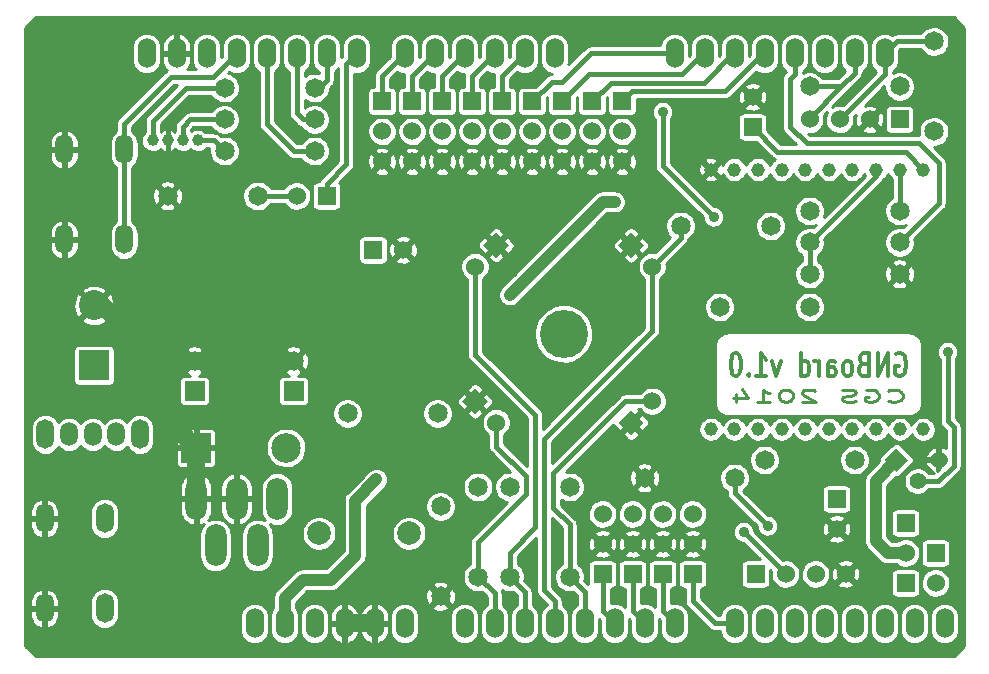
<source format=gbl>
G04 (created by PCBNEW (2013-june-11)-stable) date dom 09 feb 2014 10:49:42 CET*
%MOIN*%
G04 Gerber Fmt 3.4, Leading zero omitted, Abs format*
%FSLAX34Y34*%
G01*
G70*
G90*
G04 APERTURE LIST*
%ADD10C,0.00393701*%
%ADD11C,0.00984252*%
%ADD12C,0.0147638*%
%ADD13O,0.06X0.1*%
%ADD14R,0.0984252X0.0984252*%
%ADD15C,0.0984252*%
%ADD16R,0.1X0.1*%
%ADD17C,0.1*%
%ADD18C,0.065*%
%ADD19R,0.06X0.06*%
%ADD20C,0.06*%
%ADD21R,0.065X0.065*%
%ADD22O,0.0590551X0.0984252*%
%ADD23O,0.0590551X0.0787402*%
%ADD24C,0.0394*%
%ADD25C,0.0787*%
%ADD26O,0.0705X0.141*%
%ADD27C,0.046*%
%ADD28C,0.16*%
%ADD29C,0.055*%
%ADD30C,0.035*%
%ADD31C,0.015748*%
%ADD32C,0.0393701*%
%ADD33C,0.0590551*%
%ADD34C,0.01*%
G04 APERTURE END LIST*
G54D10*
G54D11*
X48904Y-21141D02*
X48942Y-21160D01*
X49054Y-21179D01*
X49129Y-21179D01*
X49242Y-21160D01*
X49317Y-21123D01*
X49354Y-21085D01*
X49392Y-21010D01*
X49392Y-20954D01*
X49354Y-20879D01*
X49317Y-20841D01*
X49242Y-20804D01*
X49129Y-20785D01*
X49054Y-20785D01*
X48942Y-20804D01*
X48904Y-20823D01*
X48154Y-20804D02*
X48229Y-20785D01*
X48342Y-20785D01*
X48454Y-20804D01*
X48529Y-20841D01*
X48567Y-20879D01*
X48604Y-20954D01*
X48604Y-21010D01*
X48567Y-21085D01*
X48529Y-21123D01*
X48454Y-21160D01*
X48342Y-21179D01*
X48267Y-21179D01*
X48154Y-21160D01*
X48117Y-21141D01*
X48117Y-21010D01*
X48267Y-21010D01*
X47817Y-21160D02*
X47704Y-21179D01*
X47517Y-21179D01*
X47442Y-21160D01*
X47404Y-21141D01*
X47367Y-21104D01*
X47367Y-21066D01*
X47404Y-21029D01*
X47442Y-21010D01*
X47517Y-20991D01*
X47667Y-20973D01*
X47742Y-20954D01*
X47779Y-20935D01*
X47817Y-20898D01*
X47817Y-20860D01*
X47779Y-20823D01*
X47742Y-20804D01*
X47667Y-20785D01*
X47479Y-20785D01*
X47367Y-20804D01*
X46467Y-20823D02*
X46430Y-20804D01*
X46355Y-20785D01*
X46167Y-20785D01*
X46092Y-20804D01*
X46055Y-20823D01*
X46017Y-20860D01*
X46017Y-20898D01*
X46055Y-20954D01*
X46505Y-21179D01*
X46017Y-21179D01*
X45530Y-20785D02*
X45455Y-20785D01*
X45380Y-20804D01*
X45342Y-20823D01*
X45305Y-20860D01*
X45267Y-20935D01*
X45267Y-21029D01*
X45305Y-21104D01*
X45342Y-21141D01*
X45380Y-21160D01*
X45455Y-21179D01*
X45530Y-21179D01*
X45605Y-21160D01*
X45642Y-21141D01*
X45680Y-21104D01*
X45717Y-21029D01*
X45717Y-20935D01*
X45680Y-20860D01*
X45642Y-20823D01*
X45605Y-20804D01*
X45530Y-20785D01*
X44517Y-21179D02*
X44967Y-21179D01*
X44742Y-21179D02*
X44742Y-20785D01*
X44817Y-20841D01*
X44892Y-20879D01*
X44967Y-20898D01*
X43842Y-20916D02*
X43842Y-21179D01*
X44030Y-20766D02*
X44217Y-21048D01*
X43730Y-21048D01*
G54D12*
X49167Y-19588D02*
X49223Y-19551D01*
X49307Y-19551D01*
X49392Y-19588D01*
X49448Y-19663D01*
X49476Y-19738D01*
X49504Y-19888D01*
X49504Y-20001D01*
X49476Y-20151D01*
X49448Y-20226D01*
X49392Y-20301D01*
X49307Y-20338D01*
X49251Y-20338D01*
X49167Y-20301D01*
X49139Y-20263D01*
X49139Y-20001D01*
X49251Y-20001D01*
X48885Y-20338D02*
X48885Y-19551D01*
X48548Y-20338D01*
X48548Y-19551D01*
X48070Y-19926D02*
X47986Y-19963D01*
X47957Y-20001D01*
X47929Y-20076D01*
X47929Y-20188D01*
X47957Y-20263D01*
X47986Y-20301D01*
X48042Y-20338D01*
X48267Y-20338D01*
X48267Y-19551D01*
X48070Y-19551D01*
X48014Y-19588D01*
X47986Y-19626D01*
X47957Y-19701D01*
X47957Y-19776D01*
X47986Y-19851D01*
X48014Y-19888D01*
X48070Y-19926D01*
X48267Y-19926D01*
X47592Y-20338D02*
X47648Y-20301D01*
X47676Y-20263D01*
X47704Y-20188D01*
X47704Y-19963D01*
X47676Y-19888D01*
X47648Y-19851D01*
X47592Y-19813D01*
X47508Y-19813D01*
X47451Y-19851D01*
X47423Y-19888D01*
X47395Y-19963D01*
X47395Y-20188D01*
X47423Y-20263D01*
X47451Y-20301D01*
X47508Y-20338D01*
X47592Y-20338D01*
X46889Y-20338D02*
X46889Y-19926D01*
X46917Y-19851D01*
X46973Y-19813D01*
X47086Y-19813D01*
X47142Y-19851D01*
X46889Y-20301D02*
X46945Y-20338D01*
X47086Y-20338D01*
X47142Y-20301D01*
X47170Y-20226D01*
X47170Y-20151D01*
X47142Y-20076D01*
X47086Y-20038D01*
X46945Y-20038D01*
X46889Y-20001D01*
X46608Y-20338D02*
X46608Y-19813D01*
X46608Y-19963D02*
X46579Y-19888D01*
X46551Y-19851D01*
X46495Y-19813D01*
X46439Y-19813D01*
X45989Y-20338D02*
X45989Y-19551D01*
X45989Y-20301D02*
X46045Y-20338D01*
X46158Y-20338D01*
X46214Y-20301D01*
X46242Y-20263D01*
X46270Y-20188D01*
X46270Y-19963D01*
X46242Y-19888D01*
X46214Y-19851D01*
X46158Y-19813D01*
X46045Y-19813D01*
X45989Y-19851D01*
X45314Y-19813D02*
X45173Y-20338D01*
X45033Y-19813D01*
X44499Y-20338D02*
X44836Y-20338D01*
X44667Y-20338D02*
X44667Y-19551D01*
X44723Y-19663D01*
X44780Y-19738D01*
X44836Y-19776D01*
X44245Y-20263D02*
X44217Y-20301D01*
X44245Y-20338D01*
X44274Y-20301D01*
X44245Y-20263D01*
X44245Y-20338D01*
X43852Y-19551D02*
X43795Y-19551D01*
X43739Y-19588D01*
X43711Y-19626D01*
X43683Y-19701D01*
X43655Y-19851D01*
X43655Y-20038D01*
X43683Y-20188D01*
X43711Y-20263D01*
X43739Y-20301D01*
X43795Y-20338D01*
X43852Y-20338D01*
X43908Y-20301D01*
X43936Y-20263D01*
X43964Y-20188D01*
X43992Y-20038D01*
X43992Y-19851D01*
X43964Y-19701D01*
X43936Y-19626D01*
X43908Y-19588D01*
X43852Y-19551D01*
G54D13*
X41780Y-9570D03*
X42780Y-9570D03*
X43780Y-9570D03*
X44780Y-9570D03*
X45780Y-9570D03*
X46780Y-9570D03*
X47780Y-9570D03*
X48780Y-9570D03*
X50780Y-28570D03*
X49780Y-28570D03*
X48780Y-28570D03*
X47780Y-28570D03*
X43780Y-28570D03*
X41780Y-28570D03*
X40780Y-28570D03*
X44780Y-28570D03*
X45780Y-28570D03*
X46780Y-28570D03*
X39780Y-28570D03*
X38780Y-28570D03*
X37780Y-28570D03*
X34780Y-28570D03*
X35780Y-28570D03*
X36780Y-28570D03*
X32780Y-28570D03*
X31780Y-28570D03*
X30780Y-28570D03*
X28780Y-28570D03*
X27780Y-28570D03*
X37780Y-9570D03*
X36780Y-9570D03*
X35780Y-9570D03*
X34780Y-9570D03*
X33780Y-9570D03*
X32780Y-9570D03*
X31180Y-9570D03*
X30180Y-9570D03*
X29180Y-9570D03*
X28180Y-9570D03*
X27180Y-9570D03*
X26180Y-9570D03*
X25180Y-9570D03*
X24180Y-9570D03*
X29780Y-28570D03*
G54D14*
X25830Y-22720D03*
G54D15*
X28830Y-22720D03*
G54D16*
X22430Y-19970D03*
G54D17*
X22430Y-17970D03*
G54D18*
X30880Y-21570D03*
X33880Y-21570D03*
X29780Y-10720D03*
X26780Y-10720D03*
X29780Y-11770D03*
X26780Y-11770D03*
X29780Y-12820D03*
X26780Y-12820D03*
X33980Y-24670D03*
X33980Y-27670D03*
X35230Y-27020D03*
X35230Y-24020D03*
X38280Y-27020D03*
X38280Y-24020D03*
X41980Y-15320D03*
X44980Y-15320D03*
X36280Y-27020D03*
X36280Y-24020D03*
G54D19*
X39380Y-26920D03*
G54D20*
X39380Y-25920D03*
X39380Y-24920D03*
G54D19*
X40380Y-26920D03*
G54D20*
X40380Y-25920D03*
X40380Y-24920D03*
G54D19*
X30180Y-14320D03*
G54D20*
X29180Y-14320D03*
G54D19*
X32030Y-11170D03*
G54D20*
X32030Y-12170D03*
X32030Y-13170D03*
G54D19*
X33030Y-11170D03*
G54D20*
X33030Y-12170D03*
X33030Y-13170D03*
G54D19*
X34030Y-11170D03*
G54D20*
X34030Y-12170D03*
X34030Y-13170D03*
G54D19*
X35030Y-11170D03*
G54D20*
X35030Y-12170D03*
X35030Y-13170D03*
G54D19*
X36030Y-11170D03*
G54D20*
X36030Y-12170D03*
X36030Y-13170D03*
G54D19*
X41380Y-26920D03*
G54D20*
X41380Y-25920D03*
X41380Y-24920D03*
G54D19*
X42380Y-26920D03*
G54D20*
X42380Y-25920D03*
X42380Y-24920D03*
G54D19*
X49280Y-11770D03*
G54D20*
X48280Y-11770D03*
X47280Y-11770D03*
X46280Y-11770D03*
G54D18*
X50430Y-12170D03*
X50430Y-9170D03*
X49280Y-10670D03*
X46280Y-10670D03*
G54D19*
X37030Y-11170D03*
G54D20*
X37030Y-12170D03*
X37030Y-13170D03*
G54D19*
X38030Y-11170D03*
G54D20*
X38030Y-12170D03*
X38030Y-13170D03*
G54D19*
X39030Y-11170D03*
G54D20*
X39030Y-12170D03*
X39030Y-13170D03*
G54D19*
X40030Y-11170D03*
G54D20*
X40030Y-12170D03*
X40030Y-13170D03*
G54D19*
X47180Y-24420D03*
G54D20*
X47180Y-25420D03*
G54D21*
X29080Y-20820D03*
G54D18*
X29080Y-19820D03*
G54D22*
X20780Y-25070D03*
X22780Y-25070D03*
X20780Y-28070D03*
X22780Y-28070D03*
X21430Y-12770D03*
X23430Y-12770D03*
X21430Y-15770D03*
X23430Y-15770D03*
G54D21*
X25780Y-20820D03*
G54D18*
X25780Y-19820D03*
G54D23*
X21592Y-22270D03*
X22380Y-22270D03*
X23167Y-22270D03*
G54D22*
X23954Y-22270D03*
X20805Y-22270D03*
G54D24*
X24380Y-12470D03*
X24880Y-12470D03*
X25380Y-12470D03*
X25880Y-12470D03*
G54D25*
X32930Y-25570D03*
X29930Y-25570D03*
G54D19*
X44380Y-12020D03*
G54D20*
X44380Y-11020D03*
G54D18*
X49280Y-15870D03*
X46280Y-15870D03*
X49280Y-16920D03*
X46280Y-16920D03*
X46280Y-14820D03*
X49280Y-14820D03*
X27880Y-14320D03*
X24880Y-14320D03*
G54D26*
X28530Y-24420D03*
X27880Y-25970D03*
X27180Y-24420D03*
X26480Y-25970D03*
X25830Y-24420D03*
G54D27*
X50073Y-13439D03*
X49285Y-13440D03*
X48498Y-13440D03*
X47711Y-13440D03*
X46923Y-13440D03*
X46137Y-13440D03*
X45349Y-13440D03*
X44562Y-13440D03*
X43775Y-13440D03*
X42987Y-13440D03*
X42987Y-22100D03*
X43775Y-22100D03*
X44562Y-22100D03*
X45349Y-22100D03*
X46137Y-22100D03*
X46923Y-22100D03*
X47711Y-22100D03*
X48498Y-22100D03*
X49285Y-22100D03*
X50073Y-22100D03*
G54D10*
G36*
X34702Y-21166D02*
X35126Y-20742D01*
X35550Y-21166D01*
X35126Y-21590D01*
X34702Y-21166D01*
X34702Y-21166D01*
G37*
G54D20*
X35833Y-21873D03*
G54D10*
G36*
X40326Y-22297D02*
X39902Y-21873D01*
X40326Y-21449D01*
X40750Y-21873D01*
X40326Y-22297D01*
X40326Y-22297D01*
G37*
G54D20*
X41033Y-21166D03*
G54D10*
G36*
X39902Y-15966D02*
X40326Y-15542D01*
X40750Y-15966D01*
X40326Y-16390D01*
X39902Y-15966D01*
X39902Y-15966D01*
G37*
G54D20*
X41033Y-16673D03*
G54D10*
G36*
X35833Y-15542D02*
X36257Y-15966D01*
X35833Y-16390D01*
X35409Y-15966D01*
X35833Y-15542D01*
X35833Y-15542D01*
G37*
G54D20*
X35126Y-16673D03*
G54D28*
X38080Y-18920D03*
G54D19*
X31730Y-16120D03*
G54D20*
X32730Y-16120D03*
G54D10*
G36*
X49561Y-23120D02*
X49172Y-23508D01*
X48783Y-23120D01*
X49172Y-22731D01*
X49561Y-23120D01*
X49561Y-23120D01*
G37*
G54D29*
X49880Y-23827D03*
X50587Y-23120D03*
G54D18*
X47780Y-23120D03*
X44780Y-23120D03*
X40780Y-23720D03*
X43780Y-23720D03*
X43280Y-18020D03*
X46280Y-18020D03*
G54D19*
X44480Y-26920D03*
G54D20*
X45480Y-26920D03*
X46480Y-26920D03*
X47480Y-26920D03*
G54D19*
X50480Y-26220D03*
G54D20*
X49480Y-26220D03*
G54D19*
X49480Y-27220D03*
G54D20*
X50480Y-27220D03*
G54D19*
X49480Y-25220D03*
G54D30*
X36280Y-17620D03*
X31840Y-23770D03*
X39780Y-14520D03*
X44080Y-25520D03*
X50880Y-19520D03*
X44880Y-25320D03*
X43080Y-15020D03*
X41380Y-11520D03*
G54D31*
X49479Y-12845D02*
X45205Y-12845D01*
X45205Y-12845D02*
X44380Y-12020D01*
G54D32*
X36280Y-17620D02*
X39380Y-14520D01*
X28780Y-27720D02*
X28780Y-28570D01*
X29380Y-27120D02*
X28780Y-27720D01*
X30330Y-27120D02*
X29380Y-27120D01*
X31130Y-26320D02*
X30330Y-27120D01*
X31130Y-24480D02*
X31130Y-26320D01*
X31840Y-23770D02*
X31130Y-24480D01*
X39780Y-14520D02*
X39380Y-14520D01*
G54D31*
X49479Y-12845D02*
X50073Y-13439D01*
X23430Y-15770D02*
X23430Y-12770D01*
X27180Y-9570D02*
X26380Y-10370D01*
X23430Y-11920D02*
X23430Y-12770D01*
X24980Y-10370D02*
X23430Y-11920D01*
X26380Y-10370D02*
X24980Y-10370D01*
X30180Y-14320D02*
X30180Y-13920D01*
X30830Y-9920D02*
X31180Y-9570D01*
X30830Y-13270D02*
X30830Y-9920D01*
X30180Y-13920D02*
X30830Y-13270D01*
X41780Y-9570D02*
X38980Y-9570D01*
X37680Y-10520D02*
X37030Y-11170D01*
X38030Y-10520D02*
X37680Y-10520D01*
X38980Y-9570D02*
X38030Y-10520D01*
X42780Y-9570D02*
X42730Y-9570D01*
X38930Y-10270D02*
X38030Y-11170D01*
X42030Y-10270D02*
X38930Y-10270D01*
X42730Y-9570D02*
X42030Y-10270D01*
X43780Y-9570D02*
X43730Y-9570D01*
X39654Y-10545D02*
X39030Y-11170D01*
X42754Y-10545D02*
X39654Y-10545D01*
X43730Y-9570D02*
X42754Y-10545D01*
X44780Y-9570D02*
X44730Y-9570D01*
X40378Y-10821D02*
X40030Y-11170D01*
X43478Y-10821D02*
X40378Y-10821D01*
X44730Y-9570D02*
X43478Y-10821D01*
X45480Y-26920D02*
X44080Y-25520D01*
G54D33*
X31780Y-28570D02*
X30780Y-28570D01*
G54D31*
X24880Y-12470D02*
X24880Y-12920D01*
X24880Y-12470D02*
X24880Y-12020D01*
G54D33*
X25830Y-24420D02*
X25830Y-22720D01*
X25830Y-22720D02*
X24680Y-21570D01*
X24680Y-19820D02*
X24530Y-19820D01*
X24680Y-21570D02*
X24680Y-19820D01*
X25780Y-19820D02*
X29080Y-19820D01*
X22430Y-17970D02*
X22680Y-17970D01*
X24530Y-19820D02*
X25780Y-19820D01*
X22680Y-17970D02*
X24530Y-19820D01*
G54D31*
X48780Y-10270D02*
X47280Y-11770D01*
X50430Y-9170D02*
X49180Y-9170D01*
X49180Y-9170D02*
X48780Y-9570D01*
X48780Y-9570D02*
X48780Y-10270D01*
X46280Y-11770D02*
X46280Y-11720D01*
X46280Y-11720D02*
X47330Y-10670D01*
X46280Y-10670D02*
X47330Y-10670D01*
X47780Y-10220D02*
X47780Y-9570D01*
X47330Y-10670D02*
X47780Y-10220D01*
X35126Y-16673D02*
X35126Y-19616D01*
X36280Y-26220D02*
X36280Y-27020D01*
X37130Y-25370D02*
X36280Y-26220D01*
X37130Y-21620D02*
X37130Y-25370D01*
X35126Y-19616D02*
X37130Y-21620D01*
X36780Y-28570D02*
X36780Y-27520D01*
X36780Y-27520D02*
X36280Y-27020D01*
X41033Y-16673D02*
X41033Y-18816D01*
X37780Y-27820D02*
X37780Y-28570D01*
X37430Y-27470D02*
X37780Y-27820D01*
X37430Y-22420D02*
X37430Y-27470D01*
X41033Y-18816D02*
X37430Y-22420D01*
X41980Y-15320D02*
X41980Y-15727D01*
X41980Y-15727D02*
X41033Y-16673D01*
X38280Y-27020D02*
X38280Y-25270D01*
X40133Y-21166D02*
X41033Y-21166D01*
X37730Y-23570D02*
X40133Y-21166D01*
X37730Y-24720D02*
X37730Y-23570D01*
X38280Y-25270D02*
X37730Y-24720D01*
X38780Y-28570D02*
X38780Y-27520D01*
X38780Y-27520D02*
X38280Y-27020D01*
X35833Y-21873D02*
X35833Y-22673D01*
X35230Y-25870D02*
X35230Y-27020D01*
X36830Y-24270D02*
X35230Y-25870D01*
X36830Y-23670D02*
X36830Y-24270D01*
X35833Y-22673D02*
X36830Y-23670D01*
X35780Y-28570D02*
X35780Y-27570D01*
X35780Y-27570D02*
X35230Y-27020D01*
X29780Y-12820D02*
X29080Y-12820D01*
X28180Y-11920D02*
X28180Y-9570D01*
X29080Y-12820D02*
X28180Y-11920D01*
X29780Y-11770D02*
X29380Y-11770D01*
X29180Y-11570D02*
X29180Y-9570D01*
X29380Y-11770D02*
X29180Y-11570D01*
X29780Y-10720D02*
X29930Y-10720D01*
X30180Y-10470D02*
X30180Y-9570D01*
X29930Y-10720D02*
X30180Y-10470D01*
X26780Y-11770D02*
X25630Y-11770D01*
X25380Y-12020D02*
X25380Y-12470D01*
X25630Y-11770D02*
X25380Y-12020D01*
X29180Y-14320D02*
X27880Y-14320D01*
X25880Y-12470D02*
X26430Y-12470D01*
X26430Y-12470D02*
X26780Y-12820D01*
X26780Y-10720D02*
X25480Y-10720D01*
X24380Y-11820D02*
X24380Y-12470D01*
X25480Y-10720D02*
X24380Y-11820D01*
X46280Y-16920D02*
X46280Y-15870D01*
X48498Y-13440D02*
X48498Y-13652D01*
X48498Y-13652D02*
X46280Y-15870D01*
X49280Y-14820D02*
X49280Y-13445D01*
X49280Y-13445D02*
X49285Y-13440D01*
X49880Y-23827D02*
X50572Y-23827D01*
X51080Y-22020D02*
X50880Y-21820D01*
X51080Y-23320D02*
X51080Y-22020D01*
X50572Y-23827D02*
X51080Y-23320D01*
X50880Y-19520D02*
X50880Y-21820D01*
G54D32*
X49172Y-23120D02*
X49172Y-23127D01*
X48880Y-26220D02*
X49480Y-26220D01*
X48480Y-25820D02*
X48880Y-26220D01*
X48480Y-23820D02*
X48480Y-25820D01*
X49172Y-23127D02*
X48480Y-23820D01*
G54D31*
X43780Y-24220D02*
X43780Y-23720D01*
X44880Y-25320D02*
X43780Y-24220D01*
X41380Y-13320D02*
X43080Y-15020D01*
X41380Y-11520D02*
X41380Y-13320D01*
X32030Y-11170D02*
X32030Y-10320D01*
X32030Y-10320D02*
X32780Y-9570D01*
X33030Y-11170D02*
X33030Y-10320D01*
X33030Y-10320D02*
X33780Y-9570D01*
X34030Y-11170D02*
X34030Y-10320D01*
X34030Y-10320D02*
X34780Y-9570D01*
X35030Y-11170D02*
X35030Y-10320D01*
X35030Y-10320D02*
X35780Y-9570D01*
X36030Y-11170D02*
X36030Y-10320D01*
X36030Y-10320D02*
X36780Y-9570D01*
X39380Y-26920D02*
X39380Y-28170D01*
X39380Y-28170D02*
X39780Y-28570D01*
X40380Y-26920D02*
X40380Y-28170D01*
X40380Y-28170D02*
X40780Y-28570D01*
X41380Y-26920D02*
X41380Y-28170D01*
X41380Y-28170D02*
X41780Y-28570D01*
X42380Y-26920D02*
X42380Y-27820D01*
X43130Y-28570D02*
X43780Y-28570D01*
X42380Y-27820D02*
X43130Y-28570D01*
X50580Y-13220D02*
X50580Y-14570D01*
X45630Y-10420D02*
X45630Y-12020D01*
X45630Y-12020D02*
X46180Y-12570D01*
X46180Y-12570D02*
X49930Y-12570D01*
X49930Y-12570D02*
X50580Y-13220D01*
X45780Y-9570D02*
X45780Y-10270D01*
X45780Y-10270D02*
X45630Y-10420D01*
X50580Y-14570D02*
X49280Y-15870D01*
G54D10*
G36*
X24956Y-12475D02*
X24885Y-12546D01*
X24880Y-12540D01*
X24874Y-12546D01*
X24803Y-12475D01*
X24809Y-12470D01*
X24803Y-12464D01*
X24874Y-12393D01*
X24880Y-12399D01*
X24885Y-12393D01*
X24956Y-12464D01*
X24950Y-12470D01*
X24956Y-12475D01*
X24956Y-12475D01*
G37*
G54D34*
X24956Y-12475D02*
X24885Y-12546D01*
X24880Y-12540D01*
X24874Y-12546D01*
X24803Y-12475D01*
X24809Y-12470D01*
X24803Y-12464D01*
X24874Y-12393D01*
X24880Y-12399D01*
X24885Y-12393D01*
X24956Y-12464D01*
X24950Y-12470D01*
X24956Y-12475D01*
G54D10*
G36*
X51430Y-29320D02*
X51346Y-29404D01*
X51346Y-23320D01*
X51346Y-22020D01*
X51344Y-21995D01*
X51341Y-21970D01*
X51341Y-21969D01*
X51341Y-21968D01*
X51334Y-21944D01*
X51327Y-21921D01*
X51326Y-21919D01*
X51326Y-21918D01*
X51314Y-21896D01*
X51303Y-21874D01*
X51302Y-21873D01*
X51302Y-21872D01*
X51286Y-21853D01*
X51271Y-21834D01*
X51269Y-21832D01*
X51269Y-21832D01*
X51269Y-21832D01*
X51268Y-21831D01*
X51146Y-21709D01*
X51146Y-21320D01*
X51146Y-19767D01*
X51155Y-19758D01*
X51196Y-19700D01*
X51225Y-19635D01*
X51241Y-19565D01*
X51242Y-19484D01*
X51228Y-19414D01*
X51201Y-19348D01*
X51162Y-19289D01*
X51112Y-19239D01*
X51053Y-19199D01*
X50987Y-19171D01*
X50942Y-19162D01*
X50942Y-12119D01*
X50923Y-12021D01*
X50884Y-11928D01*
X50829Y-11844D01*
X50758Y-11772D01*
X50675Y-11716D01*
X50582Y-11677D01*
X50483Y-11657D01*
X50383Y-11656D01*
X50284Y-11675D01*
X50191Y-11713D01*
X50107Y-11768D01*
X50035Y-11838D01*
X49978Y-11921D01*
X49938Y-12014D01*
X49917Y-12112D01*
X49916Y-12213D01*
X49933Y-12303D01*
X49930Y-12303D01*
X49930Y-12303D01*
X49930Y-12303D01*
X49930Y-12303D01*
X49767Y-12303D01*
X49767Y-12052D01*
X49767Y-11451D01*
X49760Y-11415D01*
X49746Y-11381D01*
X49726Y-11350D01*
X49700Y-11324D01*
X49669Y-11304D01*
X49635Y-11289D01*
X49599Y-11282D01*
X49562Y-11282D01*
X48961Y-11282D01*
X48925Y-11289D01*
X48891Y-11303D01*
X48860Y-11323D01*
X48834Y-11349D01*
X48814Y-11380D01*
X48799Y-11414D01*
X48792Y-11450D01*
X48792Y-11487D01*
X48792Y-12088D01*
X48799Y-12124D01*
X48813Y-12158D01*
X48833Y-12189D01*
X48859Y-12215D01*
X48890Y-12235D01*
X48924Y-12250D01*
X48960Y-12257D01*
X48997Y-12257D01*
X49598Y-12257D01*
X49634Y-12250D01*
X49668Y-12236D01*
X49699Y-12216D01*
X49725Y-12190D01*
X49745Y-12159D01*
X49760Y-12125D01*
X49767Y-12089D01*
X49767Y-12052D01*
X49767Y-12303D01*
X48769Y-12303D01*
X48769Y-11740D01*
X48754Y-11645D01*
X48721Y-11556D01*
X48703Y-11523D01*
X48626Y-11493D01*
X48350Y-11770D01*
X48626Y-12046D01*
X48703Y-12016D01*
X48743Y-11929D01*
X48765Y-11836D01*
X48769Y-11740D01*
X48769Y-12303D01*
X48556Y-12303D01*
X48556Y-12116D01*
X48280Y-11840D01*
X48003Y-12116D01*
X48033Y-12193D01*
X48120Y-12233D01*
X48213Y-12255D01*
X48309Y-12259D01*
X48404Y-12244D01*
X48493Y-12211D01*
X48526Y-12193D01*
X48556Y-12116D01*
X48556Y-12303D01*
X46290Y-12303D01*
X46244Y-12257D01*
X46317Y-12258D01*
X46411Y-12242D01*
X46501Y-12207D01*
X46581Y-12156D01*
X46651Y-12090D01*
X46706Y-12012D01*
X46745Y-11924D01*
X46766Y-11831D01*
X46767Y-11722D01*
X46749Y-11628D01*
X46749Y-11627D01*
X46866Y-11510D01*
X46850Y-11533D01*
X46812Y-11621D01*
X46792Y-11715D01*
X46791Y-11811D01*
X46808Y-11905D01*
X46844Y-11994D01*
X46895Y-12074D01*
X46962Y-12143D01*
X47040Y-12197D01*
X47128Y-12236D01*
X47221Y-12256D01*
X47317Y-12258D01*
X47411Y-12242D01*
X47501Y-12207D01*
X47581Y-12156D01*
X47651Y-12090D01*
X47706Y-12012D01*
X47745Y-11924D01*
X47766Y-11831D01*
X47767Y-11722D01*
X47757Y-11669D01*
X47816Y-11610D01*
X47816Y-11610D01*
X47794Y-11703D01*
X47790Y-11799D01*
X47805Y-11894D01*
X47838Y-11983D01*
X47856Y-12016D01*
X47933Y-12046D01*
X48209Y-11770D01*
X48203Y-11764D01*
X48274Y-11693D01*
X48280Y-11699D01*
X48556Y-11423D01*
X48526Y-11346D01*
X48439Y-11306D01*
X48346Y-11284D01*
X48250Y-11280D01*
X48155Y-11295D01*
X48116Y-11310D01*
X48767Y-10659D01*
X48766Y-10713D01*
X48784Y-10812D01*
X48821Y-10905D01*
X48876Y-10990D01*
X48946Y-11062D01*
X49028Y-11119D01*
X49120Y-11160D01*
X49218Y-11181D01*
X49319Y-11183D01*
X49418Y-11166D01*
X49512Y-11129D01*
X49597Y-11076D01*
X49670Y-11006D01*
X49728Y-10924D01*
X49768Y-10832D01*
X49791Y-10734D01*
X49792Y-10619D01*
X49773Y-10521D01*
X49734Y-10428D01*
X49679Y-10344D01*
X49608Y-10272D01*
X49525Y-10216D01*
X49432Y-10177D01*
X49333Y-10157D01*
X49233Y-10156D01*
X49134Y-10175D01*
X49046Y-10211D01*
X49046Y-10181D01*
X49047Y-10181D01*
X49121Y-10121D01*
X49182Y-10048D01*
X49228Y-9965D01*
X49257Y-9874D01*
X49267Y-9780D01*
X49267Y-9773D01*
X49267Y-9459D01*
X49290Y-9436D01*
X49991Y-9436D01*
X50026Y-9490D01*
X50096Y-9562D01*
X50178Y-9619D01*
X50270Y-9660D01*
X50368Y-9681D01*
X50469Y-9683D01*
X50568Y-9666D01*
X50662Y-9629D01*
X50747Y-9576D01*
X50820Y-9506D01*
X50878Y-9424D01*
X50918Y-9332D01*
X50941Y-9234D01*
X50942Y-9119D01*
X50923Y-9021D01*
X50884Y-8928D01*
X50829Y-8844D01*
X50758Y-8772D01*
X50675Y-8716D01*
X50582Y-8677D01*
X50483Y-8657D01*
X50383Y-8656D01*
X50284Y-8675D01*
X50191Y-8713D01*
X50107Y-8768D01*
X50035Y-8838D01*
X49990Y-8903D01*
X49180Y-8903D01*
X49155Y-8905D01*
X49130Y-8908D01*
X49129Y-8908D01*
X49128Y-8908D01*
X49104Y-8915D01*
X49081Y-8922D01*
X49079Y-8923D01*
X49078Y-8923D01*
X49056Y-8935D01*
X49034Y-8946D01*
X49033Y-8947D01*
X49032Y-8947D01*
X49030Y-8949D01*
X48969Y-8916D01*
X48878Y-8888D01*
X48783Y-8878D01*
X48688Y-8887D01*
X48597Y-8914D01*
X48512Y-8958D01*
X48438Y-9018D01*
X48377Y-9091D01*
X48331Y-9174D01*
X48302Y-9265D01*
X48292Y-9359D01*
X48292Y-9366D01*
X48292Y-9773D01*
X48301Y-9868D01*
X48329Y-9959D01*
X48373Y-10043D01*
X48433Y-10117D01*
X48500Y-10172D01*
X47380Y-11292D01*
X47331Y-11282D01*
X47235Y-11281D01*
X47141Y-11299D01*
X47052Y-11335D01*
X47019Y-11357D01*
X47518Y-10858D01*
X47518Y-10858D01*
X47518Y-10858D01*
X47968Y-10408D01*
X47984Y-10389D01*
X47999Y-10370D01*
X48000Y-10369D01*
X48001Y-10368D01*
X48013Y-10346D01*
X48024Y-10324D01*
X48025Y-10323D01*
X48026Y-10322D01*
X48033Y-10298D01*
X48040Y-10275D01*
X48040Y-10274D01*
X48041Y-10272D01*
X48043Y-10248D01*
X48046Y-10223D01*
X48046Y-10220D01*
X48046Y-10220D01*
X48046Y-10220D01*
X48046Y-10220D01*
X48046Y-10181D01*
X48047Y-10181D01*
X48121Y-10121D01*
X48182Y-10048D01*
X48228Y-9965D01*
X48257Y-9874D01*
X48267Y-9780D01*
X48267Y-9773D01*
X48267Y-9366D01*
X48258Y-9271D01*
X48230Y-9180D01*
X48186Y-9096D01*
X48126Y-9022D01*
X48052Y-8962D01*
X47969Y-8916D01*
X47878Y-8888D01*
X47783Y-8878D01*
X47688Y-8887D01*
X47597Y-8914D01*
X47512Y-8958D01*
X47438Y-9018D01*
X47377Y-9091D01*
X47331Y-9174D01*
X47302Y-9265D01*
X47292Y-9359D01*
X47292Y-9366D01*
X47292Y-9773D01*
X47301Y-9868D01*
X47329Y-9959D01*
X47373Y-10043D01*
X47433Y-10117D01*
X47473Y-10149D01*
X47267Y-10355D01*
X47267Y-9773D01*
X47267Y-9366D01*
X47258Y-9271D01*
X47230Y-9180D01*
X47186Y-9096D01*
X47126Y-9022D01*
X47052Y-8962D01*
X46969Y-8916D01*
X46878Y-8888D01*
X46783Y-8878D01*
X46688Y-8887D01*
X46597Y-8914D01*
X46512Y-8958D01*
X46438Y-9018D01*
X46377Y-9091D01*
X46331Y-9174D01*
X46302Y-9265D01*
X46292Y-9359D01*
X46292Y-9366D01*
X46292Y-9773D01*
X46301Y-9868D01*
X46329Y-9959D01*
X46373Y-10043D01*
X46433Y-10117D01*
X46507Y-10177D01*
X46590Y-10223D01*
X46681Y-10251D01*
X46776Y-10261D01*
X46871Y-10252D01*
X46962Y-10225D01*
X47047Y-10181D01*
X47121Y-10121D01*
X47182Y-10048D01*
X47228Y-9965D01*
X47257Y-9874D01*
X47267Y-9780D01*
X47267Y-9773D01*
X47267Y-10355D01*
X47219Y-10403D01*
X46718Y-10403D01*
X46679Y-10344D01*
X46608Y-10272D01*
X46525Y-10216D01*
X46432Y-10177D01*
X46333Y-10157D01*
X46233Y-10156D01*
X46134Y-10175D01*
X46046Y-10211D01*
X46046Y-10181D01*
X46047Y-10181D01*
X46121Y-10121D01*
X46182Y-10048D01*
X46228Y-9965D01*
X46257Y-9874D01*
X46267Y-9780D01*
X46267Y-9773D01*
X46267Y-9366D01*
X46258Y-9271D01*
X46230Y-9180D01*
X46186Y-9096D01*
X46126Y-9022D01*
X46052Y-8962D01*
X45969Y-8916D01*
X45878Y-8888D01*
X45783Y-8878D01*
X45688Y-8887D01*
X45597Y-8914D01*
X45512Y-8958D01*
X45438Y-9018D01*
X45377Y-9091D01*
X45331Y-9174D01*
X45302Y-9265D01*
X45292Y-9359D01*
X45292Y-9366D01*
X45292Y-9773D01*
X45301Y-9868D01*
X45329Y-9959D01*
X45373Y-10043D01*
X45433Y-10117D01*
X45500Y-10172D01*
X45441Y-10231D01*
X45425Y-10250D01*
X45410Y-10269D01*
X45409Y-10270D01*
X45408Y-10271D01*
X45396Y-10293D01*
X45385Y-10315D01*
X45384Y-10316D01*
X45383Y-10317D01*
X45376Y-10341D01*
X45369Y-10364D01*
X45369Y-10365D01*
X45368Y-10367D01*
X45366Y-10391D01*
X45363Y-10416D01*
X45363Y-10419D01*
X45363Y-10419D01*
X45363Y-10419D01*
X45363Y-10420D01*
X45363Y-12020D01*
X45365Y-12044D01*
X45368Y-12069D01*
X45368Y-12070D01*
X45368Y-12071D01*
X45375Y-12095D01*
X45382Y-12118D01*
X45383Y-12120D01*
X45383Y-12121D01*
X45395Y-12143D01*
X45406Y-12165D01*
X45407Y-12166D01*
X45407Y-12167D01*
X45423Y-12186D01*
X45438Y-12205D01*
X45440Y-12207D01*
X45440Y-12207D01*
X45440Y-12207D01*
X45441Y-12208D01*
X45812Y-12579D01*
X45505Y-12579D01*
X45315Y-12579D01*
X45267Y-12530D01*
X45267Y-9773D01*
X45267Y-9366D01*
X45258Y-9271D01*
X45230Y-9180D01*
X45186Y-9096D01*
X45126Y-9022D01*
X45052Y-8962D01*
X44969Y-8916D01*
X44878Y-8888D01*
X44783Y-8878D01*
X44688Y-8887D01*
X44597Y-8914D01*
X44512Y-8958D01*
X44438Y-9018D01*
X44377Y-9091D01*
X44331Y-9174D01*
X44302Y-9265D01*
X44292Y-9359D01*
X44292Y-9366D01*
X44292Y-9630D01*
X44267Y-9655D01*
X44267Y-9366D01*
X44258Y-9271D01*
X44230Y-9180D01*
X44186Y-9096D01*
X44126Y-9022D01*
X44052Y-8962D01*
X43969Y-8916D01*
X43878Y-8888D01*
X43783Y-8878D01*
X43688Y-8887D01*
X43597Y-8914D01*
X43512Y-8958D01*
X43438Y-9018D01*
X43377Y-9091D01*
X43331Y-9174D01*
X43302Y-9265D01*
X43292Y-9359D01*
X43292Y-9366D01*
X43292Y-9630D01*
X43267Y-9655D01*
X43267Y-9366D01*
X43258Y-9271D01*
X43230Y-9180D01*
X43186Y-9096D01*
X43126Y-9022D01*
X43052Y-8962D01*
X42969Y-8916D01*
X42878Y-8888D01*
X42783Y-8878D01*
X42688Y-8887D01*
X42597Y-8914D01*
X42512Y-8958D01*
X42438Y-9018D01*
X42377Y-9091D01*
X42331Y-9174D01*
X42302Y-9265D01*
X42292Y-9359D01*
X42292Y-9366D01*
X42292Y-9630D01*
X42267Y-9655D01*
X42267Y-9366D01*
X42258Y-9271D01*
X42230Y-9180D01*
X42186Y-9096D01*
X42126Y-9022D01*
X42052Y-8962D01*
X41969Y-8916D01*
X41878Y-8888D01*
X41783Y-8878D01*
X41688Y-8887D01*
X41597Y-8914D01*
X41512Y-8958D01*
X41438Y-9018D01*
X41377Y-9091D01*
X41331Y-9174D01*
X41302Y-9265D01*
X41298Y-9303D01*
X38980Y-9303D01*
X38955Y-9305D01*
X38930Y-9308D01*
X38929Y-9308D01*
X38928Y-9308D01*
X38904Y-9315D01*
X38881Y-9322D01*
X38879Y-9323D01*
X38878Y-9323D01*
X38856Y-9335D01*
X38834Y-9346D01*
X38833Y-9347D01*
X38832Y-9347D01*
X38813Y-9363D01*
X38794Y-9378D01*
X38792Y-9380D01*
X38792Y-9380D01*
X38792Y-9380D01*
X38791Y-9381D01*
X38238Y-9935D01*
X38257Y-9874D01*
X38267Y-9780D01*
X38267Y-9773D01*
X38267Y-9366D01*
X38258Y-9271D01*
X38230Y-9180D01*
X38186Y-9096D01*
X38126Y-9022D01*
X38052Y-8962D01*
X37969Y-8916D01*
X37878Y-8888D01*
X37783Y-8878D01*
X37688Y-8887D01*
X37597Y-8914D01*
X37512Y-8958D01*
X37438Y-9018D01*
X37377Y-9091D01*
X37331Y-9174D01*
X37302Y-9265D01*
X37292Y-9359D01*
X37292Y-9366D01*
X37292Y-9773D01*
X37301Y-9868D01*
X37329Y-9959D01*
X37373Y-10043D01*
X37433Y-10117D01*
X37507Y-10177D01*
X37590Y-10223D01*
X37681Y-10251D01*
X37703Y-10253D01*
X37680Y-10253D01*
X37655Y-10255D01*
X37630Y-10258D01*
X37629Y-10258D01*
X37628Y-10258D01*
X37604Y-10265D01*
X37581Y-10272D01*
X37579Y-10273D01*
X37578Y-10273D01*
X37556Y-10285D01*
X37534Y-10296D01*
X37533Y-10297D01*
X37532Y-10297D01*
X37513Y-10313D01*
X37494Y-10328D01*
X37492Y-10330D01*
X37492Y-10330D01*
X37492Y-10330D01*
X37491Y-10331D01*
X37267Y-10555D01*
X37267Y-9773D01*
X37267Y-9366D01*
X37258Y-9271D01*
X37230Y-9180D01*
X37186Y-9096D01*
X37126Y-9022D01*
X37052Y-8962D01*
X36969Y-8916D01*
X36878Y-8888D01*
X36783Y-8878D01*
X36688Y-8887D01*
X36597Y-8914D01*
X36512Y-8958D01*
X36438Y-9018D01*
X36377Y-9091D01*
X36331Y-9174D01*
X36302Y-9265D01*
X36292Y-9359D01*
X36292Y-9366D01*
X36292Y-9680D01*
X36267Y-9705D01*
X36267Y-9366D01*
X36258Y-9271D01*
X36230Y-9180D01*
X36186Y-9096D01*
X36126Y-9022D01*
X36052Y-8962D01*
X35969Y-8916D01*
X35878Y-8888D01*
X35783Y-8878D01*
X35688Y-8887D01*
X35597Y-8914D01*
X35512Y-8958D01*
X35438Y-9018D01*
X35377Y-9091D01*
X35331Y-9174D01*
X35302Y-9265D01*
X35292Y-9359D01*
X35292Y-9366D01*
X35292Y-9680D01*
X35267Y-9705D01*
X35267Y-9366D01*
X35258Y-9271D01*
X35230Y-9180D01*
X35186Y-9096D01*
X35126Y-9022D01*
X35052Y-8962D01*
X34969Y-8916D01*
X34878Y-8888D01*
X34783Y-8878D01*
X34688Y-8887D01*
X34597Y-8914D01*
X34512Y-8958D01*
X34438Y-9018D01*
X34377Y-9091D01*
X34331Y-9174D01*
X34302Y-9265D01*
X34292Y-9359D01*
X34292Y-9366D01*
X34292Y-9680D01*
X34267Y-9705D01*
X34267Y-9366D01*
X34258Y-9271D01*
X34230Y-9180D01*
X34186Y-9096D01*
X34126Y-9022D01*
X34052Y-8962D01*
X33969Y-8916D01*
X33878Y-8888D01*
X33783Y-8878D01*
X33688Y-8887D01*
X33597Y-8914D01*
X33512Y-8958D01*
X33438Y-9018D01*
X33377Y-9091D01*
X33331Y-9174D01*
X33302Y-9265D01*
X33292Y-9359D01*
X33292Y-9366D01*
X33292Y-9680D01*
X33267Y-9705D01*
X33267Y-9366D01*
X33258Y-9271D01*
X33230Y-9180D01*
X33186Y-9096D01*
X33126Y-9022D01*
X33052Y-8962D01*
X32969Y-8916D01*
X32878Y-8888D01*
X32783Y-8878D01*
X32688Y-8887D01*
X32597Y-8914D01*
X32512Y-8958D01*
X32438Y-9018D01*
X32377Y-9091D01*
X32331Y-9174D01*
X32302Y-9265D01*
X32292Y-9359D01*
X32292Y-9366D01*
X32292Y-9680D01*
X31841Y-10131D01*
X31825Y-10150D01*
X31810Y-10169D01*
X31809Y-10170D01*
X31808Y-10171D01*
X31796Y-10193D01*
X31785Y-10215D01*
X31784Y-10216D01*
X31783Y-10217D01*
X31776Y-10241D01*
X31769Y-10264D01*
X31769Y-10265D01*
X31768Y-10267D01*
X31766Y-10291D01*
X31763Y-10316D01*
X31763Y-10319D01*
X31763Y-10319D01*
X31763Y-10319D01*
X31763Y-10320D01*
X31763Y-10682D01*
X31711Y-10682D01*
X31675Y-10689D01*
X31667Y-10692D01*
X31667Y-9773D01*
X31667Y-9366D01*
X31658Y-9271D01*
X31630Y-9180D01*
X31586Y-9096D01*
X31526Y-9022D01*
X31452Y-8962D01*
X31369Y-8916D01*
X31278Y-8888D01*
X31183Y-8878D01*
X31088Y-8887D01*
X30997Y-8914D01*
X30912Y-8958D01*
X30838Y-9018D01*
X30777Y-9091D01*
X30731Y-9174D01*
X30702Y-9265D01*
X30692Y-9359D01*
X30692Y-9366D01*
X30692Y-9680D01*
X30667Y-9705D01*
X30667Y-9366D01*
X30658Y-9271D01*
X30630Y-9180D01*
X30586Y-9096D01*
X30526Y-9022D01*
X30452Y-8962D01*
X30369Y-8916D01*
X30278Y-8888D01*
X30183Y-8878D01*
X30088Y-8887D01*
X29997Y-8914D01*
X29912Y-8958D01*
X29838Y-9018D01*
X29777Y-9091D01*
X29731Y-9174D01*
X29702Y-9265D01*
X29692Y-9359D01*
X29692Y-9366D01*
X29692Y-9773D01*
X29701Y-9868D01*
X29729Y-9959D01*
X29773Y-10043D01*
X29833Y-10117D01*
X29907Y-10177D01*
X29913Y-10181D01*
X29913Y-10223D01*
X29833Y-10207D01*
X29733Y-10206D01*
X29634Y-10225D01*
X29541Y-10263D01*
X29457Y-10318D01*
X29446Y-10328D01*
X29446Y-10181D01*
X29447Y-10181D01*
X29521Y-10121D01*
X29582Y-10048D01*
X29628Y-9965D01*
X29657Y-9874D01*
X29667Y-9780D01*
X29667Y-9773D01*
X29667Y-9366D01*
X29658Y-9271D01*
X29630Y-9180D01*
X29586Y-9096D01*
X29526Y-9022D01*
X29452Y-8962D01*
X29369Y-8916D01*
X29278Y-8888D01*
X29183Y-8878D01*
X29088Y-8887D01*
X28997Y-8914D01*
X28912Y-8958D01*
X28838Y-9018D01*
X28777Y-9091D01*
X28731Y-9174D01*
X28702Y-9265D01*
X28692Y-9359D01*
X28692Y-9366D01*
X28692Y-9773D01*
X28701Y-9868D01*
X28729Y-9959D01*
X28773Y-10043D01*
X28833Y-10117D01*
X28907Y-10177D01*
X28913Y-10181D01*
X28913Y-11570D01*
X28915Y-11594D01*
X28918Y-11619D01*
X28918Y-11620D01*
X28918Y-11621D01*
X28925Y-11645D01*
X28932Y-11668D01*
X28933Y-11670D01*
X28933Y-11671D01*
X28945Y-11693D01*
X28956Y-11715D01*
X28957Y-11716D01*
X28957Y-11717D01*
X28973Y-11736D01*
X28988Y-11755D01*
X28990Y-11757D01*
X28990Y-11757D01*
X28990Y-11757D01*
X28991Y-11758D01*
X29191Y-11958D01*
X29210Y-11974D01*
X29229Y-11989D01*
X29230Y-11990D01*
X29231Y-11991D01*
X29253Y-12003D01*
X29275Y-12014D01*
X29276Y-12015D01*
X29277Y-12016D01*
X29301Y-12023D01*
X29324Y-12030D01*
X29325Y-12030D01*
X29327Y-12031D01*
X29339Y-12032D01*
X29376Y-12090D01*
X29446Y-12162D01*
X29528Y-12219D01*
X29620Y-12260D01*
X29718Y-12281D01*
X29819Y-12283D01*
X29918Y-12266D01*
X30012Y-12229D01*
X30097Y-12176D01*
X30170Y-12106D01*
X30228Y-12024D01*
X30268Y-11932D01*
X30291Y-11834D01*
X30292Y-11719D01*
X30273Y-11621D01*
X30234Y-11528D01*
X30179Y-11444D01*
X30108Y-11372D01*
X30025Y-11316D01*
X29932Y-11277D01*
X29833Y-11257D01*
X29733Y-11256D01*
X29634Y-11275D01*
X29541Y-11313D01*
X29457Y-11368D01*
X29446Y-11378D01*
X29446Y-11112D01*
X29528Y-11169D01*
X29620Y-11210D01*
X29718Y-11231D01*
X29819Y-11233D01*
X29918Y-11216D01*
X30012Y-11179D01*
X30097Y-11126D01*
X30170Y-11056D01*
X30228Y-10974D01*
X30268Y-10882D01*
X30291Y-10784D01*
X30291Y-10735D01*
X30368Y-10658D01*
X30384Y-10639D01*
X30399Y-10620D01*
X30400Y-10619D01*
X30401Y-10618D01*
X30413Y-10596D01*
X30424Y-10574D01*
X30425Y-10573D01*
X30426Y-10572D01*
X30433Y-10548D01*
X30440Y-10525D01*
X30440Y-10524D01*
X30441Y-10522D01*
X30443Y-10498D01*
X30446Y-10473D01*
X30446Y-10470D01*
X30446Y-10470D01*
X30446Y-10470D01*
X30446Y-10470D01*
X30446Y-10181D01*
X30447Y-10181D01*
X30521Y-10121D01*
X30563Y-10071D01*
X30563Y-13159D01*
X30292Y-13430D01*
X30292Y-12769D01*
X30273Y-12671D01*
X30234Y-12578D01*
X30179Y-12494D01*
X30108Y-12422D01*
X30025Y-12366D01*
X29932Y-12327D01*
X29833Y-12307D01*
X29733Y-12306D01*
X29634Y-12325D01*
X29541Y-12363D01*
X29457Y-12418D01*
X29385Y-12488D01*
X29340Y-12553D01*
X29190Y-12553D01*
X28446Y-11809D01*
X28446Y-10181D01*
X28447Y-10181D01*
X28521Y-10121D01*
X28582Y-10048D01*
X28628Y-9965D01*
X28657Y-9874D01*
X28667Y-9780D01*
X28667Y-9773D01*
X28667Y-9366D01*
X28658Y-9271D01*
X28630Y-9180D01*
X28586Y-9096D01*
X28526Y-9022D01*
X28452Y-8962D01*
X28369Y-8916D01*
X28278Y-8888D01*
X28183Y-8878D01*
X28088Y-8887D01*
X27997Y-8914D01*
X27912Y-8958D01*
X27838Y-9018D01*
X27777Y-9091D01*
X27731Y-9174D01*
X27702Y-9265D01*
X27692Y-9359D01*
X27692Y-9366D01*
X27692Y-9773D01*
X27701Y-9868D01*
X27729Y-9959D01*
X27773Y-10043D01*
X27833Y-10117D01*
X27907Y-10177D01*
X27913Y-10181D01*
X27913Y-11920D01*
X27915Y-11944D01*
X27918Y-11969D01*
X27918Y-11970D01*
X27918Y-11971D01*
X27925Y-11995D01*
X27932Y-12018D01*
X27933Y-12020D01*
X27933Y-12021D01*
X27945Y-12043D01*
X27956Y-12065D01*
X27957Y-12066D01*
X27957Y-12067D01*
X27973Y-12086D01*
X27988Y-12105D01*
X27990Y-12107D01*
X27990Y-12107D01*
X27990Y-12107D01*
X27991Y-12108D01*
X28891Y-13008D01*
X28910Y-13024D01*
X28929Y-13039D01*
X28930Y-13040D01*
X28931Y-13041D01*
X28953Y-13053D01*
X28975Y-13064D01*
X28976Y-13065D01*
X28977Y-13066D01*
X29001Y-13073D01*
X29024Y-13080D01*
X29025Y-13080D01*
X29027Y-13081D01*
X29051Y-13083D01*
X29076Y-13086D01*
X29079Y-13086D01*
X29079Y-13086D01*
X29079Y-13086D01*
X29080Y-13086D01*
X29341Y-13086D01*
X29376Y-13140D01*
X29446Y-13212D01*
X29528Y-13269D01*
X29620Y-13310D01*
X29718Y-13331D01*
X29819Y-13333D01*
X29918Y-13316D01*
X30012Y-13279D01*
X30097Y-13226D01*
X30170Y-13156D01*
X30228Y-13074D01*
X30268Y-12982D01*
X30291Y-12884D01*
X30292Y-12769D01*
X30292Y-13430D01*
X29991Y-13731D01*
X29975Y-13750D01*
X29960Y-13769D01*
X29959Y-13770D01*
X29958Y-13771D01*
X29946Y-13793D01*
X29935Y-13815D01*
X29934Y-13816D01*
X29933Y-13817D01*
X29929Y-13832D01*
X29861Y-13832D01*
X29825Y-13839D01*
X29791Y-13853D01*
X29760Y-13873D01*
X29734Y-13899D01*
X29714Y-13930D01*
X29699Y-13964D01*
X29692Y-14000D01*
X29692Y-14037D01*
X29692Y-14638D01*
X29699Y-14674D01*
X29713Y-14708D01*
X29733Y-14739D01*
X29759Y-14765D01*
X29790Y-14785D01*
X29824Y-14800D01*
X29860Y-14807D01*
X29897Y-14807D01*
X30498Y-14807D01*
X30534Y-14800D01*
X30568Y-14786D01*
X30599Y-14766D01*
X30625Y-14740D01*
X30645Y-14709D01*
X30660Y-14675D01*
X30667Y-14639D01*
X30667Y-14602D01*
X30667Y-14001D01*
X30660Y-13965D01*
X30646Y-13931D01*
X30626Y-13900D01*
X30601Y-13875D01*
X31018Y-13458D01*
X31034Y-13439D01*
X31049Y-13420D01*
X31050Y-13419D01*
X31051Y-13418D01*
X31063Y-13396D01*
X31074Y-13374D01*
X31075Y-13373D01*
X31076Y-13372D01*
X31083Y-13348D01*
X31090Y-13325D01*
X31090Y-13324D01*
X31091Y-13322D01*
X31093Y-13298D01*
X31096Y-13273D01*
X31096Y-13270D01*
X31096Y-13270D01*
X31096Y-13270D01*
X31096Y-13270D01*
X31096Y-10252D01*
X31176Y-10261D01*
X31271Y-10252D01*
X31362Y-10225D01*
X31447Y-10181D01*
X31521Y-10121D01*
X31582Y-10048D01*
X31628Y-9965D01*
X31657Y-9874D01*
X31667Y-9780D01*
X31667Y-9773D01*
X31667Y-10692D01*
X31641Y-10703D01*
X31610Y-10723D01*
X31584Y-10749D01*
X31564Y-10780D01*
X31549Y-10814D01*
X31542Y-10850D01*
X31542Y-10887D01*
X31542Y-11488D01*
X31549Y-11524D01*
X31563Y-11558D01*
X31583Y-11589D01*
X31609Y-11615D01*
X31640Y-11635D01*
X31674Y-11650D01*
X31710Y-11657D01*
X31747Y-11657D01*
X32348Y-11657D01*
X32384Y-11650D01*
X32418Y-11636D01*
X32449Y-11616D01*
X32475Y-11590D01*
X32495Y-11559D01*
X32510Y-11525D01*
X32517Y-11489D01*
X32517Y-11452D01*
X32517Y-10851D01*
X32510Y-10815D01*
X32496Y-10781D01*
X32476Y-10750D01*
X32450Y-10724D01*
X32419Y-10704D01*
X32385Y-10689D01*
X32349Y-10682D01*
X32312Y-10682D01*
X32296Y-10682D01*
X32296Y-10430D01*
X32534Y-10192D01*
X32590Y-10223D01*
X32681Y-10251D01*
X32770Y-10260D01*
X32769Y-10264D01*
X32769Y-10265D01*
X32768Y-10267D01*
X32766Y-10291D01*
X32763Y-10316D01*
X32763Y-10319D01*
X32763Y-10319D01*
X32763Y-10319D01*
X32763Y-10320D01*
X32763Y-10682D01*
X32711Y-10682D01*
X32675Y-10689D01*
X32641Y-10703D01*
X32610Y-10723D01*
X32584Y-10749D01*
X32564Y-10780D01*
X32549Y-10814D01*
X32542Y-10850D01*
X32542Y-10887D01*
X32542Y-11488D01*
X32549Y-11524D01*
X32563Y-11558D01*
X32583Y-11589D01*
X32609Y-11615D01*
X32640Y-11635D01*
X32674Y-11650D01*
X32710Y-11657D01*
X32747Y-11657D01*
X33348Y-11657D01*
X33384Y-11650D01*
X33418Y-11636D01*
X33449Y-11616D01*
X33475Y-11590D01*
X33495Y-11559D01*
X33510Y-11525D01*
X33517Y-11489D01*
X33517Y-11452D01*
X33517Y-10851D01*
X33510Y-10815D01*
X33496Y-10781D01*
X33476Y-10750D01*
X33450Y-10724D01*
X33419Y-10704D01*
X33385Y-10689D01*
X33349Y-10682D01*
X33312Y-10682D01*
X33296Y-10682D01*
X33296Y-10430D01*
X33534Y-10192D01*
X33590Y-10223D01*
X33681Y-10251D01*
X33770Y-10260D01*
X33769Y-10264D01*
X33769Y-10265D01*
X33768Y-10267D01*
X33766Y-10291D01*
X33763Y-10316D01*
X33763Y-10319D01*
X33763Y-10319D01*
X33763Y-10319D01*
X33763Y-10320D01*
X33763Y-10682D01*
X33711Y-10682D01*
X33675Y-10689D01*
X33641Y-10703D01*
X33610Y-10723D01*
X33584Y-10749D01*
X33564Y-10780D01*
X33549Y-10814D01*
X33542Y-10850D01*
X33542Y-10887D01*
X33542Y-11488D01*
X33549Y-11524D01*
X33563Y-11558D01*
X33583Y-11589D01*
X33609Y-11615D01*
X33640Y-11635D01*
X33674Y-11650D01*
X33710Y-11657D01*
X33747Y-11657D01*
X34348Y-11657D01*
X34384Y-11650D01*
X34418Y-11636D01*
X34449Y-11616D01*
X34475Y-11590D01*
X34495Y-11559D01*
X34510Y-11525D01*
X34517Y-11489D01*
X34517Y-11452D01*
X34517Y-10851D01*
X34510Y-10815D01*
X34496Y-10781D01*
X34476Y-10750D01*
X34450Y-10724D01*
X34419Y-10704D01*
X34385Y-10689D01*
X34349Y-10682D01*
X34312Y-10682D01*
X34296Y-10682D01*
X34296Y-10430D01*
X34534Y-10192D01*
X34590Y-10223D01*
X34681Y-10251D01*
X34770Y-10260D01*
X34769Y-10264D01*
X34769Y-10265D01*
X34768Y-10267D01*
X34766Y-10291D01*
X34763Y-10316D01*
X34763Y-10319D01*
X34763Y-10319D01*
X34763Y-10319D01*
X34763Y-10320D01*
X34763Y-10682D01*
X34711Y-10682D01*
X34675Y-10689D01*
X34641Y-10703D01*
X34610Y-10723D01*
X34584Y-10749D01*
X34564Y-10780D01*
X34549Y-10814D01*
X34542Y-10850D01*
X34542Y-10887D01*
X34542Y-11488D01*
X34549Y-11524D01*
X34563Y-11558D01*
X34583Y-11589D01*
X34609Y-11615D01*
X34640Y-11635D01*
X34674Y-11650D01*
X34710Y-11657D01*
X34747Y-11657D01*
X35348Y-11657D01*
X35384Y-11650D01*
X35418Y-11636D01*
X35449Y-11616D01*
X35475Y-11590D01*
X35495Y-11559D01*
X35510Y-11525D01*
X35517Y-11489D01*
X35517Y-11452D01*
X35517Y-10851D01*
X35510Y-10815D01*
X35496Y-10781D01*
X35476Y-10750D01*
X35450Y-10724D01*
X35419Y-10704D01*
X35385Y-10689D01*
X35349Y-10682D01*
X35312Y-10682D01*
X35296Y-10682D01*
X35296Y-10430D01*
X35534Y-10192D01*
X35590Y-10223D01*
X35681Y-10251D01*
X35770Y-10260D01*
X35769Y-10264D01*
X35769Y-10265D01*
X35768Y-10267D01*
X35766Y-10291D01*
X35763Y-10316D01*
X35763Y-10319D01*
X35763Y-10319D01*
X35763Y-10319D01*
X35763Y-10320D01*
X35763Y-10682D01*
X35711Y-10682D01*
X35675Y-10689D01*
X35641Y-10703D01*
X35610Y-10723D01*
X35584Y-10749D01*
X35564Y-10780D01*
X35549Y-10814D01*
X35542Y-10850D01*
X35542Y-10887D01*
X35542Y-11488D01*
X35549Y-11524D01*
X35563Y-11558D01*
X35583Y-11589D01*
X35609Y-11615D01*
X35640Y-11635D01*
X35674Y-11650D01*
X35710Y-11657D01*
X35747Y-11657D01*
X36348Y-11657D01*
X36384Y-11650D01*
X36418Y-11636D01*
X36449Y-11616D01*
X36475Y-11590D01*
X36495Y-11559D01*
X36510Y-11525D01*
X36517Y-11489D01*
X36517Y-11452D01*
X36517Y-10851D01*
X36510Y-10815D01*
X36496Y-10781D01*
X36476Y-10750D01*
X36450Y-10724D01*
X36419Y-10704D01*
X36385Y-10689D01*
X36349Y-10682D01*
X36312Y-10682D01*
X36296Y-10682D01*
X36296Y-10430D01*
X36534Y-10192D01*
X36590Y-10223D01*
X36681Y-10251D01*
X36776Y-10261D01*
X36871Y-10252D01*
X36962Y-10225D01*
X37047Y-10181D01*
X37121Y-10121D01*
X37182Y-10048D01*
X37228Y-9965D01*
X37257Y-9874D01*
X37267Y-9780D01*
X37267Y-9773D01*
X37267Y-10555D01*
X37140Y-10682D01*
X36711Y-10682D01*
X36675Y-10689D01*
X36641Y-10703D01*
X36610Y-10723D01*
X36584Y-10749D01*
X36564Y-10780D01*
X36549Y-10814D01*
X36542Y-10850D01*
X36542Y-10887D01*
X36542Y-11488D01*
X36549Y-11524D01*
X36563Y-11558D01*
X36583Y-11589D01*
X36609Y-11615D01*
X36640Y-11635D01*
X36674Y-11650D01*
X36710Y-11657D01*
X36747Y-11657D01*
X37348Y-11657D01*
X37384Y-11650D01*
X37418Y-11636D01*
X37449Y-11616D01*
X37475Y-11590D01*
X37495Y-11559D01*
X37510Y-11525D01*
X37517Y-11489D01*
X37517Y-11452D01*
X37517Y-11059D01*
X37542Y-11034D01*
X37542Y-11488D01*
X37549Y-11524D01*
X37563Y-11558D01*
X37583Y-11589D01*
X37609Y-11615D01*
X37640Y-11635D01*
X37674Y-11650D01*
X37710Y-11657D01*
X37747Y-11657D01*
X38348Y-11657D01*
X38384Y-11650D01*
X38418Y-11636D01*
X38449Y-11616D01*
X38475Y-11590D01*
X38495Y-11559D01*
X38510Y-11525D01*
X38517Y-11489D01*
X38517Y-11452D01*
X38517Y-11059D01*
X38542Y-11034D01*
X38542Y-11488D01*
X38549Y-11524D01*
X38563Y-11558D01*
X38583Y-11589D01*
X38609Y-11615D01*
X38640Y-11635D01*
X38674Y-11650D01*
X38710Y-11657D01*
X38747Y-11657D01*
X39348Y-11657D01*
X39384Y-11650D01*
X39418Y-11636D01*
X39449Y-11616D01*
X39475Y-11590D01*
X39495Y-11559D01*
X39510Y-11525D01*
X39517Y-11489D01*
X39517Y-11452D01*
X39517Y-11059D01*
X39542Y-11034D01*
X39542Y-11488D01*
X39549Y-11524D01*
X39563Y-11558D01*
X39583Y-11589D01*
X39609Y-11615D01*
X39640Y-11635D01*
X39674Y-11650D01*
X39710Y-11657D01*
X39747Y-11657D01*
X40348Y-11657D01*
X40384Y-11650D01*
X40418Y-11636D01*
X40449Y-11616D01*
X40475Y-11590D01*
X40495Y-11559D01*
X40510Y-11525D01*
X40517Y-11489D01*
X40517Y-11452D01*
X40517Y-11087D01*
X43478Y-11087D01*
X43503Y-11085D01*
X43527Y-11083D01*
X43529Y-11082D01*
X43530Y-11082D01*
X43554Y-11075D01*
X43577Y-11068D01*
X43579Y-11068D01*
X43580Y-11067D01*
X43602Y-11056D01*
X43623Y-11044D01*
X43625Y-11043D01*
X43626Y-11043D01*
X43645Y-11027D01*
X43664Y-11012D01*
X43666Y-11010D01*
X43666Y-11010D01*
X43666Y-11010D01*
X43667Y-11009D01*
X44502Y-10174D01*
X44507Y-10177D01*
X44590Y-10223D01*
X44681Y-10251D01*
X44776Y-10261D01*
X44871Y-10252D01*
X44962Y-10225D01*
X45047Y-10181D01*
X45121Y-10121D01*
X45182Y-10048D01*
X45228Y-9965D01*
X45257Y-9874D01*
X45267Y-9780D01*
X45267Y-9773D01*
X45267Y-12530D01*
X44869Y-12132D01*
X44869Y-10990D01*
X44854Y-10895D01*
X44821Y-10806D01*
X44803Y-10773D01*
X44726Y-10743D01*
X44656Y-10814D01*
X44656Y-10673D01*
X44626Y-10596D01*
X44539Y-10556D01*
X44446Y-10534D01*
X44350Y-10530D01*
X44255Y-10545D01*
X44166Y-10578D01*
X44133Y-10596D01*
X44103Y-10673D01*
X44380Y-10949D01*
X44656Y-10673D01*
X44656Y-10814D01*
X44450Y-11020D01*
X44726Y-11296D01*
X44803Y-11266D01*
X44843Y-11179D01*
X44865Y-11086D01*
X44869Y-10990D01*
X44869Y-12132D01*
X44867Y-12130D01*
X44867Y-11701D01*
X44860Y-11665D01*
X44846Y-11631D01*
X44826Y-11600D01*
X44800Y-11574D01*
X44769Y-11554D01*
X44735Y-11539D01*
X44699Y-11532D01*
X44662Y-11532D01*
X44656Y-11532D01*
X44656Y-11366D01*
X44380Y-11090D01*
X44309Y-11161D01*
X44309Y-11020D01*
X44033Y-10743D01*
X43956Y-10773D01*
X43916Y-10860D01*
X43894Y-10953D01*
X43890Y-11049D01*
X43905Y-11144D01*
X43938Y-11233D01*
X43956Y-11266D01*
X44033Y-11296D01*
X44309Y-11020D01*
X44309Y-11161D01*
X44103Y-11366D01*
X44133Y-11443D01*
X44220Y-11483D01*
X44313Y-11505D01*
X44409Y-11509D01*
X44504Y-11494D01*
X44593Y-11461D01*
X44626Y-11443D01*
X44656Y-11366D01*
X44656Y-11532D01*
X44061Y-11532D01*
X44025Y-11539D01*
X43991Y-11553D01*
X43960Y-11573D01*
X43934Y-11599D01*
X43914Y-11630D01*
X43899Y-11664D01*
X43892Y-11700D01*
X43892Y-11737D01*
X43892Y-12338D01*
X43899Y-12374D01*
X43913Y-12408D01*
X43933Y-12439D01*
X43959Y-12465D01*
X43990Y-12485D01*
X44024Y-12500D01*
X44060Y-12507D01*
X44097Y-12507D01*
X44490Y-12507D01*
X45017Y-13034D01*
X45036Y-13049D01*
X45055Y-13065D01*
X45056Y-13066D01*
X45057Y-13067D01*
X45079Y-13078D01*
X45100Y-13090D01*
X45101Y-13090D01*
X45103Y-13091D01*
X45113Y-13094D01*
X45085Y-13112D01*
X45027Y-13170D01*
X44981Y-13237D01*
X44955Y-13297D01*
X44932Y-13242D01*
X44887Y-13174D01*
X44829Y-13116D01*
X44761Y-13070D01*
X44686Y-13038D01*
X44605Y-13022D01*
X44523Y-13021D01*
X44443Y-13037D01*
X44367Y-13067D01*
X44298Y-13112D01*
X44240Y-13170D01*
X44194Y-13237D01*
X44168Y-13297D01*
X44145Y-13242D01*
X44100Y-13174D01*
X44042Y-13116D01*
X43974Y-13070D01*
X43899Y-13038D01*
X43818Y-13022D01*
X43736Y-13021D01*
X43656Y-13037D01*
X43580Y-13067D01*
X43511Y-13112D01*
X43453Y-13170D01*
X43407Y-13237D01*
X43380Y-13299D01*
X43361Y-13250D01*
X43353Y-13235D01*
X43283Y-13214D01*
X43212Y-13284D01*
X43212Y-13143D01*
X43191Y-13073D01*
X43116Y-13040D01*
X43036Y-13023D01*
X42954Y-13021D01*
X42873Y-13035D01*
X42797Y-13065D01*
X42782Y-13073D01*
X42761Y-13143D01*
X42987Y-13369D01*
X43212Y-13143D01*
X43212Y-13284D01*
X43057Y-13440D01*
X43283Y-13665D01*
X43353Y-13644D01*
X43381Y-13580D01*
X43401Y-13631D01*
X43445Y-13700D01*
X43502Y-13759D01*
X43570Y-13806D01*
X43645Y-13839D01*
X43725Y-13856D01*
X43807Y-13858D01*
X43887Y-13844D01*
X43964Y-13814D01*
X44033Y-13770D01*
X44092Y-13714D01*
X44140Y-13647D01*
X44168Y-13582D01*
X44188Y-13631D01*
X44232Y-13700D01*
X44289Y-13759D01*
X44357Y-13806D01*
X44432Y-13839D01*
X44512Y-13856D01*
X44594Y-13858D01*
X44674Y-13844D01*
X44751Y-13814D01*
X44820Y-13770D01*
X44879Y-13714D01*
X44927Y-13647D01*
X44955Y-13582D01*
X44975Y-13631D01*
X45019Y-13700D01*
X45076Y-13759D01*
X45144Y-13806D01*
X45219Y-13839D01*
X45299Y-13856D01*
X45381Y-13858D01*
X45461Y-13844D01*
X45538Y-13814D01*
X45607Y-13770D01*
X45666Y-13714D01*
X45714Y-13647D01*
X45743Y-13581D01*
X45763Y-13631D01*
X45807Y-13700D01*
X45864Y-13759D01*
X45932Y-13806D01*
X46007Y-13839D01*
X46087Y-13856D01*
X46169Y-13858D01*
X46249Y-13844D01*
X46326Y-13814D01*
X46395Y-13770D01*
X46454Y-13714D01*
X46502Y-13647D01*
X46530Y-13583D01*
X46549Y-13631D01*
X46593Y-13700D01*
X46650Y-13759D01*
X46718Y-13806D01*
X46793Y-13839D01*
X46873Y-13856D01*
X46955Y-13858D01*
X47035Y-13844D01*
X47112Y-13814D01*
X47181Y-13770D01*
X47240Y-13714D01*
X47288Y-13647D01*
X47317Y-13581D01*
X47337Y-13631D01*
X47381Y-13700D01*
X47438Y-13759D01*
X47506Y-13806D01*
X47581Y-13839D01*
X47661Y-13856D01*
X47743Y-13858D01*
X47823Y-13844D01*
X47900Y-13814D01*
X47969Y-13770D01*
X48028Y-13714D01*
X48076Y-13647D01*
X48104Y-13582D01*
X48124Y-13631D01*
X48131Y-13641D01*
X46751Y-15021D01*
X46768Y-14982D01*
X46791Y-14884D01*
X46792Y-14769D01*
X46773Y-14671D01*
X46734Y-14578D01*
X46679Y-14494D01*
X46608Y-14422D01*
X46525Y-14366D01*
X46432Y-14327D01*
X46333Y-14307D01*
X46233Y-14306D01*
X46134Y-14325D01*
X46041Y-14363D01*
X45957Y-14418D01*
X45885Y-14488D01*
X45828Y-14571D01*
X45788Y-14664D01*
X45767Y-14762D01*
X45766Y-14863D01*
X45784Y-14962D01*
X45821Y-15055D01*
X45876Y-15140D01*
X45946Y-15212D01*
X46028Y-15269D01*
X46120Y-15310D01*
X46218Y-15331D01*
X46319Y-15333D01*
X46418Y-15316D01*
X46480Y-15292D01*
X46401Y-15371D01*
X46333Y-15357D01*
X46233Y-15356D01*
X46134Y-15375D01*
X46041Y-15413D01*
X45957Y-15468D01*
X45885Y-15538D01*
X45828Y-15621D01*
X45788Y-15714D01*
X45767Y-15812D01*
X45766Y-15913D01*
X45784Y-16012D01*
X45821Y-16105D01*
X45876Y-16190D01*
X45946Y-16262D01*
X46013Y-16309D01*
X46013Y-16481D01*
X45957Y-16518D01*
X45885Y-16588D01*
X45828Y-16671D01*
X45788Y-16764D01*
X45767Y-16862D01*
X45766Y-16963D01*
X45784Y-17062D01*
X45821Y-17155D01*
X45876Y-17240D01*
X45946Y-17312D01*
X46028Y-17369D01*
X46120Y-17410D01*
X46218Y-17431D01*
X46319Y-17433D01*
X46418Y-17416D01*
X46512Y-17379D01*
X46597Y-17326D01*
X46670Y-17256D01*
X46728Y-17174D01*
X46768Y-17082D01*
X46791Y-16984D01*
X46792Y-16869D01*
X46773Y-16771D01*
X46734Y-16678D01*
X46679Y-16594D01*
X46608Y-16522D01*
X46546Y-16481D01*
X46546Y-16308D01*
X46597Y-16276D01*
X46670Y-16206D01*
X46728Y-16124D01*
X46768Y-16032D01*
X46791Y-15934D01*
X46792Y-15819D01*
X46778Y-15748D01*
X48686Y-13840D01*
X48702Y-13821D01*
X48717Y-13802D01*
X48718Y-13801D01*
X48719Y-13800D01*
X48724Y-13791D01*
X48756Y-13770D01*
X48815Y-13714D01*
X48863Y-13647D01*
X48891Y-13582D01*
X48911Y-13631D01*
X48955Y-13700D01*
X49012Y-13759D01*
X49013Y-13760D01*
X49013Y-14381D01*
X48957Y-14418D01*
X48885Y-14488D01*
X48828Y-14571D01*
X48788Y-14664D01*
X48767Y-14762D01*
X48766Y-14863D01*
X48784Y-14962D01*
X48821Y-15055D01*
X48876Y-15140D01*
X48946Y-15212D01*
X49028Y-15269D01*
X49120Y-15310D01*
X49218Y-15331D01*
X49319Y-15333D01*
X49418Y-15316D01*
X49480Y-15292D01*
X49401Y-15371D01*
X49333Y-15357D01*
X49233Y-15356D01*
X49134Y-15375D01*
X49041Y-15413D01*
X48957Y-15468D01*
X48885Y-15538D01*
X48828Y-15621D01*
X48788Y-15714D01*
X48767Y-15812D01*
X48766Y-15913D01*
X48784Y-16012D01*
X48821Y-16105D01*
X48876Y-16190D01*
X48946Y-16262D01*
X49028Y-16319D01*
X49120Y-16360D01*
X49218Y-16381D01*
X49319Y-16383D01*
X49418Y-16366D01*
X49512Y-16329D01*
X49597Y-16276D01*
X49670Y-16206D01*
X49728Y-16124D01*
X49768Y-16032D01*
X49791Y-15934D01*
X49792Y-15819D01*
X49778Y-15748D01*
X50768Y-14758D01*
X50784Y-14739D01*
X50799Y-14720D01*
X50800Y-14719D01*
X50801Y-14718D01*
X50813Y-14696D01*
X50824Y-14674D01*
X50825Y-14673D01*
X50826Y-14672D01*
X50833Y-14648D01*
X50840Y-14625D01*
X50840Y-14624D01*
X50841Y-14622D01*
X50843Y-14598D01*
X50846Y-14573D01*
X50846Y-14570D01*
X50846Y-14570D01*
X50846Y-14570D01*
X50846Y-14570D01*
X50846Y-13570D01*
X50846Y-13220D01*
X50844Y-13195D01*
X50841Y-13170D01*
X50841Y-13169D01*
X50841Y-13168D01*
X50834Y-13144D01*
X50827Y-13121D01*
X50826Y-13119D01*
X50826Y-13118D01*
X50814Y-13096D01*
X50803Y-13074D01*
X50802Y-13073D01*
X50802Y-13072D01*
X50786Y-13053D01*
X50771Y-13034D01*
X50769Y-13032D01*
X50769Y-13032D01*
X50769Y-13032D01*
X50768Y-13031D01*
X50419Y-12682D01*
X50469Y-12683D01*
X50568Y-12666D01*
X50662Y-12629D01*
X50747Y-12576D01*
X50820Y-12506D01*
X50878Y-12424D01*
X50918Y-12332D01*
X50941Y-12234D01*
X50942Y-12119D01*
X50942Y-19162D01*
X50918Y-19157D01*
X50846Y-19156D01*
X50777Y-19170D01*
X50711Y-19196D01*
X50651Y-19235D01*
X50600Y-19285D01*
X50560Y-19344D01*
X50532Y-19409D01*
X50517Y-19479D01*
X50516Y-19550D01*
X50529Y-19620D01*
X50555Y-19686D01*
X50594Y-19746D01*
X50613Y-19766D01*
X50613Y-21320D01*
X50613Y-21820D01*
X50615Y-21844D01*
X50618Y-21869D01*
X50618Y-21870D01*
X50618Y-21871D01*
X50625Y-21895D01*
X50632Y-21918D01*
X50633Y-21920D01*
X50633Y-21921D01*
X50645Y-21943D01*
X50656Y-21965D01*
X50657Y-21966D01*
X50657Y-21967D01*
X50673Y-21986D01*
X50688Y-22005D01*
X50690Y-22007D01*
X50690Y-22007D01*
X50690Y-22007D01*
X50691Y-22008D01*
X50813Y-22130D01*
X50813Y-22714D01*
X50737Y-22679D01*
X50708Y-22671D01*
X50637Y-22704D01*
X50637Y-22999D01*
X50592Y-23043D01*
X50663Y-23114D01*
X50707Y-23070D01*
X50813Y-23070D01*
X50813Y-23170D01*
X50707Y-23170D01*
X50663Y-23125D01*
X50592Y-23196D01*
X50637Y-23240D01*
X50637Y-23385D01*
X50537Y-23485D01*
X50537Y-23170D01*
X50537Y-23070D01*
X50537Y-22704D01*
X50490Y-22683D01*
X50490Y-22059D01*
X50474Y-21978D01*
X50443Y-21902D01*
X50398Y-21834D01*
X50340Y-21776D01*
X50272Y-21730D01*
X50197Y-21698D01*
X50116Y-21682D01*
X50034Y-21681D01*
X50030Y-21682D01*
X50030Y-21228D01*
X50030Y-19311D01*
X50021Y-19227D01*
X49996Y-19143D01*
X49955Y-19067D01*
X49900Y-18999D01*
X49832Y-18944D01*
X49794Y-18924D01*
X49794Y-16891D01*
X49779Y-16792D01*
X49744Y-16697D01*
X49724Y-16659D01*
X49644Y-16626D01*
X49573Y-16696D01*
X49573Y-16555D01*
X49540Y-16475D01*
X49449Y-16433D01*
X49351Y-16409D01*
X49251Y-16405D01*
X49152Y-16420D01*
X49057Y-16455D01*
X49019Y-16475D01*
X48986Y-16555D01*
X49280Y-16849D01*
X49573Y-16555D01*
X49573Y-16696D01*
X49350Y-16920D01*
X49644Y-17213D01*
X49724Y-17180D01*
X49766Y-17089D01*
X49790Y-16991D01*
X49794Y-16891D01*
X49794Y-18924D01*
X49756Y-18903D01*
X49672Y-18878D01*
X49588Y-18870D01*
X49573Y-18870D01*
X49573Y-17284D01*
X49280Y-16990D01*
X49209Y-17061D01*
X49209Y-16920D01*
X48915Y-16626D01*
X48835Y-16659D01*
X48793Y-16750D01*
X48769Y-16848D01*
X48765Y-16948D01*
X48780Y-17047D01*
X48815Y-17142D01*
X48835Y-17180D01*
X48915Y-17213D01*
X49209Y-16920D01*
X49209Y-17061D01*
X48986Y-17284D01*
X49019Y-17364D01*
X49110Y-17406D01*
X49208Y-17430D01*
X49308Y-17434D01*
X49407Y-17419D01*
X49502Y-17384D01*
X49540Y-17364D01*
X49573Y-17284D01*
X49573Y-18870D01*
X46792Y-18870D01*
X46792Y-17969D01*
X46773Y-17871D01*
X46734Y-17778D01*
X46679Y-17694D01*
X46608Y-17622D01*
X46525Y-17566D01*
X46432Y-17527D01*
X46333Y-17507D01*
X46233Y-17506D01*
X46134Y-17525D01*
X46041Y-17563D01*
X45957Y-17618D01*
X45885Y-17688D01*
X45828Y-17771D01*
X45788Y-17864D01*
X45767Y-17962D01*
X45766Y-18063D01*
X45784Y-18162D01*
X45821Y-18255D01*
X45876Y-18340D01*
X45946Y-18412D01*
X46028Y-18469D01*
X46120Y-18510D01*
X46218Y-18531D01*
X46319Y-18533D01*
X46418Y-18516D01*
X46512Y-18479D01*
X46597Y-18426D01*
X46670Y-18356D01*
X46728Y-18274D01*
X46768Y-18182D01*
X46791Y-18084D01*
X46792Y-17969D01*
X46792Y-18870D01*
X45492Y-18870D01*
X45492Y-15269D01*
X45473Y-15171D01*
X45434Y-15078D01*
X45379Y-14994D01*
X45308Y-14922D01*
X45225Y-14866D01*
X45132Y-14827D01*
X45033Y-14807D01*
X44933Y-14806D01*
X44834Y-14825D01*
X44741Y-14863D01*
X44657Y-14918D01*
X44585Y-14988D01*
X44528Y-15071D01*
X44488Y-15164D01*
X44467Y-15262D01*
X44466Y-15363D01*
X44484Y-15462D01*
X44521Y-15555D01*
X44576Y-15640D01*
X44646Y-15712D01*
X44728Y-15769D01*
X44820Y-15810D01*
X44918Y-15831D01*
X45019Y-15833D01*
X45118Y-15816D01*
X45212Y-15779D01*
X45297Y-15726D01*
X45370Y-15656D01*
X45428Y-15574D01*
X45468Y-15482D01*
X45491Y-15384D01*
X45492Y-15269D01*
X45492Y-18870D01*
X43792Y-18870D01*
X43792Y-17969D01*
X43773Y-17871D01*
X43734Y-17778D01*
X43679Y-17694D01*
X43608Y-17622D01*
X43525Y-17566D01*
X43442Y-17532D01*
X43442Y-14984D01*
X43428Y-14914D01*
X43401Y-14848D01*
X43362Y-14789D01*
X43312Y-14739D01*
X43253Y-14699D01*
X43212Y-14682D01*
X43212Y-13736D01*
X42987Y-13510D01*
X42916Y-13581D01*
X42916Y-13440D01*
X42690Y-13214D01*
X42620Y-13235D01*
X42587Y-13310D01*
X42570Y-13390D01*
X42568Y-13472D01*
X42582Y-13553D01*
X42612Y-13629D01*
X42620Y-13644D01*
X42690Y-13665D01*
X42916Y-13440D01*
X42916Y-13581D01*
X42761Y-13736D01*
X42782Y-13806D01*
X42857Y-13839D01*
X42937Y-13856D01*
X43019Y-13858D01*
X43100Y-13844D01*
X43176Y-13814D01*
X43191Y-13806D01*
X43212Y-13736D01*
X43212Y-14682D01*
X43187Y-14671D01*
X43118Y-14657D01*
X43094Y-14657D01*
X41646Y-13209D01*
X41646Y-11767D01*
X41655Y-11758D01*
X41696Y-11700D01*
X41725Y-11635D01*
X41741Y-11565D01*
X41742Y-11484D01*
X41728Y-11414D01*
X41701Y-11348D01*
X41662Y-11289D01*
X41612Y-11239D01*
X41553Y-11199D01*
X41487Y-11171D01*
X41418Y-11157D01*
X41346Y-11156D01*
X41277Y-11170D01*
X41211Y-11196D01*
X41151Y-11235D01*
X41100Y-11285D01*
X41060Y-11344D01*
X41032Y-11409D01*
X41017Y-11479D01*
X41016Y-11550D01*
X41029Y-11620D01*
X41055Y-11686D01*
X41094Y-11746D01*
X41113Y-11766D01*
X41113Y-13320D01*
X41115Y-13344D01*
X41118Y-13369D01*
X41118Y-13370D01*
X41118Y-13371D01*
X41125Y-13395D01*
X41132Y-13418D01*
X41133Y-13420D01*
X41133Y-13421D01*
X41145Y-13443D01*
X41156Y-13465D01*
X41157Y-13466D01*
X41157Y-13467D01*
X41173Y-13486D01*
X41188Y-13505D01*
X41190Y-13507D01*
X41190Y-13507D01*
X41190Y-13507D01*
X41191Y-13508D01*
X42716Y-15033D01*
X42716Y-15050D01*
X42729Y-15120D01*
X42755Y-15186D01*
X42794Y-15246D01*
X42843Y-15297D01*
X42902Y-15338D01*
X42967Y-15366D01*
X43036Y-15381D01*
X43107Y-15383D01*
X43178Y-15371D01*
X43244Y-15345D01*
X43304Y-15307D01*
X43355Y-15258D01*
X43396Y-15200D01*
X43425Y-15135D01*
X43441Y-15065D01*
X43442Y-14984D01*
X43442Y-17532D01*
X43432Y-17527D01*
X43333Y-17507D01*
X43233Y-17506D01*
X43134Y-17525D01*
X43041Y-17563D01*
X42957Y-17618D01*
X42885Y-17688D01*
X42828Y-17771D01*
X42788Y-17864D01*
X42767Y-17962D01*
X42766Y-18063D01*
X42784Y-18162D01*
X42821Y-18255D01*
X42876Y-18340D01*
X42946Y-18412D01*
X43028Y-18469D01*
X43120Y-18510D01*
X43218Y-18531D01*
X43319Y-18533D01*
X43418Y-18516D01*
X43512Y-18479D01*
X43597Y-18426D01*
X43670Y-18356D01*
X43728Y-18274D01*
X43768Y-18182D01*
X43791Y-18084D01*
X43792Y-17969D01*
X43792Y-18870D01*
X43571Y-18870D01*
X43487Y-18878D01*
X43403Y-18903D01*
X43327Y-18944D01*
X43259Y-18999D01*
X43204Y-19067D01*
X43163Y-19143D01*
X43138Y-19227D01*
X43130Y-19311D01*
X43130Y-21228D01*
X43138Y-21312D01*
X43163Y-21396D01*
X43204Y-21472D01*
X43259Y-21540D01*
X43327Y-21595D01*
X43403Y-21636D01*
X43487Y-21661D01*
X43571Y-21670D01*
X49588Y-21670D01*
X49672Y-21661D01*
X49756Y-21636D01*
X49832Y-21595D01*
X49900Y-21540D01*
X49955Y-21472D01*
X49996Y-21396D01*
X50021Y-21312D01*
X50030Y-21228D01*
X50030Y-21682D01*
X49954Y-21697D01*
X49878Y-21727D01*
X49809Y-21772D01*
X49751Y-21830D01*
X49705Y-21897D01*
X49678Y-21959D01*
X49655Y-21902D01*
X49610Y-21834D01*
X49552Y-21776D01*
X49484Y-21730D01*
X49409Y-21698D01*
X49328Y-21682D01*
X49246Y-21681D01*
X49166Y-21697D01*
X49090Y-21727D01*
X49021Y-21772D01*
X48963Y-21830D01*
X48917Y-21897D01*
X48891Y-21957D01*
X48868Y-21902D01*
X48823Y-21834D01*
X48765Y-21776D01*
X48697Y-21730D01*
X48622Y-21698D01*
X48541Y-21682D01*
X48459Y-21681D01*
X48379Y-21697D01*
X48303Y-21727D01*
X48234Y-21772D01*
X48176Y-21830D01*
X48130Y-21897D01*
X48104Y-21957D01*
X48081Y-21902D01*
X48036Y-21834D01*
X47978Y-21776D01*
X47910Y-21730D01*
X47835Y-21698D01*
X47754Y-21682D01*
X47672Y-21681D01*
X47592Y-21697D01*
X47516Y-21727D01*
X47447Y-21772D01*
X47389Y-21830D01*
X47343Y-21897D01*
X47316Y-21959D01*
X47293Y-21902D01*
X47248Y-21834D01*
X47190Y-21776D01*
X47122Y-21730D01*
X47047Y-21698D01*
X46966Y-21682D01*
X46884Y-21681D01*
X46804Y-21697D01*
X46728Y-21727D01*
X46659Y-21772D01*
X46601Y-21830D01*
X46555Y-21897D01*
X46529Y-21956D01*
X46507Y-21902D01*
X46462Y-21834D01*
X46404Y-21776D01*
X46336Y-21730D01*
X46261Y-21698D01*
X46180Y-21682D01*
X46098Y-21681D01*
X46018Y-21697D01*
X45942Y-21727D01*
X45873Y-21772D01*
X45815Y-21830D01*
X45769Y-21897D01*
X45742Y-21959D01*
X45719Y-21902D01*
X45674Y-21834D01*
X45616Y-21776D01*
X45548Y-21730D01*
X45473Y-21698D01*
X45392Y-21682D01*
X45310Y-21681D01*
X45230Y-21697D01*
X45154Y-21727D01*
X45085Y-21772D01*
X45027Y-21830D01*
X44981Y-21897D01*
X44955Y-21957D01*
X44932Y-21902D01*
X44887Y-21834D01*
X44829Y-21776D01*
X44761Y-21730D01*
X44686Y-21698D01*
X44605Y-21682D01*
X44523Y-21681D01*
X44443Y-21697D01*
X44367Y-21727D01*
X44298Y-21772D01*
X44240Y-21830D01*
X44194Y-21897D01*
X44168Y-21957D01*
X44145Y-21902D01*
X44100Y-21834D01*
X44042Y-21776D01*
X43974Y-21730D01*
X43899Y-21698D01*
X43818Y-21682D01*
X43736Y-21681D01*
X43656Y-21697D01*
X43580Y-21727D01*
X43511Y-21772D01*
X43453Y-21830D01*
X43407Y-21897D01*
X43380Y-21959D01*
X43357Y-21902D01*
X43312Y-21834D01*
X43254Y-21776D01*
X43186Y-21730D01*
X43111Y-21698D01*
X43030Y-21682D01*
X42948Y-21681D01*
X42868Y-21697D01*
X42792Y-21727D01*
X42723Y-21772D01*
X42665Y-21830D01*
X42619Y-21897D01*
X42586Y-21973D01*
X42569Y-22053D01*
X42568Y-22135D01*
X42583Y-22215D01*
X42613Y-22291D01*
X42657Y-22360D01*
X42714Y-22419D01*
X42782Y-22466D01*
X42857Y-22499D01*
X42937Y-22516D01*
X43019Y-22518D01*
X43099Y-22504D01*
X43176Y-22474D01*
X43245Y-22430D01*
X43304Y-22374D01*
X43352Y-22307D01*
X43381Y-22241D01*
X43401Y-22291D01*
X43445Y-22360D01*
X43502Y-22419D01*
X43570Y-22466D01*
X43645Y-22499D01*
X43725Y-22516D01*
X43807Y-22518D01*
X43887Y-22504D01*
X43964Y-22474D01*
X44033Y-22430D01*
X44092Y-22374D01*
X44140Y-22307D01*
X44168Y-22242D01*
X44188Y-22291D01*
X44232Y-22360D01*
X44289Y-22419D01*
X44357Y-22466D01*
X44432Y-22499D01*
X44512Y-22516D01*
X44594Y-22518D01*
X44674Y-22504D01*
X44751Y-22474D01*
X44820Y-22430D01*
X44879Y-22374D01*
X44927Y-22307D01*
X44955Y-22242D01*
X44975Y-22291D01*
X45019Y-22360D01*
X45076Y-22419D01*
X45144Y-22466D01*
X45219Y-22499D01*
X45299Y-22516D01*
X45381Y-22518D01*
X45461Y-22504D01*
X45538Y-22474D01*
X45607Y-22430D01*
X45666Y-22374D01*
X45714Y-22307D01*
X45743Y-22241D01*
X45763Y-22291D01*
X45807Y-22360D01*
X45864Y-22419D01*
X45932Y-22466D01*
X46007Y-22499D01*
X46087Y-22516D01*
X46169Y-22518D01*
X46249Y-22504D01*
X46326Y-22474D01*
X46395Y-22430D01*
X46454Y-22374D01*
X46502Y-22307D01*
X46530Y-22243D01*
X46549Y-22291D01*
X46593Y-22360D01*
X46650Y-22419D01*
X46718Y-22466D01*
X46793Y-22499D01*
X46873Y-22516D01*
X46955Y-22518D01*
X47035Y-22504D01*
X47112Y-22474D01*
X47181Y-22430D01*
X47240Y-22374D01*
X47288Y-22307D01*
X47317Y-22241D01*
X47337Y-22291D01*
X47381Y-22360D01*
X47438Y-22419D01*
X47506Y-22466D01*
X47581Y-22499D01*
X47661Y-22516D01*
X47743Y-22518D01*
X47823Y-22504D01*
X47900Y-22474D01*
X47969Y-22430D01*
X48028Y-22374D01*
X48076Y-22307D01*
X48104Y-22242D01*
X48124Y-22291D01*
X48168Y-22360D01*
X48225Y-22419D01*
X48293Y-22466D01*
X48368Y-22499D01*
X48448Y-22516D01*
X48530Y-22518D01*
X48610Y-22504D01*
X48687Y-22474D01*
X48756Y-22430D01*
X48815Y-22374D01*
X48863Y-22307D01*
X48891Y-22242D01*
X48911Y-22291D01*
X48955Y-22360D01*
X49012Y-22419D01*
X49080Y-22466D01*
X49155Y-22499D01*
X49235Y-22516D01*
X49317Y-22518D01*
X49397Y-22504D01*
X49474Y-22474D01*
X49543Y-22430D01*
X49602Y-22374D01*
X49650Y-22307D01*
X49679Y-22241D01*
X49699Y-22291D01*
X49743Y-22360D01*
X49800Y-22419D01*
X49868Y-22466D01*
X49943Y-22499D01*
X50023Y-22516D01*
X50030Y-22517D01*
X50105Y-22518D01*
X50185Y-22504D01*
X50262Y-22474D01*
X50331Y-22430D01*
X50390Y-22374D01*
X50438Y-22307D01*
X50471Y-22232D01*
X50489Y-22152D01*
X50490Y-22059D01*
X50490Y-22683D01*
X50465Y-22671D01*
X50380Y-22703D01*
X50303Y-22751D01*
X50237Y-22813D01*
X50184Y-22887D01*
X50146Y-22969D01*
X50138Y-22998D01*
X50172Y-23070D01*
X50537Y-23070D01*
X50537Y-23170D01*
X50172Y-23170D01*
X50138Y-23241D01*
X50170Y-23326D01*
X50218Y-23403D01*
X50280Y-23469D01*
X50354Y-23522D01*
X50437Y-23560D01*
X50438Y-23560D01*
X50258Y-23560D01*
X50240Y-23533D01*
X50176Y-23468D01*
X50101Y-23418D01*
X50030Y-23388D01*
X50017Y-23382D01*
X49928Y-23364D01*
X49837Y-23363D01*
X49748Y-23380D01*
X49664Y-23414D01*
X49588Y-23464D01*
X49523Y-23528D01*
X49472Y-23603D01*
X49436Y-23686D01*
X49417Y-23775D01*
X49416Y-23866D01*
X49432Y-23955D01*
X49466Y-24039D01*
X49515Y-24115D01*
X49578Y-24181D01*
X49653Y-24233D01*
X49736Y-24269D01*
X49824Y-24288D01*
X49915Y-24290D01*
X50005Y-24275D01*
X50030Y-24265D01*
X50089Y-24242D01*
X50166Y-24193D01*
X50232Y-24130D01*
X50258Y-24093D01*
X50572Y-24093D01*
X50597Y-24091D01*
X50621Y-24089D01*
X50623Y-24088D01*
X50624Y-24088D01*
X50648Y-24081D01*
X50671Y-24074D01*
X50673Y-24073D01*
X50674Y-24073D01*
X50696Y-24061D01*
X50718Y-24050D01*
X50719Y-24049D01*
X50720Y-24049D01*
X50739Y-24033D01*
X50758Y-24018D01*
X50760Y-24016D01*
X50760Y-24016D01*
X50760Y-24016D01*
X50761Y-24015D01*
X51268Y-23508D01*
X51284Y-23489D01*
X51299Y-23470D01*
X51300Y-23469D01*
X51301Y-23468D01*
X51313Y-23446D01*
X51324Y-23424D01*
X51325Y-23423D01*
X51326Y-23422D01*
X51333Y-23398D01*
X51340Y-23375D01*
X51340Y-23374D01*
X51341Y-23372D01*
X51343Y-23348D01*
X51346Y-23323D01*
X51346Y-23320D01*
X51346Y-23320D01*
X51346Y-23320D01*
X51346Y-23320D01*
X51346Y-29404D01*
X51267Y-29483D01*
X51267Y-28773D01*
X51267Y-28366D01*
X51258Y-28271D01*
X51230Y-28180D01*
X51186Y-28096D01*
X51126Y-28022D01*
X51052Y-27962D01*
X50969Y-27916D01*
X50967Y-27916D01*
X50967Y-26502D01*
X50967Y-25901D01*
X50960Y-25865D01*
X50946Y-25831D01*
X50926Y-25800D01*
X50900Y-25774D01*
X50869Y-25754D01*
X50835Y-25739D01*
X50799Y-25732D01*
X50762Y-25732D01*
X50161Y-25732D01*
X50125Y-25739D01*
X50091Y-25753D01*
X50060Y-25773D01*
X50034Y-25799D01*
X50030Y-25806D01*
X50014Y-25830D01*
X49999Y-25864D01*
X49992Y-25900D01*
X49992Y-25937D01*
X49992Y-26538D01*
X49999Y-26574D01*
X50013Y-26608D01*
X50030Y-26633D01*
X50033Y-26639D01*
X50059Y-26665D01*
X50090Y-26685D01*
X50124Y-26700D01*
X50160Y-26707D01*
X50197Y-26707D01*
X50798Y-26707D01*
X50834Y-26700D01*
X50868Y-26686D01*
X50899Y-26666D01*
X50925Y-26640D01*
X50945Y-26609D01*
X50960Y-26575D01*
X50967Y-26539D01*
X50967Y-26502D01*
X50967Y-27916D01*
X50967Y-27916D01*
X50967Y-27172D01*
X50949Y-27078D01*
X50912Y-26989D01*
X50859Y-26910D01*
X50792Y-26842D01*
X50713Y-26788D01*
X50624Y-26751D01*
X50531Y-26732D01*
X50435Y-26731D01*
X50341Y-26749D01*
X50252Y-26785D01*
X50172Y-26838D01*
X50104Y-26904D01*
X50050Y-26983D01*
X50030Y-27031D01*
X50012Y-27071D01*
X49992Y-27165D01*
X49991Y-27261D01*
X50008Y-27355D01*
X50030Y-27408D01*
X50044Y-27444D01*
X50095Y-27524D01*
X50162Y-27593D01*
X50240Y-27647D01*
X50328Y-27686D01*
X50421Y-27706D01*
X50517Y-27708D01*
X50611Y-27692D01*
X50701Y-27657D01*
X50781Y-27606D01*
X50851Y-27540D01*
X50906Y-27462D01*
X50945Y-27374D01*
X50966Y-27281D01*
X50967Y-27172D01*
X50967Y-27916D01*
X50878Y-27888D01*
X50783Y-27878D01*
X50688Y-27887D01*
X50597Y-27914D01*
X50512Y-27958D01*
X50438Y-28018D01*
X50377Y-28091D01*
X50331Y-28174D01*
X50302Y-28265D01*
X50292Y-28359D01*
X50292Y-28366D01*
X50292Y-28773D01*
X50301Y-28868D01*
X50329Y-28959D01*
X50373Y-29043D01*
X50433Y-29117D01*
X50507Y-29177D01*
X50590Y-29223D01*
X50681Y-29251D01*
X50776Y-29261D01*
X50871Y-29252D01*
X50962Y-29225D01*
X51047Y-29181D01*
X51121Y-29121D01*
X51182Y-29048D01*
X51228Y-28965D01*
X51257Y-28874D01*
X51267Y-28780D01*
X51267Y-28773D01*
X51267Y-29483D01*
X51080Y-29670D01*
X50267Y-29670D01*
X50267Y-28773D01*
X50267Y-28366D01*
X50258Y-28271D01*
X50230Y-28180D01*
X50186Y-28096D01*
X50126Y-28022D01*
X50052Y-27962D01*
X50030Y-27949D01*
X49969Y-27916D01*
X49967Y-27916D01*
X49967Y-27502D01*
X49967Y-25502D01*
X49967Y-24901D01*
X49960Y-24865D01*
X49946Y-24831D01*
X49926Y-24800D01*
X49900Y-24774D01*
X49869Y-24754D01*
X49835Y-24739D01*
X49799Y-24732D01*
X49762Y-24732D01*
X49161Y-24732D01*
X49125Y-24739D01*
X49091Y-24753D01*
X49060Y-24773D01*
X49034Y-24799D01*
X49014Y-24830D01*
X48999Y-24864D01*
X48992Y-24900D01*
X48992Y-24937D01*
X48992Y-25538D01*
X48999Y-25574D01*
X49013Y-25608D01*
X49033Y-25639D01*
X49059Y-25665D01*
X49090Y-25685D01*
X49124Y-25700D01*
X49160Y-25707D01*
X49197Y-25707D01*
X49798Y-25707D01*
X49834Y-25700D01*
X49868Y-25686D01*
X49899Y-25666D01*
X49925Y-25640D01*
X49945Y-25609D01*
X49960Y-25575D01*
X49967Y-25539D01*
X49967Y-25502D01*
X49967Y-27502D01*
X49967Y-26964D01*
X49967Y-26172D01*
X49949Y-26078D01*
X49912Y-25989D01*
X49859Y-25910D01*
X49792Y-25842D01*
X49713Y-25788D01*
X49624Y-25751D01*
X49531Y-25732D01*
X49435Y-25731D01*
X49341Y-25749D01*
X49252Y-25785D01*
X49176Y-25835D01*
X49039Y-25835D01*
X48864Y-25660D01*
X48864Y-23979D01*
X49148Y-23695D01*
X49153Y-23696D01*
X49190Y-23696D01*
X49226Y-23689D01*
X49260Y-23675D01*
X49291Y-23655D01*
X49317Y-23629D01*
X49707Y-23239D01*
X49728Y-23209D01*
X49742Y-23175D01*
X49749Y-23139D01*
X49749Y-23102D01*
X49742Y-23066D01*
X49728Y-23031D01*
X49708Y-23001D01*
X49682Y-22975D01*
X49292Y-22585D01*
X49262Y-22564D01*
X49228Y-22550D01*
X49191Y-22543D01*
X49155Y-22543D01*
X49118Y-22550D01*
X49084Y-22564D01*
X49054Y-22584D01*
X49027Y-22610D01*
X48638Y-23000D01*
X48617Y-23030D01*
X48603Y-23064D01*
X48596Y-23100D01*
X48596Y-23137D01*
X48599Y-23156D01*
X48292Y-23463D01*
X48292Y-23069D01*
X48273Y-22971D01*
X48234Y-22878D01*
X48179Y-22794D01*
X48108Y-22722D01*
X48025Y-22666D01*
X47932Y-22627D01*
X47833Y-22607D01*
X47733Y-22606D01*
X47634Y-22625D01*
X47541Y-22663D01*
X47457Y-22718D01*
X47385Y-22788D01*
X47328Y-22871D01*
X47288Y-22964D01*
X47267Y-23062D01*
X47266Y-23163D01*
X47284Y-23262D01*
X47321Y-23355D01*
X47376Y-23440D01*
X47446Y-23512D01*
X47528Y-23569D01*
X47620Y-23610D01*
X47718Y-23631D01*
X47819Y-23633D01*
X47918Y-23616D01*
X48012Y-23579D01*
X48097Y-23526D01*
X48170Y-23456D01*
X48228Y-23374D01*
X48268Y-23282D01*
X48291Y-23184D01*
X48292Y-23069D01*
X48292Y-23463D01*
X48208Y-23548D01*
X48185Y-23575D01*
X48162Y-23602D01*
X48161Y-23604D01*
X48160Y-23606D01*
X48143Y-23637D01*
X48126Y-23668D01*
X48125Y-23670D01*
X48124Y-23672D01*
X48114Y-23706D01*
X48103Y-23740D01*
X48103Y-23742D01*
X48102Y-23743D01*
X48099Y-23779D01*
X48095Y-23814D01*
X48095Y-23818D01*
X48095Y-23818D01*
X48095Y-23818D01*
X48095Y-23820D01*
X48095Y-25820D01*
X48098Y-25855D01*
X48101Y-25890D01*
X48102Y-25892D01*
X48102Y-25894D01*
X48112Y-25928D01*
X48122Y-25962D01*
X48123Y-25964D01*
X48124Y-25966D01*
X48141Y-25997D01*
X48157Y-26029D01*
X48158Y-26031D01*
X48159Y-26032D01*
X48182Y-26060D01*
X48204Y-26088D01*
X48207Y-26090D01*
X48207Y-26091D01*
X48207Y-26091D01*
X48208Y-26091D01*
X48608Y-26491D01*
X48635Y-26514D01*
X48662Y-26537D01*
X48664Y-26538D01*
X48666Y-26539D01*
X48697Y-26556D01*
X48728Y-26573D01*
X48730Y-26574D01*
X48732Y-26575D01*
X48766Y-26585D01*
X48800Y-26596D01*
X48802Y-26596D01*
X48803Y-26597D01*
X48839Y-26600D01*
X48874Y-26604D01*
X48878Y-26604D01*
X48878Y-26604D01*
X48878Y-26604D01*
X48880Y-26604D01*
X49178Y-26604D01*
X49240Y-26647D01*
X49328Y-26686D01*
X49421Y-26706D01*
X49517Y-26708D01*
X49611Y-26692D01*
X49701Y-26657D01*
X49781Y-26606D01*
X49851Y-26540D01*
X49906Y-26462D01*
X49945Y-26374D01*
X49966Y-26281D01*
X49967Y-26172D01*
X49967Y-26964D01*
X49967Y-26901D01*
X49960Y-26865D01*
X49946Y-26831D01*
X49926Y-26800D01*
X49900Y-26774D01*
X49869Y-26754D01*
X49835Y-26739D01*
X49799Y-26732D01*
X49762Y-26732D01*
X49161Y-26732D01*
X49125Y-26739D01*
X49091Y-26753D01*
X49060Y-26773D01*
X49034Y-26799D01*
X49014Y-26830D01*
X48999Y-26864D01*
X48992Y-26900D01*
X48992Y-26937D01*
X48992Y-27538D01*
X48999Y-27574D01*
X49013Y-27608D01*
X49033Y-27639D01*
X49059Y-27665D01*
X49090Y-27685D01*
X49124Y-27700D01*
X49160Y-27707D01*
X49197Y-27707D01*
X49798Y-27707D01*
X49834Y-27700D01*
X49868Y-27686D01*
X49899Y-27666D01*
X49925Y-27640D01*
X49945Y-27609D01*
X49960Y-27575D01*
X49967Y-27539D01*
X49967Y-27502D01*
X49967Y-27916D01*
X49878Y-27888D01*
X49783Y-27878D01*
X49688Y-27887D01*
X49597Y-27914D01*
X49512Y-27958D01*
X49438Y-28018D01*
X49377Y-28091D01*
X49331Y-28174D01*
X49302Y-28265D01*
X49292Y-28359D01*
X49292Y-28366D01*
X49292Y-28773D01*
X49301Y-28868D01*
X49329Y-28959D01*
X49373Y-29043D01*
X49433Y-29117D01*
X49507Y-29177D01*
X49590Y-29223D01*
X49681Y-29251D01*
X49776Y-29261D01*
X49871Y-29252D01*
X49962Y-29225D01*
X50030Y-29190D01*
X50047Y-29181D01*
X50121Y-29121D01*
X50182Y-29048D01*
X50228Y-28965D01*
X50257Y-28874D01*
X50267Y-28780D01*
X50267Y-28773D01*
X50267Y-29670D01*
X50030Y-29670D01*
X49980Y-29670D01*
X49267Y-29670D01*
X49267Y-28773D01*
X49267Y-28366D01*
X49258Y-28271D01*
X49230Y-28180D01*
X49186Y-28096D01*
X49126Y-28022D01*
X49052Y-27962D01*
X48969Y-27916D01*
X48878Y-27888D01*
X48783Y-27878D01*
X48688Y-27887D01*
X48597Y-27914D01*
X48512Y-27958D01*
X48438Y-28018D01*
X48377Y-28091D01*
X48331Y-28174D01*
X48302Y-28265D01*
X48292Y-28359D01*
X48292Y-28366D01*
X48292Y-28773D01*
X48301Y-28868D01*
X48329Y-28959D01*
X48373Y-29043D01*
X48433Y-29117D01*
X48507Y-29177D01*
X48590Y-29223D01*
X48681Y-29251D01*
X48776Y-29261D01*
X48871Y-29252D01*
X48962Y-29225D01*
X49047Y-29181D01*
X49121Y-29121D01*
X49182Y-29048D01*
X49228Y-28965D01*
X49257Y-28874D01*
X49267Y-28780D01*
X49267Y-28773D01*
X49267Y-29670D01*
X48267Y-29670D01*
X48267Y-28773D01*
X48267Y-28366D01*
X48258Y-28271D01*
X48230Y-28180D01*
X48186Y-28096D01*
X48126Y-28022D01*
X48052Y-27962D01*
X47969Y-27917D01*
X47969Y-26890D01*
X47954Y-26795D01*
X47921Y-26706D01*
X47903Y-26673D01*
X47826Y-26643D01*
X47756Y-26714D01*
X47756Y-26573D01*
X47726Y-26496D01*
X47669Y-26470D01*
X47669Y-25390D01*
X47667Y-25382D01*
X47667Y-24702D01*
X47667Y-24101D01*
X47660Y-24065D01*
X47646Y-24031D01*
X47626Y-24000D01*
X47600Y-23974D01*
X47569Y-23954D01*
X47535Y-23939D01*
X47499Y-23932D01*
X47462Y-23932D01*
X46861Y-23932D01*
X46825Y-23939D01*
X46791Y-23953D01*
X46760Y-23973D01*
X46734Y-23999D01*
X46714Y-24030D01*
X46699Y-24064D01*
X46692Y-24100D01*
X46692Y-24137D01*
X46692Y-24738D01*
X46699Y-24774D01*
X46713Y-24808D01*
X46733Y-24839D01*
X46759Y-24865D01*
X46790Y-24885D01*
X46824Y-24900D01*
X46860Y-24907D01*
X46897Y-24907D01*
X47498Y-24907D01*
X47534Y-24900D01*
X47568Y-24886D01*
X47599Y-24866D01*
X47625Y-24840D01*
X47645Y-24809D01*
X47660Y-24775D01*
X47667Y-24739D01*
X47667Y-24702D01*
X47667Y-25382D01*
X47654Y-25295D01*
X47621Y-25206D01*
X47603Y-25173D01*
X47526Y-25143D01*
X47456Y-25214D01*
X47456Y-25073D01*
X47426Y-24996D01*
X47339Y-24956D01*
X47246Y-24934D01*
X47150Y-24930D01*
X47055Y-24945D01*
X46966Y-24978D01*
X46933Y-24996D01*
X46903Y-25073D01*
X47180Y-25349D01*
X47456Y-25073D01*
X47456Y-25214D01*
X47250Y-25420D01*
X47526Y-25696D01*
X47603Y-25666D01*
X47643Y-25579D01*
X47665Y-25486D01*
X47669Y-25390D01*
X47669Y-26470D01*
X47639Y-26456D01*
X47546Y-26434D01*
X47456Y-26430D01*
X47456Y-25766D01*
X47180Y-25490D01*
X47109Y-25561D01*
X47109Y-25420D01*
X46833Y-25143D01*
X46756Y-25173D01*
X46716Y-25260D01*
X46694Y-25353D01*
X46690Y-25449D01*
X46705Y-25544D01*
X46738Y-25633D01*
X46756Y-25666D01*
X46833Y-25696D01*
X47109Y-25420D01*
X47109Y-25561D01*
X46903Y-25766D01*
X46933Y-25843D01*
X47020Y-25883D01*
X47113Y-25905D01*
X47209Y-25909D01*
X47304Y-25894D01*
X47393Y-25861D01*
X47426Y-25843D01*
X47456Y-25766D01*
X47456Y-26430D01*
X47450Y-26430D01*
X47355Y-26445D01*
X47266Y-26478D01*
X47233Y-26496D01*
X47203Y-26573D01*
X47480Y-26849D01*
X47756Y-26573D01*
X47756Y-26714D01*
X47550Y-26920D01*
X47826Y-27196D01*
X47903Y-27166D01*
X47943Y-27079D01*
X47965Y-26986D01*
X47969Y-26890D01*
X47969Y-27917D01*
X47969Y-27916D01*
X47878Y-27888D01*
X47783Y-27878D01*
X47756Y-27881D01*
X47756Y-27266D01*
X47480Y-26990D01*
X47409Y-27061D01*
X47409Y-26920D01*
X47133Y-26643D01*
X47056Y-26673D01*
X47016Y-26760D01*
X46994Y-26853D01*
X46990Y-26949D01*
X47005Y-27044D01*
X47038Y-27133D01*
X47056Y-27166D01*
X47133Y-27196D01*
X47409Y-26920D01*
X47409Y-27061D01*
X47203Y-27266D01*
X47233Y-27343D01*
X47320Y-27383D01*
X47413Y-27405D01*
X47509Y-27409D01*
X47604Y-27394D01*
X47693Y-27361D01*
X47726Y-27343D01*
X47756Y-27266D01*
X47756Y-27881D01*
X47688Y-27887D01*
X47597Y-27914D01*
X47512Y-27958D01*
X47438Y-28018D01*
X47377Y-28091D01*
X47331Y-28174D01*
X47302Y-28265D01*
X47292Y-28359D01*
X47292Y-28366D01*
X47292Y-28773D01*
X47301Y-28868D01*
X47329Y-28959D01*
X47373Y-29043D01*
X47433Y-29117D01*
X47507Y-29177D01*
X47590Y-29223D01*
X47681Y-29251D01*
X47776Y-29261D01*
X47871Y-29252D01*
X47962Y-29225D01*
X48047Y-29181D01*
X48121Y-29121D01*
X48182Y-29048D01*
X48228Y-28965D01*
X48257Y-28874D01*
X48267Y-28780D01*
X48267Y-28773D01*
X48267Y-29670D01*
X47267Y-29670D01*
X47267Y-28773D01*
X47267Y-28366D01*
X47258Y-28271D01*
X47230Y-28180D01*
X47186Y-28096D01*
X47126Y-28022D01*
X47052Y-27962D01*
X46969Y-27916D01*
X46967Y-27916D01*
X46967Y-26872D01*
X46949Y-26778D01*
X46912Y-26689D01*
X46859Y-26610D01*
X46792Y-26542D01*
X46713Y-26488D01*
X46624Y-26451D01*
X46531Y-26432D01*
X46435Y-26431D01*
X46341Y-26449D01*
X46252Y-26485D01*
X46172Y-26538D01*
X46104Y-26604D01*
X46050Y-26683D01*
X46012Y-26771D01*
X45992Y-26865D01*
X45991Y-26961D01*
X46008Y-27055D01*
X46044Y-27144D01*
X46095Y-27224D01*
X46162Y-27293D01*
X46240Y-27347D01*
X46328Y-27386D01*
X46421Y-27406D01*
X46517Y-27408D01*
X46611Y-27392D01*
X46701Y-27357D01*
X46781Y-27306D01*
X46851Y-27240D01*
X46906Y-27162D01*
X46945Y-27074D01*
X46966Y-26981D01*
X46967Y-26872D01*
X46967Y-27916D01*
X46878Y-27888D01*
X46783Y-27878D01*
X46688Y-27887D01*
X46597Y-27914D01*
X46512Y-27958D01*
X46438Y-28018D01*
X46377Y-28091D01*
X46331Y-28174D01*
X46302Y-28265D01*
X46292Y-28359D01*
X46292Y-28366D01*
X46292Y-28773D01*
X46301Y-28868D01*
X46329Y-28959D01*
X46373Y-29043D01*
X46433Y-29117D01*
X46507Y-29177D01*
X46590Y-29223D01*
X46681Y-29251D01*
X46776Y-29261D01*
X46871Y-29252D01*
X46962Y-29225D01*
X47047Y-29181D01*
X47121Y-29121D01*
X47182Y-29048D01*
X47228Y-28965D01*
X47257Y-28874D01*
X47267Y-28780D01*
X47267Y-28773D01*
X47267Y-29670D01*
X46267Y-29670D01*
X46267Y-28773D01*
X46267Y-28366D01*
X46258Y-28271D01*
X46230Y-28180D01*
X46186Y-28096D01*
X46126Y-28022D01*
X46052Y-27962D01*
X45969Y-27916D01*
X45967Y-27916D01*
X45967Y-26872D01*
X45949Y-26778D01*
X45912Y-26689D01*
X45859Y-26610D01*
X45792Y-26542D01*
X45713Y-26488D01*
X45624Y-26451D01*
X45531Y-26432D01*
X45435Y-26431D01*
X45379Y-26442D01*
X45292Y-26355D01*
X45292Y-23069D01*
X45273Y-22971D01*
X45234Y-22878D01*
X45179Y-22794D01*
X45108Y-22722D01*
X45025Y-22666D01*
X44932Y-22627D01*
X44833Y-22607D01*
X44733Y-22606D01*
X44634Y-22625D01*
X44541Y-22663D01*
X44457Y-22718D01*
X44385Y-22788D01*
X44328Y-22871D01*
X44288Y-22964D01*
X44267Y-23062D01*
X44266Y-23163D01*
X44284Y-23262D01*
X44321Y-23355D01*
X44376Y-23440D01*
X44446Y-23512D01*
X44528Y-23569D01*
X44620Y-23610D01*
X44718Y-23631D01*
X44819Y-23633D01*
X44918Y-23616D01*
X45012Y-23579D01*
X45097Y-23526D01*
X45170Y-23456D01*
X45228Y-23374D01*
X45268Y-23282D01*
X45291Y-23184D01*
X45292Y-23069D01*
X45292Y-26355D01*
X45242Y-26305D01*
X45242Y-25284D01*
X45228Y-25214D01*
X45201Y-25148D01*
X45162Y-25089D01*
X45112Y-25039D01*
X45053Y-24999D01*
X44987Y-24971D01*
X44918Y-24957D01*
X44894Y-24957D01*
X44076Y-24139D01*
X44097Y-24126D01*
X44170Y-24056D01*
X44228Y-23974D01*
X44268Y-23882D01*
X44291Y-23784D01*
X44292Y-23669D01*
X44273Y-23571D01*
X44234Y-23478D01*
X44179Y-23394D01*
X44108Y-23322D01*
X44025Y-23266D01*
X43932Y-23227D01*
X43833Y-23207D01*
X43733Y-23206D01*
X43634Y-23225D01*
X43541Y-23263D01*
X43457Y-23318D01*
X43385Y-23388D01*
X43328Y-23471D01*
X43288Y-23564D01*
X43267Y-23662D01*
X43266Y-23763D01*
X43284Y-23862D01*
X43321Y-23955D01*
X43376Y-24040D01*
X43446Y-24112D01*
X43513Y-24159D01*
X43513Y-24220D01*
X43515Y-24244D01*
X43518Y-24269D01*
X43518Y-24270D01*
X43518Y-24271D01*
X43525Y-24295D01*
X43532Y-24318D01*
X43533Y-24320D01*
X43533Y-24321D01*
X43545Y-24343D01*
X43556Y-24365D01*
X43557Y-24366D01*
X43557Y-24367D01*
X43573Y-24386D01*
X43588Y-24405D01*
X43590Y-24407D01*
X43590Y-24407D01*
X43590Y-24407D01*
X43591Y-24408D01*
X44516Y-25333D01*
X44516Y-25350D01*
X44529Y-25420D01*
X44555Y-25486D01*
X44594Y-25546D01*
X44643Y-25597D01*
X44702Y-25638D01*
X44767Y-25666D01*
X44836Y-25681D01*
X44907Y-25683D01*
X44978Y-25671D01*
X45044Y-25645D01*
X45104Y-25607D01*
X45155Y-25558D01*
X45196Y-25500D01*
X45225Y-25435D01*
X45241Y-25365D01*
X45242Y-25284D01*
X45242Y-26305D01*
X44442Y-25505D01*
X44442Y-25484D01*
X44428Y-25414D01*
X44401Y-25348D01*
X44362Y-25289D01*
X44312Y-25239D01*
X44253Y-25199D01*
X44187Y-25171D01*
X44118Y-25157D01*
X44046Y-25156D01*
X43977Y-25170D01*
X43911Y-25196D01*
X43851Y-25235D01*
X43800Y-25285D01*
X43760Y-25344D01*
X43732Y-25409D01*
X43717Y-25479D01*
X43716Y-25550D01*
X43729Y-25620D01*
X43755Y-25686D01*
X43794Y-25746D01*
X43843Y-25797D01*
X43902Y-25838D01*
X43967Y-25866D01*
X44036Y-25881D01*
X44065Y-25882D01*
X44615Y-26432D01*
X44161Y-26432D01*
X44125Y-26439D01*
X44091Y-26453D01*
X44060Y-26473D01*
X44034Y-26499D01*
X44014Y-26530D01*
X43999Y-26564D01*
X43992Y-26600D01*
X43992Y-26637D01*
X43992Y-27238D01*
X43999Y-27274D01*
X44013Y-27308D01*
X44033Y-27339D01*
X44059Y-27365D01*
X44090Y-27385D01*
X44124Y-27400D01*
X44160Y-27407D01*
X44197Y-27407D01*
X44798Y-27407D01*
X44834Y-27400D01*
X44868Y-27386D01*
X44899Y-27366D01*
X44925Y-27340D01*
X44945Y-27309D01*
X44960Y-27275D01*
X44967Y-27239D01*
X44967Y-27202D01*
X44967Y-26784D01*
X45002Y-26819D01*
X44992Y-26865D01*
X44991Y-26961D01*
X45008Y-27055D01*
X45044Y-27144D01*
X45095Y-27224D01*
X45162Y-27293D01*
X45240Y-27347D01*
X45328Y-27386D01*
X45421Y-27406D01*
X45517Y-27408D01*
X45611Y-27392D01*
X45701Y-27357D01*
X45781Y-27306D01*
X45851Y-27240D01*
X45906Y-27162D01*
X45945Y-27074D01*
X45966Y-26981D01*
X45967Y-26872D01*
X45967Y-27916D01*
X45878Y-27888D01*
X45783Y-27878D01*
X45688Y-27887D01*
X45597Y-27914D01*
X45512Y-27958D01*
X45438Y-28018D01*
X45377Y-28091D01*
X45331Y-28174D01*
X45302Y-28265D01*
X45292Y-28359D01*
X45292Y-28366D01*
X45292Y-28773D01*
X45301Y-28868D01*
X45329Y-28959D01*
X45373Y-29043D01*
X45433Y-29117D01*
X45507Y-29177D01*
X45590Y-29223D01*
X45681Y-29251D01*
X45776Y-29261D01*
X45871Y-29252D01*
X45962Y-29225D01*
X46047Y-29181D01*
X46121Y-29121D01*
X46182Y-29048D01*
X46228Y-28965D01*
X46257Y-28874D01*
X46267Y-28780D01*
X46267Y-28773D01*
X46267Y-29670D01*
X45267Y-29670D01*
X45267Y-28773D01*
X45267Y-28366D01*
X45258Y-28271D01*
X45230Y-28180D01*
X45186Y-28096D01*
X45126Y-28022D01*
X45052Y-27962D01*
X44969Y-27916D01*
X44878Y-27888D01*
X44783Y-27878D01*
X44688Y-27887D01*
X44597Y-27914D01*
X44512Y-27958D01*
X44438Y-28018D01*
X44377Y-28091D01*
X44331Y-28174D01*
X44302Y-28265D01*
X44292Y-28359D01*
X44292Y-28366D01*
X44292Y-28773D01*
X44301Y-28868D01*
X44329Y-28959D01*
X44373Y-29043D01*
X44433Y-29117D01*
X44507Y-29177D01*
X44590Y-29223D01*
X44681Y-29251D01*
X44776Y-29261D01*
X44871Y-29252D01*
X44962Y-29225D01*
X45047Y-29181D01*
X45121Y-29121D01*
X45182Y-29048D01*
X45228Y-28965D01*
X45257Y-28874D01*
X45267Y-28780D01*
X45267Y-28773D01*
X45267Y-29670D01*
X44267Y-29670D01*
X44267Y-28773D01*
X44267Y-28366D01*
X44258Y-28271D01*
X44230Y-28180D01*
X44186Y-28096D01*
X44126Y-28022D01*
X44052Y-27962D01*
X43969Y-27916D01*
X43878Y-27888D01*
X43783Y-27878D01*
X43688Y-27887D01*
X43597Y-27914D01*
X43512Y-27958D01*
X43438Y-28018D01*
X43377Y-28091D01*
X43331Y-28174D01*
X43302Y-28265D01*
X43298Y-28303D01*
X43240Y-28303D01*
X42869Y-27932D01*
X42869Y-25890D01*
X42867Y-25881D01*
X42867Y-24872D01*
X42849Y-24778D01*
X42812Y-24689D01*
X42759Y-24610D01*
X42692Y-24542D01*
X42613Y-24488D01*
X42524Y-24451D01*
X42492Y-24445D01*
X42492Y-15269D01*
X42473Y-15171D01*
X42434Y-15078D01*
X42379Y-14994D01*
X42308Y-14922D01*
X42225Y-14866D01*
X42132Y-14827D01*
X42033Y-14807D01*
X41933Y-14806D01*
X41834Y-14825D01*
X41741Y-14863D01*
X41657Y-14918D01*
X41585Y-14988D01*
X41528Y-15071D01*
X41488Y-15164D01*
X41467Y-15262D01*
X41466Y-15363D01*
X41484Y-15462D01*
X41521Y-15555D01*
X41576Y-15640D01*
X41632Y-15698D01*
X41133Y-16196D01*
X41084Y-16186D01*
X40989Y-16185D01*
X40938Y-16195D01*
X40938Y-15984D01*
X40938Y-15947D01*
X40931Y-15911D01*
X40917Y-15877D01*
X40896Y-15846D01*
X40739Y-15690D01*
X40673Y-15690D01*
X40602Y-15760D01*
X40602Y-15619D01*
X40602Y-15552D01*
X40519Y-15469D01*
X40519Y-13140D01*
X40517Y-13131D01*
X40517Y-12122D01*
X40499Y-12028D01*
X40462Y-11939D01*
X40409Y-11860D01*
X40342Y-11792D01*
X40263Y-11738D01*
X40174Y-11701D01*
X40081Y-11682D01*
X39985Y-11681D01*
X39891Y-11699D01*
X39802Y-11735D01*
X39722Y-11788D01*
X39654Y-11854D01*
X39600Y-11933D01*
X39562Y-12021D01*
X39542Y-12115D01*
X39541Y-12211D01*
X39558Y-12305D01*
X39594Y-12394D01*
X39645Y-12474D01*
X39712Y-12543D01*
X39790Y-12597D01*
X39878Y-12636D01*
X39971Y-12656D01*
X40067Y-12658D01*
X40161Y-12642D01*
X40251Y-12607D01*
X40331Y-12556D01*
X40401Y-12490D01*
X40456Y-12412D01*
X40495Y-12324D01*
X40516Y-12231D01*
X40517Y-12122D01*
X40517Y-13131D01*
X40504Y-13045D01*
X40471Y-12956D01*
X40453Y-12923D01*
X40376Y-12893D01*
X40306Y-12964D01*
X40306Y-12823D01*
X40276Y-12746D01*
X40189Y-12706D01*
X40096Y-12684D01*
X40000Y-12680D01*
X39905Y-12695D01*
X39816Y-12728D01*
X39783Y-12746D01*
X39753Y-12823D01*
X40030Y-13099D01*
X40306Y-12823D01*
X40306Y-12964D01*
X40100Y-13170D01*
X40376Y-13446D01*
X40453Y-13416D01*
X40493Y-13329D01*
X40515Y-13236D01*
X40519Y-13140D01*
X40519Y-15469D01*
X40446Y-15396D01*
X40415Y-15375D01*
X40381Y-15361D01*
X40345Y-15354D01*
X40308Y-15354D01*
X40306Y-15354D01*
X40306Y-13516D01*
X40030Y-13240D01*
X39959Y-13311D01*
X39959Y-13170D01*
X39683Y-12893D01*
X39606Y-12923D01*
X39566Y-13010D01*
X39544Y-13103D01*
X39540Y-13199D01*
X39555Y-13294D01*
X39588Y-13383D01*
X39606Y-13416D01*
X39683Y-13446D01*
X39959Y-13170D01*
X39959Y-13311D01*
X39753Y-13516D01*
X39783Y-13593D01*
X39870Y-13633D01*
X39963Y-13655D01*
X40059Y-13659D01*
X40154Y-13644D01*
X40243Y-13611D01*
X40276Y-13593D01*
X40306Y-13516D01*
X40306Y-15354D01*
X40272Y-15361D01*
X40238Y-15375D01*
X40207Y-15395D01*
X40181Y-15421D01*
X40164Y-15438D01*
X40164Y-14522D01*
X40157Y-14447D01*
X40136Y-14375D01*
X40101Y-14309D01*
X40054Y-14250D01*
X39997Y-14202D01*
X39931Y-14166D01*
X39859Y-14143D01*
X39785Y-14135D01*
X39780Y-14135D01*
X39519Y-14135D01*
X39519Y-13140D01*
X39517Y-13131D01*
X39517Y-12122D01*
X39499Y-12028D01*
X39462Y-11939D01*
X39409Y-11860D01*
X39342Y-11792D01*
X39263Y-11738D01*
X39174Y-11701D01*
X39081Y-11682D01*
X38985Y-11681D01*
X38891Y-11699D01*
X38802Y-11735D01*
X38722Y-11788D01*
X38654Y-11854D01*
X38600Y-11933D01*
X38562Y-12021D01*
X38542Y-12115D01*
X38541Y-12211D01*
X38558Y-12305D01*
X38594Y-12394D01*
X38645Y-12474D01*
X38712Y-12543D01*
X38790Y-12597D01*
X38878Y-12636D01*
X38971Y-12656D01*
X39067Y-12658D01*
X39161Y-12642D01*
X39251Y-12607D01*
X39331Y-12556D01*
X39401Y-12490D01*
X39456Y-12412D01*
X39495Y-12324D01*
X39516Y-12231D01*
X39517Y-12122D01*
X39517Y-13131D01*
X39504Y-13045D01*
X39471Y-12956D01*
X39453Y-12923D01*
X39376Y-12893D01*
X39306Y-12964D01*
X39306Y-12823D01*
X39276Y-12746D01*
X39189Y-12706D01*
X39096Y-12684D01*
X39000Y-12680D01*
X38905Y-12695D01*
X38816Y-12728D01*
X38783Y-12746D01*
X38753Y-12823D01*
X39030Y-13099D01*
X39306Y-12823D01*
X39306Y-12964D01*
X39100Y-13170D01*
X39376Y-13446D01*
X39453Y-13416D01*
X39493Y-13329D01*
X39515Y-13236D01*
X39519Y-13140D01*
X39519Y-14135D01*
X39380Y-14135D01*
X39344Y-14138D01*
X39309Y-14141D01*
X39307Y-14142D01*
X39306Y-14142D01*
X39306Y-13516D01*
X39030Y-13240D01*
X38959Y-13311D01*
X38959Y-13170D01*
X38683Y-12893D01*
X38606Y-12923D01*
X38566Y-13010D01*
X38544Y-13103D01*
X38540Y-13199D01*
X38555Y-13294D01*
X38588Y-13383D01*
X38606Y-13416D01*
X38683Y-13446D01*
X38959Y-13170D01*
X38959Y-13311D01*
X38753Y-13516D01*
X38783Y-13593D01*
X38870Y-13633D01*
X38963Y-13655D01*
X39059Y-13659D01*
X39154Y-13644D01*
X39243Y-13611D01*
X39276Y-13593D01*
X39306Y-13516D01*
X39306Y-14142D01*
X39305Y-14142D01*
X39271Y-14152D01*
X39237Y-14162D01*
X39235Y-14163D01*
X39233Y-14164D01*
X39202Y-14181D01*
X39170Y-14197D01*
X39168Y-14198D01*
X39167Y-14199D01*
X39139Y-14222D01*
X39111Y-14244D01*
X39109Y-14247D01*
X39108Y-14247D01*
X39108Y-14247D01*
X39108Y-14248D01*
X38519Y-14836D01*
X38519Y-13140D01*
X38517Y-13131D01*
X38517Y-12122D01*
X38499Y-12028D01*
X38462Y-11939D01*
X38409Y-11860D01*
X38342Y-11792D01*
X38263Y-11738D01*
X38174Y-11701D01*
X38081Y-11682D01*
X37985Y-11681D01*
X37891Y-11699D01*
X37802Y-11735D01*
X37722Y-11788D01*
X37654Y-11854D01*
X37600Y-11933D01*
X37562Y-12021D01*
X37542Y-12115D01*
X37541Y-12211D01*
X37558Y-12305D01*
X37594Y-12394D01*
X37645Y-12474D01*
X37712Y-12543D01*
X37790Y-12597D01*
X37878Y-12636D01*
X37971Y-12656D01*
X38067Y-12658D01*
X38161Y-12642D01*
X38251Y-12607D01*
X38331Y-12556D01*
X38401Y-12490D01*
X38456Y-12412D01*
X38495Y-12324D01*
X38516Y-12231D01*
X38517Y-12122D01*
X38517Y-13131D01*
X38504Y-13045D01*
X38471Y-12956D01*
X38453Y-12923D01*
X38376Y-12893D01*
X38306Y-12964D01*
X38306Y-12823D01*
X38276Y-12746D01*
X38189Y-12706D01*
X38096Y-12684D01*
X38000Y-12680D01*
X37905Y-12695D01*
X37816Y-12728D01*
X37783Y-12746D01*
X37753Y-12823D01*
X38030Y-13099D01*
X38306Y-12823D01*
X38306Y-12964D01*
X38100Y-13170D01*
X38376Y-13446D01*
X38453Y-13416D01*
X38493Y-13329D01*
X38515Y-13236D01*
X38519Y-13140D01*
X38519Y-14836D01*
X38306Y-15049D01*
X38306Y-13516D01*
X38030Y-13240D01*
X37959Y-13311D01*
X37959Y-13170D01*
X37683Y-12893D01*
X37606Y-12923D01*
X37566Y-13010D01*
X37544Y-13103D01*
X37540Y-13199D01*
X37555Y-13294D01*
X37588Y-13383D01*
X37606Y-13416D01*
X37683Y-13446D01*
X37959Y-13170D01*
X37959Y-13311D01*
X37753Y-13516D01*
X37783Y-13593D01*
X37870Y-13633D01*
X37963Y-13655D01*
X38059Y-13659D01*
X38154Y-13644D01*
X38243Y-13611D01*
X38276Y-13593D01*
X38306Y-13516D01*
X38306Y-15049D01*
X37519Y-15836D01*
X37519Y-13140D01*
X37517Y-13131D01*
X37517Y-12122D01*
X37499Y-12028D01*
X37462Y-11939D01*
X37409Y-11860D01*
X37342Y-11792D01*
X37263Y-11738D01*
X37174Y-11701D01*
X37081Y-11682D01*
X36985Y-11681D01*
X36891Y-11699D01*
X36802Y-11735D01*
X36722Y-11788D01*
X36654Y-11854D01*
X36600Y-11933D01*
X36562Y-12021D01*
X36542Y-12115D01*
X36541Y-12211D01*
X36558Y-12305D01*
X36594Y-12394D01*
X36645Y-12474D01*
X36712Y-12543D01*
X36790Y-12597D01*
X36878Y-12636D01*
X36971Y-12656D01*
X37067Y-12658D01*
X37161Y-12642D01*
X37251Y-12607D01*
X37331Y-12556D01*
X37401Y-12490D01*
X37456Y-12412D01*
X37495Y-12324D01*
X37516Y-12231D01*
X37517Y-12122D01*
X37517Y-13131D01*
X37504Y-13045D01*
X37471Y-12956D01*
X37453Y-12923D01*
X37376Y-12893D01*
X37306Y-12964D01*
X37306Y-12823D01*
X37276Y-12746D01*
X37189Y-12706D01*
X37096Y-12684D01*
X37000Y-12680D01*
X36905Y-12695D01*
X36816Y-12728D01*
X36783Y-12746D01*
X36753Y-12823D01*
X37030Y-13099D01*
X37306Y-12823D01*
X37306Y-12964D01*
X37100Y-13170D01*
X37376Y-13446D01*
X37453Y-13416D01*
X37493Y-13329D01*
X37515Y-13236D01*
X37519Y-13140D01*
X37519Y-15836D01*
X37306Y-16049D01*
X37306Y-13516D01*
X37030Y-13240D01*
X36959Y-13311D01*
X36959Y-13170D01*
X36683Y-12893D01*
X36606Y-12923D01*
X36566Y-13010D01*
X36544Y-13103D01*
X36540Y-13199D01*
X36555Y-13294D01*
X36588Y-13383D01*
X36606Y-13416D01*
X36683Y-13446D01*
X36959Y-13170D01*
X36959Y-13311D01*
X36753Y-13516D01*
X36783Y-13593D01*
X36870Y-13633D01*
X36963Y-13655D01*
X37059Y-13659D01*
X37154Y-13644D01*
X37243Y-13611D01*
X37276Y-13593D01*
X37306Y-13516D01*
X37306Y-16049D01*
X36519Y-16836D01*
X36519Y-13140D01*
X36517Y-13131D01*
X36517Y-12122D01*
X36499Y-12028D01*
X36462Y-11939D01*
X36409Y-11860D01*
X36342Y-11792D01*
X36263Y-11738D01*
X36174Y-11701D01*
X36081Y-11682D01*
X35985Y-11681D01*
X35891Y-11699D01*
X35802Y-11735D01*
X35722Y-11788D01*
X35654Y-11854D01*
X35600Y-11933D01*
X35562Y-12021D01*
X35542Y-12115D01*
X35541Y-12211D01*
X35558Y-12305D01*
X35594Y-12394D01*
X35645Y-12474D01*
X35712Y-12543D01*
X35790Y-12597D01*
X35878Y-12636D01*
X35971Y-12656D01*
X36067Y-12658D01*
X36161Y-12642D01*
X36251Y-12607D01*
X36331Y-12556D01*
X36401Y-12490D01*
X36456Y-12412D01*
X36495Y-12324D01*
X36516Y-12231D01*
X36517Y-12122D01*
X36517Y-13131D01*
X36504Y-13045D01*
X36471Y-12956D01*
X36453Y-12923D01*
X36376Y-12893D01*
X36306Y-12964D01*
X36306Y-12823D01*
X36276Y-12746D01*
X36189Y-12706D01*
X36096Y-12684D01*
X36000Y-12680D01*
X35905Y-12695D01*
X35816Y-12728D01*
X35783Y-12746D01*
X35753Y-12823D01*
X36030Y-13099D01*
X36306Y-12823D01*
X36306Y-12964D01*
X36100Y-13170D01*
X36376Y-13446D01*
X36453Y-13416D01*
X36493Y-13329D01*
X36515Y-13236D01*
X36519Y-13140D01*
X36519Y-16836D01*
X36445Y-16910D01*
X36445Y-15948D01*
X36438Y-15912D01*
X36424Y-15878D01*
X36404Y-15847D01*
X36378Y-15821D01*
X36306Y-15749D01*
X36306Y-13516D01*
X36030Y-13240D01*
X35959Y-13311D01*
X35959Y-13170D01*
X35683Y-12893D01*
X35606Y-12923D01*
X35566Y-13010D01*
X35544Y-13103D01*
X35540Y-13199D01*
X35555Y-13294D01*
X35588Y-13383D01*
X35606Y-13416D01*
X35683Y-13446D01*
X35959Y-13170D01*
X35959Y-13311D01*
X35753Y-13516D01*
X35783Y-13593D01*
X35870Y-13633D01*
X35963Y-13655D01*
X36059Y-13659D01*
X36154Y-13644D01*
X36243Y-13611D01*
X36276Y-13593D01*
X36306Y-13516D01*
X36306Y-15749D01*
X36247Y-15690D01*
X36180Y-15690D01*
X36109Y-15760D01*
X36109Y-15619D01*
X36109Y-15552D01*
X35978Y-15421D01*
X35952Y-15395D01*
X35921Y-15375D01*
X35887Y-15361D01*
X35851Y-15354D01*
X35814Y-15354D01*
X35778Y-15361D01*
X35744Y-15375D01*
X35713Y-15396D01*
X35557Y-15552D01*
X35557Y-15619D01*
X35833Y-15895D01*
X36109Y-15619D01*
X36109Y-15760D01*
X35904Y-15966D01*
X36180Y-16242D01*
X36247Y-16242D01*
X36403Y-16086D01*
X36424Y-16055D01*
X36438Y-16021D01*
X36445Y-15985D01*
X36445Y-15948D01*
X36445Y-16910D01*
X36109Y-17246D01*
X36109Y-16379D01*
X36109Y-16313D01*
X35833Y-16037D01*
X35762Y-16107D01*
X35762Y-15966D01*
X35519Y-15722D01*
X35519Y-13140D01*
X35517Y-13131D01*
X35517Y-12122D01*
X35499Y-12028D01*
X35462Y-11939D01*
X35409Y-11860D01*
X35342Y-11792D01*
X35263Y-11738D01*
X35174Y-11701D01*
X35081Y-11682D01*
X34985Y-11681D01*
X34891Y-11699D01*
X34802Y-11735D01*
X34722Y-11788D01*
X34654Y-11854D01*
X34600Y-11933D01*
X34562Y-12021D01*
X34542Y-12115D01*
X34541Y-12211D01*
X34558Y-12305D01*
X34594Y-12394D01*
X34645Y-12474D01*
X34712Y-12543D01*
X34790Y-12597D01*
X34878Y-12636D01*
X34971Y-12656D01*
X35067Y-12658D01*
X35161Y-12642D01*
X35251Y-12607D01*
X35331Y-12556D01*
X35401Y-12490D01*
X35456Y-12412D01*
X35495Y-12324D01*
X35516Y-12231D01*
X35517Y-12122D01*
X35517Y-13131D01*
X35504Y-13045D01*
X35471Y-12956D01*
X35453Y-12923D01*
X35376Y-12893D01*
X35306Y-12964D01*
X35306Y-12823D01*
X35276Y-12746D01*
X35189Y-12706D01*
X35096Y-12684D01*
X35000Y-12680D01*
X34905Y-12695D01*
X34816Y-12728D01*
X34783Y-12746D01*
X34753Y-12823D01*
X35030Y-13099D01*
X35306Y-12823D01*
X35306Y-12964D01*
X35100Y-13170D01*
X35376Y-13446D01*
X35453Y-13416D01*
X35493Y-13329D01*
X35515Y-13236D01*
X35519Y-13140D01*
X35519Y-15722D01*
X35486Y-15690D01*
X35420Y-15690D01*
X35306Y-15804D01*
X35306Y-13516D01*
X35030Y-13240D01*
X34959Y-13311D01*
X34959Y-13170D01*
X34683Y-12893D01*
X34606Y-12923D01*
X34566Y-13010D01*
X34544Y-13103D01*
X34540Y-13199D01*
X34555Y-13294D01*
X34588Y-13383D01*
X34606Y-13416D01*
X34683Y-13446D01*
X34959Y-13170D01*
X34959Y-13311D01*
X34753Y-13516D01*
X34783Y-13593D01*
X34870Y-13633D01*
X34963Y-13655D01*
X35059Y-13659D01*
X35154Y-13644D01*
X35243Y-13611D01*
X35276Y-13593D01*
X35306Y-13516D01*
X35306Y-15804D01*
X35263Y-15846D01*
X35242Y-15877D01*
X35228Y-15911D01*
X35221Y-15947D01*
X35221Y-15984D01*
X35228Y-16020D01*
X35242Y-16054D01*
X35262Y-16085D01*
X35288Y-16111D01*
X35420Y-16242D01*
X35486Y-16242D01*
X35762Y-15966D01*
X35762Y-16107D01*
X35557Y-16313D01*
X35557Y-16379D01*
X35688Y-16511D01*
X35714Y-16537D01*
X35745Y-16557D01*
X35779Y-16571D01*
X35815Y-16578D01*
X35852Y-16578D01*
X35888Y-16571D01*
X35922Y-16557D01*
X35953Y-16536D01*
X36109Y-16379D01*
X36109Y-17246D01*
X36008Y-17348D01*
X35960Y-17406D01*
X35924Y-17472D01*
X35902Y-17543D01*
X35895Y-17618D01*
X35902Y-17693D01*
X35923Y-17765D01*
X35958Y-17831D01*
X36006Y-17890D01*
X36063Y-17938D01*
X36129Y-17974D01*
X36201Y-17996D01*
X36275Y-18004D01*
X36350Y-17998D01*
X36422Y-17977D01*
X36489Y-17942D01*
X36548Y-17895D01*
X36551Y-17891D01*
X39539Y-14904D01*
X39780Y-14904D01*
X39854Y-14897D01*
X39926Y-14875D01*
X39992Y-14840D01*
X40051Y-14792D01*
X40098Y-14735D01*
X40134Y-14669D01*
X40156Y-14597D01*
X40164Y-14522D01*
X40164Y-15438D01*
X40050Y-15552D01*
X40050Y-15619D01*
X40326Y-15895D01*
X40602Y-15619D01*
X40602Y-15760D01*
X40397Y-15966D01*
X40673Y-16242D01*
X40739Y-16242D01*
X40871Y-16111D01*
X40897Y-16085D01*
X40917Y-16054D01*
X40931Y-16020D01*
X40938Y-15984D01*
X40938Y-16195D01*
X40895Y-16203D01*
X40806Y-16239D01*
X40726Y-16291D01*
X40658Y-16358D01*
X40604Y-16437D01*
X40602Y-16440D01*
X40602Y-16379D01*
X40602Y-16313D01*
X40326Y-16037D01*
X40255Y-16107D01*
X40255Y-15966D01*
X39979Y-15690D01*
X39912Y-15690D01*
X39781Y-15821D01*
X39755Y-15847D01*
X39735Y-15878D01*
X39721Y-15912D01*
X39714Y-15948D01*
X39714Y-15985D01*
X39721Y-16021D01*
X39735Y-16055D01*
X39756Y-16086D01*
X39912Y-16242D01*
X39979Y-16242D01*
X40255Y-15966D01*
X40255Y-16107D01*
X40050Y-16313D01*
X40050Y-16379D01*
X40206Y-16536D01*
X40237Y-16557D01*
X40271Y-16571D01*
X40307Y-16578D01*
X40344Y-16578D01*
X40380Y-16571D01*
X40414Y-16557D01*
X40445Y-16537D01*
X40471Y-16511D01*
X40602Y-16379D01*
X40602Y-16440D01*
X40566Y-16525D01*
X40546Y-16618D01*
X40545Y-16714D01*
X40562Y-16808D01*
X40597Y-16897D01*
X40649Y-16978D01*
X40715Y-17046D01*
X40767Y-17082D01*
X40767Y-18706D01*
X39067Y-20405D01*
X39067Y-18823D01*
X39030Y-18633D01*
X38956Y-18454D01*
X38849Y-18292D01*
X38712Y-18155D01*
X38552Y-18046D01*
X38373Y-17971D01*
X38183Y-17932D01*
X37990Y-17931D01*
X37799Y-17967D01*
X37620Y-18040D01*
X37458Y-18146D01*
X37319Y-18281D01*
X37210Y-18441D01*
X37133Y-18619D01*
X37093Y-18809D01*
X37090Y-19003D01*
X37125Y-19193D01*
X37197Y-19373D01*
X37302Y-19536D01*
X37436Y-19675D01*
X37595Y-19786D01*
X37773Y-19863D01*
X37962Y-19905D01*
X38156Y-19909D01*
X38346Y-19876D01*
X38527Y-19805D01*
X38691Y-19702D01*
X38831Y-19568D01*
X38943Y-19410D01*
X39021Y-19233D01*
X39064Y-19044D01*
X39067Y-18823D01*
X39067Y-20405D01*
X37396Y-22076D01*
X37396Y-21620D01*
X37394Y-21595D01*
X37391Y-21570D01*
X37391Y-21569D01*
X37391Y-21568D01*
X37384Y-21544D01*
X37377Y-21521D01*
X37376Y-21519D01*
X37376Y-21518D01*
X37364Y-21496D01*
X37353Y-21474D01*
X37352Y-21473D01*
X37352Y-21472D01*
X37336Y-21453D01*
X37321Y-21434D01*
X37319Y-21432D01*
X37319Y-21432D01*
X37319Y-21432D01*
X37318Y-21431D01*
X35392Y-19506D01*
X35392Y-17082D01*
X35428Y-17059D01*
X35497Y-16993D01*
X35552Y-16915D01*
X35591Y-16828D01*
X35612Y-16734D01*
X35614Y-16625D01*
X35595Y-16531D01*
X35559Y-16443D01*
X35506Y-16363D01*
X35438Y-16295D01*
X35359Y-16242D01*
X35271Y-16205D01*
X35177Y-16186D01*
X35082Y-16185D01*
X34988Y-16203D01*
X34899Y-16239D01*
X34819Y-16291D01*
X34750Y-16358D01*
X34696Y-16437D01*
X34659Y-16525D01*
X34639Y-16618D01*
X34638Y-16714D01*
X34655Y-16808D01*
X34690Y-16897D01*
X34742Y-16978D01*
X34808Y-17046D01*
X34859Y-17082D01*
X34859Y-19616D01*
X34862Y-19640D01*
X34864Y-19665D01*
X34864Y-19666D01*
X34864Y-19668D01*
X34872Y-19691D01*
X34878Y-19715D01*
X34879Y-19716D01*
X34880Y-19718D01*
X34891Y-19739D01*
X34902Y-19761D01*
X34903Y-19762D01*
X34904Y-19763D01*
X34920Y-19783D01*
X34935Y-19802D01*
X34937Y-19804D01*
X34937Y-19804D01*
X34937Y-19804D01*
X34937Y-19804D01*
X36863Y-21730D01*
X36863Y-23326D01*
X36100Y-22563D01*
X36100Y-22282D01*
X36135Y-22259D01*
X36204Y-22193D01*
X36259Y-22115D01*
X36298Y-22028D01*
X36319Y-21934D01*
X36321Y-21825D01*
X36302Y-21731D01*
X36266Y-21643D01*
X36213Y-21563D01*
X36145Y-21495D01*
X36066Y-21442D01*
X35978Y-21405D01*
X35884Y-21386D01*
X35789Y-21385D01*
X35738Y-21395D01*
X35738Y-21184D01*
X35738Y-21147D01*
X35731Y-21111D01*
X35717Y-21077D01*
X35696Y-21046D01*
X35539Y-20890D01*
X35473Y-20890D01*
X35402Y-20960D01*
X35402Y-20819D01*
X35402Y-20752D01*
X35246Y-20596D01*
X35215Y-20575D01*
X35181Y-20561D01*
X35145Y-20554D01*
X35108Y-20554D01*
X35072Y-20561D01*
X35038Y-20575D01*
X35007Y-20595D01*
X34981Y-20621D01*
X34850Y-20752D01*
X34850Y-20819D01*
X35126Y-21095D01*
X35402Y-20819D01*
X35402Y-20960D01*
X35197Y-21166D01*
X35473Y-21442D01*
X35539Y-21442D01*
X35671Y-21311D01*
X35697Y-21285D01*
X35717Y-21254D01*
X35731Y-21220D01*
X35738Y-21184D01*
X35738Y-21395D01*
X35695Y-21403D01*
X35606Y-21439D01*
X35526Y-21491D01*
X35458Y-21558D01*
X35404Y-21637D01*
X35402Y-21640D01*
X35402Y-21579D01*
X35402Y-21513D01*
X35126Y-21237D01*
X35055Y-21307D01*
X35055Y-21166D01*
X34779Y-20890D01*
X34712Y-20890D01*
X34581Y-21021D01*
X34555Y-21047D01*
X34535Y-21078D01*
X34521Y-21112D01*
X34519Y-21123D01*
X34519Y-13140D01*
X34517Y-13131D01*
X34517Y-12122D01*
X34499Y-12028D01*
X34462Y-11939D01*
X34409Y-11860D01*
X34342Y-11792D01*
X34263Y-11738D01*
X34174Y-11701D01*
X34081Y-11682D01*
X33985Y-11681D01*
X33891Y-11699D01*
X33802Y-11735D01*
X33722Y-11788D01*
X33654Y-11854D01*
X33600Y-11933D01*
X33562Y-12021D01*
X33542Y-12115D01*
X33541Y-12211D01*
X33558Y-12305D01*
X33594Y-12394D01*
X33645Y-12474D01*
X33712Y-12543D01*
X33790Y-12597D01*
X33878Y-12636D01*
X33971Y-12656D01*
X34067Y-12658D01*
X34161Y-12642D01*
X34251Y-12607D01*
X34331Y-12556D01*
X34401Y-12490D01*
X34456Y-12412D01*
X34495Y-12324D01*
X34516Y-12231D01*
X34517Y-12122D01*
X34517Y-13131D01*
X34504Y-13045D01*
X34471Y-12956D01*
X34453Y-12923D01*
X34376Y-12893D01*
X34306Y-12964D01*
X34306Y-12823D01*
X34276Y-12746D01*
X34189Y-12706D01*
X34096Y-12684D01*
X34000Y-12680D01*
X33905Y-12695D01*
X33816Y-12728D01*
X33783Y-12746D01*
X33753Y-12823D01*
X34030Y-13099D01*
X34306Y-12823D01*
X34306Y-12964D01*
X34100Y-13170D01*
X34376Y-13446D01*
X34453Y-13416D01*
X34493Y-13329D01*
X34515Y-13236D01*
X34519Y-13140D01*
X34519Y-21123D01*
X34514Y-21148D01*
X34514Y-21185D01*
X34521Y-21221D01*
X34535Y-21255D01*
X34556Y-21286D01*
X34712Y-21442D01*
X34779Y-21442D01*
X35055Y-21166D01*
X35055Y-21307D01*
X34850Y-21513D01*
X34850Y-21579D01*
X35006Y-21736D01*
X35037Y-21757D01*
X35071Y-21771D01*
X35107Y-21778D01*
X35144Y-21778D01*
X35180Y-21771D01*
X35214Y-21757D01*
X35245Y-21737D01*
X35271Y-21711D01*
X35402Y-21579D01*
X35402Y-21640D01*
X35366Y-21725D01*
X35346Y-21818D01*
X35345Y-21914D01*
X35362Y-22008D01*
X35397Y-22097D01*
X35449Y-22178D01*
X35515Y-22246D01*
X35567Y-22282D01*
X35567Y-22673D01*
X35569Y-22698D01*
X35571Y-22722D01*
X35571Y-22723D01*
X35572Y-22725D01*
X35579Y-22748D01*
X35586Y-22772D01*
X35586Y-22773D01*
X35587Y-22775D01*
X35598Y-22796D01*
X35610Y-22818D01*
X35610Y-22819D01*
X35611Y-22821D01*
X35627Y-22840D01*
X35642Y-22859D01*
X35644Y-22861D01*
X35644Y-22861D01*
X35644Y-22861D01*
X35645Y-22862D01*
X36290Y-23507D01*
X36233Y-23506D01*
X36134Y-23525D01*
X36041Y-23563D01*
X35957Y-23618D01*
X35885Y-23688D01*
X35828Y-23771D01*
X35788Y-23864D01*
X35767Y-23962D01*
X35766Y-24063D01*
X35784Y-24162D01*
X35821Y-24255D01*
X35876Y-24340D01*
X35946Y-24412D01*
X36028Y-24469D01*
X36120Y-24510D01*
X36196Y-24526D01*
X35742Y-24980D01*
X35742Y-23969D01*
X35723Y-23871D01*
X35684Y-23778D01*
X35629Y-23694D01*
X35558Y-23622D01*
X35475Y-23566D01*
X35382Y-23527D01*
X35283Y-23507D01*
X35183Y-23506D01*
X35084Y-23525D01*
X34991Y-23563D01*
X34907Y-23618D01*
X34835Y-23688D01*
X34778Y-23771D01*
X34738Y-23864D01*
X34717Y-23962D01*
X34716Y-24063D01*
X34734Y-24162D01*
X34771Y-24255D01*
X34826Y-24340D01*
X34896Y-24412D01*
X34978Y-24469D01*
X35070Y-24510D01*
X35168Y-24531D01*
X35269Y-24533D01*
X35368Y-24516D01*
X35462Y-24479D01*
X35547Y-24426D01*
X35620Y-24356D01*
X35678Y-24274D01*
X35718Y-24182D01*
X35741Y-24084D01*
X35742Y-23969D01*
X35742Y-24980D01*
X35041Y-25681D01*
X35025Y-25700D01*
X35010Y-25719D01*
X35009Y-25720D01*
X35008Y-25721D01*
X34996Y-25743D01*
X34985Y-25765D01*
X34984Y-25766D01*
X34983Y-25767D01*
X34976Y-25791D01*
X34969Y-25814D01*
X34969Y-25815D01*
X34968Y-25817D01*
X34966Y-25841D01*
X34963Y-25866D01*
X34963Y-25869D01*
X34963Y-25869D01*
X34963Y-25869D01*
X34963Y-25870D01*
X34963Y-26581D01*
X34907Y-26618D01*
X34835Y-26688D01*
X34778Y-26771D01*
X34738Y-26864D01*
X34717Y-26962D01*
X34716Y-27063D01*
X34734Y-27162D01*
X34771Y-27255D01*
X34826Y-27340D01*
X34896Y-27412D01*
X34978Y-27469D01*
X35070Y-27510D01*
X35168Y-27531D01*
X35269Y-27533D01*
X35352Y-27519D01*
X35513Y-27680D01*
X35513Y-27958D01*
X35512Y-27958D01*
X35438Y-28018D01*
X35377Y-28091D01*
X35331Y-28174D01*
X35302Y-28265D01*
X35292Y-28359D01*
X35292Y-28366D01*
X35292Y-28773D01*
X35301Y-28868D01*
X35329Y-28959D01*
X35373Y-29043D01*
X35433Y-29117D01*
X35507Y-29177D01*
X35590Y-29223D01*
X35681Y-29251D01*
X35776Y-29261D01*
X35871Y-29252D01*
X35962Y-29225D01*
X36047Y-29181D01*
X36121Y-29121D01*
X36182Y-29048D01*
X36228Y-28965D01*
X36257Y-28874D01*
X36267Y-28780D01*
X36267Y-28773D01*
X36267Y-28366D01*
X36258Y-28271D01*
X36230Y-28180D01*
X36186Y-28096D01*
X36126Y-28022D01*
X36052Y-27962D01*
X36046Y-27958D01*
X36046Y-27570D01*
X36044Y-27545D01*
X36041Y-27520D01*
X36041Y-27519D01*
X36041Y-27518D01*
X36034Y-27494D01*
X36027Y-27471D01*
X36026Y-27469D01*
X36026Y-27468D01*
X36026Y-27468D01*
X36028Y-27469D01*
X36120Y-27510D01*
X36218Y-27531D01*
X36319Y-27533D01*
X36402Y-27519D01*
X36513Y-27630D01*
X36513Y-27958D01*
X36512Y-27958D01*
X36438Y-28018D01*
X36377Y-28091D01*
X36331Y-28174D01*
X36302Y-28265D01*
X36292Y-28359D01*
X36292Y-28366D01*
X36292Y-28773D01*
X36301Y-28868D01*
X36329Y-28959D01*
X36373Y-29043D01*
X36433Y-29117D01*
X36507Y-29177D01*
X36590Y-29223D01*
X36681Y-29251D01*
X36776Y-29261D01*
X36871Y-29252D01*
X36962Y-29225D01*
X37047Y-29181D01*
X37121Y-29121D01*
X37182Y-29048D01*
X37228Y-28965D01*
X37257Y-28874D01*
X37267Y-28780D01*
X37267Y-28773D01*
X37267Y-28366D01*
X37258Y-28271D01*
X37230Y-28180D01*
X37186Y-28096D01*
X37126Y-28022D01*
X37052Y-27962D01*
X37046Y-27958D01*
X37046Y-27520D01*
X37044Y-27495D01*
X37041Y-27470D01*
X37041Y-27469D01*
X37041Y-27468D01*
X37034Y-27444D01*
X37027Y-27421D01*
X37026Y-27419D01*
X37026Y-27418D01*
X37014Y-27396D01*
X37003Y-27374D01*
X37002Y-27373D01*
X37002Y-27372D01*
X36986Y-27353D01*
X36971Y-27334D01*
X36969Y-27332D01*
X36969Y-27332D01*
X36969Y-27332D01*
X36968Y-27331D01*
X36778Y-27141D01*
X36791Y-27084D01*
X36792Y-26969D01*
X36773Y-26871D01*
X36734Y-26778D01*
X36679Y-26694D01*
X36608Y-26622D01*
X36546Y-26581D01*
X36546Y-26330D01*
X37163Y-25713D01*
X37163Y-27470D01*
X37165Y-27494D01*
X37168Y-27519D01*
X37168Y-27520D01*
X37168Y-27521D01*
X37175Y-27545D01*
X37182Y-27568D01*
X37183Y-27570D01*
X37183Y-27571D01*
X37195Y-27593D01*
X37206Y-27615D01*
X37207Y-27616D01*
X37207Y-27617D01*
X37223Y-27636D01*
X37238Y-27655D01*
X37240Y-27657D01*
X37240Y-27657D01*
X37240Y-27657D01*
X37241Y-27658D01*
X37513Y-27930D01*
X37513Y-27958D01*
X37512Y-27958D01*
X37438Y-28018D01*
X37377Y-28091D01*
X37331Y-28174D01*
X37302Y-28265D01*
X37292Y-28359D01*
X37292Y-28366D01*
X37292Y-28773D01*
X37301Y-28868D01*
X37329Y-28959D01*
X37373Y-29043D01*
X37433Y-29117D01*
X37507Y-29177D01*
X37590Y-29223D01*
X37681Y-29251D01*
X37776Y-29261D01*
X37871Y-29252D01*
X37962Y-29225D01*
X38047Y-29181D01*
X38121Y-29121D01*
X38182Y-29048D01*
X38228Y-28965D01*
X38257Y-28874D01*
X38267Y-28780D01*
X38267Y-28773D01*
X38267Y-28366D01*
X38258Y-28271D01*
X38230Y-28180D01*
X38186Y-28096D01*
X38126Y-28022D01*
X38052Y-27962D01*
X38046Y-27958D01*
X38046Y-27820D01*
X38044Y-27795D01*
X38041Y-27770D01*
X38041Y-27769D01*
X38041Y-27768D01*
X38034Y-27744D01*
X38027Y-27721D01*
X38026Y-27719D01*
X38026Y-27718D01*
X38014Y-27696D01*
X38003Y-27674D01*
X38002Y-27673D01*
X38002Y-27672D01*
X37986Y-27653D01*
X37971Y-27634D01*
X37969Y-27632D01*
X37969Y-27632D01*
X37969Y-27632D01*
X37968Y-27631D01*
X37696Y-27359D01*
X37696Y-25063D01*
X38013Y-25380D01*
X38013Y-26581D01*
X37957Y-26618D01*
X37885Y-26688D01*
X37828Y-26771D01*
X37788Y-26864D01*
X37767Y-26962D01*
X37766Y-27063D01*
X37784Y-27162D01*
X37821Y-27255D01*
X37876Y-27340D01*
X37946Y-27412D01*
X38028Y-27469D01*
X38120Y-27510D01*
X38218Y-27531D01*
X38319Y-27533D01*
X38402Y-27519D01*
X38513Y-27630D01*
X38513Y-27958D01*
X38512Y-27958D01*
X38438Y-28018D01*
X38377Y-28091D01*
X38331Y-28174D01*
X38302Y-28265D01*
X38292Y-28359D01*
X38292Y-28366D01*
X38292Y-28773D01*
X38301Y-28868D01*
X38329Y-28959D01*
X38373Y-29043D01*
X38433Y-29117D01*
X38507Y-29177D01*
X38590Y-29223D01*
X38681Y-29251D01*
X38776Y-29261D01*
X38871Y-29252D01*
X38962Y-29225D01*
X39047Y-29181D01*
X39121Y-29121D01*
X39182Y-29048D01*
X39228Y-28965D01*
X39257Y-28874D01*
X39267Y-28780D01*
X39267Y-28773D01*
X39267Y-28434D01*
X39292Y-28459D01*
X39292Y-28773D01*
X39301Y-28868D01*
X39329Y-28959D01*
X39373Y-29043D01*
X39433Y-29117D01*
X39507Y-29177D01*
X39590Y-29223D01*
X39681Y-29251D01*
X39776Y-29261D01*
X39871Y-29252D01*
X39962Y-29225D01*
X40047Y-29181D01*
X40121Y-29121D01*
X40182Y-29048D01*
X40228Y-28965D01*
X40257Y-28874D01*
X40267Y-28780D01*
X40267Y-28773D01*
X40267Y-28434D01*
X40292Y-28459D01*
X40292Y-28773D01*
X40301Y-28868D01*
X40329Y-28959D01*
X40373Y-29043D01*
X40433Y-29117D01*
X40507Y-29177D01*
X40590Y-29223D01*
X40681Y-29251D01*
X40776Y-29261D01*
X40871Y-29252D01*
X40962Y-29225D01*
X41047Y-29181D01*
X41121Y-29121D01*
X41182Y-29048D01*
X41228Y-28965D01*
X41257Y-28874D01*
X41267Y-28780D01*
X41267Y-28773D01*
X41267Y-28434D01*
X41292Y-28459D01*
X41292Y-28773D01*
X41301Y-28868D01*
X41329Y-28959D01*
X41373Y-29043D01*
X41433Y-29117D01*
X41507Y-29177D01*
X41590Y-29223D01*
X41681Y-29251D01*
X41776Y-29261D01*
X41871Y-29252D01*
X41962Y-29225D01*
X42047Y-29181D01*
X42121Y-29121D01*
X42182Y-29048D01*
X42228Y-28965D01*
X42257Y-28874D01*
X42267Y-28780D01*
X42267Y-28773D01*
X42267Y-28366D01*
X42258Y-28271D01*
X42230Y-28180D01*
X42186Y-28096D01*
X42126Y-28022D01*
X42052Y-27962D01*
X41969Y-27916D01*
X41878Y-27888D01*
X41869Y-27887D01*
X41869Y-25890D01*
X41867Y-25881D01*
X41867Y-24872D01*
X41849Y-24778D01*
X41812Y-24689D01*
X41759Y-24610D01*
X41692Y-24542D01*
X41613Y-24488D01*
X41524Y-24451D01*
X41431Y-24432D01*
X41335Y-24431D01*
X41294Y-24439D01*
X41294Y-23691D01*
X41279Y-23592D01*
X41244Y-23497D01*
X41224Y-23459D01*
X41144Y-23426D01*
X41073Y-23496D01*
X41073Y-23355D01*
X41040Y-23275D01*
X40949Y-23233D01*
X40938Y-23230D01*
X40938Y-21855D01*
X40931Y-21819D01*
X40917Y-21785D01*
X40897Y-21754D01*
X40871Y-21728D01*
X40739Y-21597D01*
X40673Y-21597D01*
X40397Y-21873D01*
X40673Y-22149D01*
X40739Y-22149D01*
X40896Y-21993D01*
X40917Y-21962D01*
X40931Y-21928D01*
X40938Y-21892D01*
X40938Y-21855D01*
X40938Y-23230D01*
X40851Y-23209D01*
X40751Y-23205D01*
X40652Y-23220D01*
X40602Y-23238D01*
X40602Y-22287D01*
X40602Y-22220D01*
X40326Y-21944D01*
X40050Y-22220D01*
X40050Y-22287D01*
X40181Y-22418D01*
X40207Y-22444D01*
X40238Y-22464D01*
X40272Y-22478D01*
X40308Y-22485D01*
X40345Y-22485D01*
X40381Y-22478D01*
X40415Y-22464D01*
X40446Y-22443D01*
X40602Y-22287D01*
X40602Y-23238D01*
X40557Y-23255D01*
X40519Y-23275D01*
X40486Y-23355D01*
X40780Y-23649D01*
X41073Y-23355D01*
X41073Y-23496D01*
X40850Y-23720D01*
X41144Y-24013D01*
X41224Y-23980D01*
X41266Y-23889D01*
X41290Y-23791D01*
X41294Y-23691D01*
X41294Y-24439D01*
X41241Y-24449D01*
X41152Y-24485D01*
X41073Y-24537D01*
X41073Y-24084D01*
X40780Y-23790D01*
X40709Y-23861D01*
X40709Y-23720D01*
X40415Y-23426D01*
X40335Y-23459D01*
X40293Y-23550D01*
X40269Y-23648D01*
X40265Y-23748D01*
X40280Y-23847D01*
X40315Y-23942D01*
X40335Y-23980D01*
X40415Y-24013D01*
X40709Y-23720D01*
X40709Y-23861D01*
X40486Y-24084D01*
X40519Y-24164D01*
X40610Y-24206D01*
X40708Y-24230D01*
X40808Y-24234D01*
X40907Y-24219D01*
X41002Y-24184D01*
X41040Y-24164D01*
X41073Y-24084D01*
X41073Y-24537D01*
X41072Y-24538D01*
X41004Y-24604D01*
X40950Y-24683D01*
X40912Y-24771D01*
X40892Y-24865D01*
X40891Y-24961D01*
X40908Y-25055D01*
X40944Y-25144D01*
X40995Y-25224D01*
X41062Y-25293D01*
X41140Y-25347D01*
X41228Y-25386D01*
X41321Y-25406D01*
X41417Y-25408D01*
X41511Y-25392D01*
X41601Y-25357D01*
X41681Y-25306D01*
X41751Y-25240D01*
X41806Y-25162D01*
X41845Y-25074D01*
X41866Y-24981D01*
X41867Y-24872D01*
X41867Y-25881D01*
X41854Y-25795D01*
X41821Y-25706D01*
X41803Y-25673D01*
X41726Y-25643D01*
X41656Y-25714D01*
X41656Y-25573D01*
X41626Y-25496D01*
X41539Y-25456D01*
X41446Y-25434D01*
X41350Y-25430D01*
X41255Y-25445D01*
X41166Y-25478D01*
X41133Y-25496D01*
X41103Y-25573D01*
X41380Y-25849D01*
X41656Y-25573D01*
X41656Y-25714D01*
X41450Y-25920D01*
X41726Y-26196D01*
X41803Y-26166D01*
X41843Y-26079D01*
X41865Y-25986D01*
X41869Y-25890D01*
X41869Y-27887D01*
X41783Y-27878D01*
X41688Y-27887D01*
X41646Y-27899D01*
X41646Y-27407D01*
X41698Y-27407D01*
X41734Y-27400D01*
X41768Y-27386D01*
X41799Y-27366D01*
X41825Y-27340D01*
X41845Y-27309D01*
X41860Y-27275D01*
X41867Y-27239D01*
X41867Y-27202D01*
X41867Y-26601D01*
X41860Y-26565D01*
X41846Y-26531D01*
X41826Y-26500D01*
X41800Y-26474D01*
X41769Y-26454D01*
X41735Y-26439D01*
X41699Y-26432D01*
X41662Y-26432D01*
X41656Y-26432D01*
X41656Y-26266D01*
X41380Y-25990D01*
X41309Y-26061D01*
X41309Y-25920D01*
X41033Y-25643D01*
X40956Y-25673D01*
X40916Y-25760D01*
X40894Y-25853D01*
X40890Y-25949D01*
X40905Y-26044D01*
X40938Y-26133D01*
X40956Y-26166D01*
X41033Y-26196D01*
X41309Y-25920D01*
X41309Y-26061D01*
X41103Y-26266D01*
X41133Y-26343D01*
X41220Y-26383D01*
X41313Y-26405D01*
X41409Y-26409D01*
X41504Y-26394D01*
X41593Y-26361D01*
X41626Y-26343D01*
X41656Y-26266D01*
X41656Y-26432D01*
X41061Y-26432D01*
X41025Y-26439D01*
X40991Y-26453D01*
X40960Y-26473D01*
X40934Y-26499D01*
X40914Y-26530D01*
X40899Y-26564D01*
X40892Y-26600D01*
X40892Y-26637D01*
X40892Y-27238D01*
X40899Y-27274D01*
X40913Y-27308D01*
X40933Y-27339D01*
X40959Y-27365D01*
X40990Y-27385D01*
X41024Y-27400D01*
X41060Y-27407D01*
X41097Y-27407D01*
X41113Y-27407D01*
X41113Y-28012D01*
X41052Y-27962D01*
X40969Y-27916D01*
X40878Y-27888D01*
X40869Y-27887D01*
X40869Y-25890D01*
X40867Y-25881D01*
X40867Y-24872D01*
X40849Y-24778D01*
X40812Y-24689D01*
X40759Y-24610D01*
X40692Y-24542D01*
X40613Y-24488D01*
X40524Y-24451D01*
X40431Y-24432D01*
X40335Y-24431D01*
X40241Y-24449D01*
X40152Y-24485D01*
X40072Y-24538D01*
X40004Y-24604D01*
X39950Y-24683D01*
X39912Y-24771D01*
X39892Y-24865D01*
X39891Y-24961D01*
X39908Y-25055D01*
X39944Y-25144D01*
X39995Y-25224D01*
X40062Y-25293D01*
X40140Y-25347D01*
X40228Y-25386D01*
X40321Y-25406D01*
X40417Y-25408D01*
X40511Y-25392D01*
X40601Y-25357D01*
X40681Y-25306D01*
X40751Y-25240D01*
X40806Y-25162D01*
X40845Y-25074D01*
X40866Y-24981D01*
X40867Y-24872D01*
X40867Y-25881D01*
X40854Y-25795D01*
X40821Y-25706D01*
X40803Y-25673D01*
X40726Y-25643D01*
X40656Y-25714D01*
X40656Y-25573D01*
X40626Y-25496D01*
X40539Y-25456D01*
X40446Y-25434D01*
X40350Y-25430D01*
X40255Y-25445D01*
X40166Y-25478D01*
X40133Y-25496D01*
X40103Y-25573D01*
X40380Y-25849D01*
X40656Y-25573D01*
X40656Y-25714D01*
X40450Y-25920D01*
X40726Y-26196D01*
X40803Y-26166D01*
X40843Y-26079D01*
X40865Y-25986D01*
X40869Y-25890D01*
X40869Y-27887D01*
X40783Y-27878D01*
X40688Y-27887D01*
X40646Y-27899D01*
X40646Y-27407D01*
X40698Y-27407D01*
X40734Y-27400D01*
X40768Y-27386D01*
X40799Y-27366D01*
X40825Y-27340D01*
X40845Y-27309D01*
X40860Y-27275D01*
X40867Y-27239D01*
X40867Y-27202D01*
X40867Y-26601D01*
X40860Y-26565D01*
X40846Y-26531D01*
X40826Y-26500D01*
X40800Y-26474D01*
X40769Y-26454D01*
X40735Y-26439D01*
X40699Y-26432D01*
X40662Y-26432D01*
X40656Y-26432D01*
X40656Y-26266D01*
X40380Y-25990D01*
X40309Y-26061D01*
X40309Y-25920D01*
X40033Y-25643D01*
X39956Y-25673D01*
X39916Y-25760D01*
X39894Y-25853D01*
X39890Y-25949D01*
X39905Y-26044D01*
X39938Y-26133D01*
X39956Y-26166D01*
X40033Y-26196D01*
X40309Y-25920D01*
X40309Y-26061D01*
X40103Y-26266D01*
X40133Y-26343D01*
X40220Y-26383D01*
X40313Y-26405D01*
X40409Y-26409D01*
X40504Y-26394D01*
X40593Y-26361D01*
X40626Y-26343D01*
X40656Y-26266D01*
X40656Y-26432D01*
X40061Y-26432D01*
X40025Y-26439D01*
X39991Y-26453D01*
X39960Y-26473D01*
X39934Y-26499D01*
X39914Y-26530D01*
X39899Y-26564D01*
X39892Y-26600D01*
X39892Y-26637D01*
X39892Y-27238D01*
X39899Y-27274D01*
X39913Y-27308D01*
X39933Y-27339D01*
X39959Y-27365D01*
X39990Y-27385D01*
X40024Y-27400D01*
X40060Y-27407D01*
X40097Y-27407D01*
X40113Y-27407D01*
X40113Y-28012D01*
X40052Y-27962D01*
X39969Y-27916D01*
X39878Y-27888D01*
X39869Y-27887D01*
X39869Y-25890D01*
X39867Y-25881D01*
X39867Y-24872D01*
X39849Y-24778D01*
X39812Y-24689D01*
X39759Y-24610D01*
X39692Y-24542D01*
X39613Y-24488D01*
X39524Y-24451D01*
X39431Y-24432D01*
X39335Y-24431D01*
X39241Y-24449D01*
X39152Y-24485D01*
X39072Y-24538D01*
X39004Y-24604D01*
X38950Y-24683D01*
X38912Y-24771D01*
X38892Y-24865D01*
X38891Y-24961D01*
X38908Y-25055D01*
X38944Y-25144D01*
X38995Y-25224D01*
X39062Y-25293D01*
X39140Y-25347D01*
X39228Y-25386D01*
X39321Y-25406D01*
X39417Y-25408D01*
X39511Y-25392D01*
X39601Y-25357D01*
X39681Y-25306D01*
X39751Y-25240D01*
X39806Y-25162D01*
X39845Y-25074D01*
X39866Y-24981D01*
X39867Y-24872D01*
X39867Y-25881D01*
X39854Y-25795D01*
X39821Y-25706D01*
X39803Y-25673D01*
X39726Y-25643D01*
X39656Y-25714D01*
X39656Y-25573D01*
X39626Y-25496D01*
X39539Y-25456D01*
X39446Y-25434D01*
X39350Y-25430D01*
X39255Y-25445D01*
X39166Y-25478D01*
X39133Y-25496D01*
X39103Y-25573D01*
X39380Y-25849D01*
X39656Y-25573D01*
X39656Y-25714D01*
X39450Y-25920D01*
X39726Y-26196D01*
X39803Y-26166D01*
X39843Y-26079D01*
X39865Y-25986D01*
X39869Y-25890D01*
X39869Y-27887D01*
X39783Y-27878D01*
X39688Y-27887D01*
X39646Y-27899D01*
X39646Y-27407D01*
X39698Y-27407D01*
X39734Y-27400D01*
X39768Y-27386D01*
X39799Y-27366D01*
X39825Y-27340D01*
X39845Y-27309D01*
X39860Y-27275D01*
X39867Y-27239D01*
X39867Y-27202D01*
X39867Y-26601D01*
X39860Y-26565D01*
X39846Y-26531D01*
X39826Y-26500D01*
X39800Y-26474D01*
X39769Y-26454D01*
X39735Y-26439D01*
X39699Y-26432D01*
X39662Y-26432D01*
X39656Y-26432D01*
X39656Y-26266D01*
X39380Y-25990D01*
X39309Y-26061D01*
X39309Y-25920D01*
X39033Y-25643D01*
X38956Y-25673D01*
X38916Y-25760D01*
X38894Y-25853D01*
X38890Y-25949D01*
X38905Y-26044D01*
X38938Y-26133D01*
X38956Y-26166D01*
X39033Y-26196D01*
X39309Y-25920D01*
X39309Y-26061D01*
X39103Y-26266D01*
X39133Y-26343D01*
X39220Y-26383D01*
X39313Y-26405D01*
X39409Y-26409D01*
X39504Y-26394D01*
X39593Y-26361D01*
X39626Y-26343D01*
X39656Y-26266D01*
X39656Y-26432D01*
X39061Y-26432D01*
X39025Y-26439D01*
X38991Y-26453D01*
X38960Y-26473D01*
X38934Y-26499D01*
X38914Y-26530D01*
X38899Y-26564D01*
X38892Y-26600D01*
X38892Y-26637D01*
X38892Y-27238D01*
X38896Y-27259D01*
X38778Y-27141D01*
X38791Y-27084D01*
X38792Y-26969D01*
X38773Y-26871D01*
X38734Y-26778D01*
X38679Y-26694D01*
X38608Y-26622D01*
X38546Y-26581D01*
X38546Y-25270D01*
X38544Y-25245D01*
X38541Y-25220D01*
X38541Y-25219D01*
X38541Y-25218D01*
X38534Y-25194D01*
X38527Y-25171D01*
X38526Y-25169D01*
X38526Y-25168D01*
X38514Y-25146D01*
X38503Y-25124D01*
X38502Y-25123D01*
X38502Y-25122D01*
X38486Y-25103D01*
X38471Y-25084D01*
X38469Y-25082D01*
X38469Y-25082D01*
X38469Y-25082D01*
X38468Y-25081D01*
X37996Y-24609D01*
X37996Y-24447D01*
X38028Y-24469D01*
X38120Y-24510D01*
X38218Y-24531D01*
X38319Y-24533D01*
X38418Y-24516D01*
X38512Y-24479D01*
X38597Y-24426D01*
X38670Y-24356D01*
X38728Y-24274D01*
X38768Y-24182D01*
X38791Y-24084D01*
X38792Y-23969D01*
X38773Y-23871D01*
X38734Y-23778D01*
X38679Y-23694D01*
X38608Y-23622D01*
X38525Y-23566D01*
X38432Y-23527D01*
X38333Y-23507D01*
X38233Y-23506D01*
X38155Y-23521D01*
X39729Y-21947D01*
X39735Y-21961D01*
X39755Y-21992D01*
X39781Y-22018D01*
X39912Y-22149D01*
X39979Y-22149D01*
X40255Y-21873D01*
X40250Y-21867D01*
X40320Y-21797D01*
X40326Y-21802D01*
X40602Y-21526D01*
X40602Y-21460D01*
X40575Y-21432D01*
X40624Y-21432D01*
X40649Y-21470D01*
X40715Y-21539D01*
X40794Y-21594D01*
X40882Y-21632D01*
X40975Y-21653D01*
X41071Y-21655D01*
X41165Y-21638D01*
X41254Y-21603D01*
X41335Y-21552D01*
X41404Y-21486D01*
X41459Y-21408D01*
X41498Y-21321D01*
X41519Y-21227D01*
X41521Y-21118D01*
X41502Y-21024D01*
X41466Y-20936D01*
X41413Y-20856D01*
X41345Y-20788D01*
X41266Y-20735D01*
X41178Y-20698D01*
X41084Y-20678D01*
X40989Y-20678D01*
X40895Y-20696D01*
X40806Y-20732D01*
X40726Y-20784D01*
X40658Y-20851D01*
X40624Y-20899D01*
X40133Y-20899D01*
X40109Y-20902D01*
X40084Y-20904D01*
X40083Y-20904D01*
X40081Y-20904D01*
X40058Y-20912D01*
X40034Y-20918D01*
X40033Y-20919D01*
X40031Y-20920D01*
X40010Y-20931D01*
X39988Y-20942D01*
X39987Y-20943D01*
X39986Y-20944D01*
X39966Y-20960D01*
X39947Y-20975D01*
X39945Y-20977D01*
X39945Y-20977D01*
X39945Y-20977D01*
X39945Y-20977D01*
X37696Y-23226D01*
X37696Y-22530D01*
X41222Y-19004D01*
X41237Y-18985D01*
X41253Y-18967D01*
X41254Y-18965D01*
X41255Y-18964D01*
X41266Y-18943D01*
X41278Y-18921D01*
X41278Y-18920D01*
X41279Y-18918D01*
X41286Y-18895D01*
X41294Y-18871D01*
X41294Y-18870D01*
X41294Y-18869D01*
X41297Y-18844D01*
X41300Y-18820D01*
X41300Y-18817D01*
X41300Y-18817D01*
X41300Y-18817D01*
X41300Y-18816D01*
X41300Y-17082D01*
X41335Y-17059D01*
X41404Y-16993D01*
X41459Y-16915D01*
X41498Y-16828D01*
X41519Y-16734D01*
X41521Y-16625D01*
X41510Y-16573D01*
X42168Y-15915D01*
X42184Y-15896D01*
X42199Y-15877D01*
X42200Y-15876D01*
X42201Y-15875D01*
X42213Y-15853D01*
X42224Y-15832D01*
X42225Y-15830D01*
X42226Y-15829D01*
X42233Y-15806D01*
X42240Y-15782D01*
X42240Y-15781D01*
X42241Y-15779D01*
X42243Y-15760D01*
X42297Y-15726D01*
X42370Y-15656D01*
X42428Y-15574D01*
X42468Y-15482D01*
X42491Y-15384D01*
X42492Y-15269D01*
X42492Y-24445D01*
X42431Y-24432D01*
X42335Y-24431D01*
X42241Y-24449D01*
X42152Y-24485D01*
X42072Y-24538D01*
X42004Y-24604D01*
X41950Y-24683D01*
X41912Y-24771D01*
X41892Y-24865D01*
X41891Y-24961D01*
X41908Y-25055D01*
X41944Y-25144D01*
X41995Y-25224D01*
X42062Y-25293D01*
X42140Y-25347D01*
X42228Y-25386D01*
X42321Y-25406D01*
X42417Y-25408D01*
X42511Y-25392D01*
X42601Y-25357D01*
X42681Y-25306D01*
X42751Y-25240D01*
X42806Y-25162D01*
X42845Y-25074D01*
X42866Y-24981D01*
X42867Y-24872D01*
X42867Y-25881D01*
X42854Y-25795D01*
X42821Y-25706D01*
X42803Y-25673D01*
X42726Y-25643D01*
X42656Y-25714D01*
X42656Y-25573D01*
X42626Y-25496D01*
X42539Y-25456D01*
X42446Y-25434D01*
X42350Y-25430D01*
X42255Y-25445D01*
X42166Y-25478D01*
X42133Y-25496D01*
X42103Y-25573D01*
X42380Y-25849D01*
X42656Y-25573D01*
X42656Y-25714D01*
X42450Y-25920D01*
X42726Y-26196D01*
X42803Y-26166D01*
X42843Y-26079D01*
X42865Y-25986D01*
X42869Y-25890D01*
X42869Y-27932D01*
X42646Y-27709D01*
X42646Y-27407D01*
X42698Y-27407D01*
X42734Y-27400D01*
X42768Y-27386D01*
X42799Y-27366D01*
X42825Y-27340D01*
X42845Y-27309D01*
X42860Y-27275D01*
X42867Y-27239D01*
X42867Y-27202D01*
X42867Y-26601D01*
X42860Y-26565D01*
X42846Y-26531D01*
X42826Y-26500D01*
X42800Y-26474D01*
X42769Y-26454D01*
X42735Y-26439D01*
X42699Y-26432D01*
X42662Y-26432D01*
X42656Y-26432D01*
X42656Y-26266D01*
X42380Y-25990D01*
X42309Y-26061D01*
X42309Y-25920D01*
X42033Y-25643D01*
X41956Y-25673D01*
X41916Y-25760D01*
X41894Y-25853D01*
X41890Y-25949D01*
X41905Y-26044D01*
X41938Y-26133D01*
X41956Y-26166D01*
X42033Y-26196D01*
X42309Y-25920D01*
X42309Y-26061D01*
X42103Y-26266D01*
X42133Y-26343D01*
X42220Y-26383D01*
X42313Y-26405D01*
X42409Y-26409D01*
X42504Y-26394D01*
X42593Y-26361D01*
X42626Y-26343D01*
X42656Y-26266D01*
X42656Y-26432D01*
X42061Y-26432D01*
X42025Y-26439D01*
X41991Y-26453D01*
X41960Y-26473D01*
X41934Y-26499D01*
X41914Y-26530D01*
X41899Y-26564D01*
X41892Y-26600D01*
X41892Y-26637D01*
X41892Y-27238D01*
X41899Y-27274D01*
X41913Y-27308D01*
X41933Y-27339D01*
X41959Y-27365D01*
X41990Y-27385D01*
X42024Y-27400D01*
X42060Y-27407D01*
X42097Y-27407D01*
X42113Y-27407D01*
X42113Y-27820D01*
X42115Y-27844D01*
X42118Y-27869D01*
X42118Y-27870D01*
X42118Y-27871D01*
X42125Y-27895D01*
X42132Y-27918D01*
X42133Y-27920D01*
X42133Y-27921D01*
X42145Y-27943D01*
X42156Y-27965D01*
X42157Y-27966D01*
X42157Y-27967D01*
X42173Y-27986D01*
X42188Y-28005D01*
X42190Y-28007D01*
X42190Y-28007D01*
X42190Y-28007D01*
X42191Y-28008D01*
X42941Y-28758D01*
X42960Y-28774D01*
X42979Y-28789D01*
X42980Y-28790D01*
X42981Y-28791D01*
X43003Y-28803D01*
X43025Y-28814D01*
X43026Y-28815D01*
X43027Y-28816D01*
X43051Y-28823D01*
X43074Y-28830D01*
X43075Y-28830D01*
X43077Y-28831D01*
X43101Y-28833D01*
X43126Y-28836D01*
X43129Y-28836D01*
X43129Y-28836D01*
X43129Y-28836D01*
X43130Y-28836D01*
X43298Y-28836D01*
X43301Y-28868D01*
X43329Y-28959D01*
X43373Y-29043D01*
X43433Y-29117D01*
X43507Y-29177D01*
X43590Y-29223D01*
X43681Y-29251D01*
X43776Y-29261D01*
X43871Y-29252D01*
X43962Y-29225D01*
X44047Y-29181D01*
X44121Y-29121D01*
X44182Y-29048D01*
X44228Y-28965D01*
X44257Y-28874D01*
X44267Y-28780D01*
X44267Y-28773D01*
X44267Y-29670D01*
X35267Y-29670D01*
X35267Y-28773D01*
X35267Y-28366D01*
X35258Y-28271D01*
X35230Y-28180D01*
X35186Y-28096D01*
X35126Y-28022D01*
X35052Y-27962D01*
X34969Y-27916D01*
X34878Y-27888D01*
X34783Y-27878D01*
X34688Y-27887D01*
X34597Y-27914D01*
X34512Y-27958D01*
X34494Y-27973D01*
X34494Y-27641D01*
X34492Y-27630D01*
X34492Y-24619D01*
X34473Y-24521D01*
X34434Y-24428D01*
X34392Y-24364D01*
X34392Y-21519D01*
X34373Y-21421D01*
X34334Y-21328D01*
X34306Y-21284D01*
X34306Y-13516D01*
X34030Y-13240D01*
X33959Y-13311D01*
X33959Y-13170D01*
X33683Y-12893D01*
X33606Y-12923D01*
X33566Y-13010D01*
X33544Y-13103D01*
X33540Y-13199D01*
X33555Y-13294D01*
X33588Y-13383D01*
X33606Y-13416D01*
X33683Y-13446D01*
X33959Y-13170D01*
X33959Y-13311D01*
X33753Y-13516D01*
X33783Y-13593D01*
X33870Y-13633D01*
X33963Y-13655D01*
X34059Y-13659D01*
X34154Y-13644D01*
X34243Y-13611D01*
X34276Y-13593D01*
X34306Y-13516D01*
X34306Y-21284D01*
X34279Y-21244D01*
X34208Y-21172D01*
X34125Y-21116D01*
X34032Y-21077D01*
X33933Y-21057D01*
X33833Y-21056D01*
X33734Y-21075D01*
X33641Y-21113D01*
X33557Y-21168D01*
X33519Y-21205D01*
X33519Y-13140D01*
X33517Y-13131D01*
X33517Y-12122D01*
X33499Y-12028D01*
X33462Y-11939D01*
X33409Y-11860D01*
X33342Y-11792D01*
X33263Y-11738D01*
X33174Y-11701D01*
X33081Y-11682D01*
X32985Y-11681D01*
X32891Y-11699D01*
X32802Y-11735D01*
X32722Y-11788D01*
X32654Y-11854D01*
X32600Y-11933D01*
X32562Y-12021D01*
X32542Y-12115D01*
X32541Y-12211D01*
X32558Y-12305D01*
X32594Y-12394D01*
X32645Y-12474D01*
X32712Y-12543D01*
X32790Y-12597D01*
X32878Y-12636D01*
X32971Y-12656D01*
X33067Y-12658D01*
X33161Y-12642D01*
X33251Y-12607D01*
X33331Y-12556D01*
X33401Y-12490D01*
X33456Y-12412D01*
X33495Y-12324D01*
X33516Y-12231D01*
X33517Y-12122D01*
X33517Y-13131D01*
X33504Y-13045D01*
X33471Y-12956D01*
X33453Y-12923D01*
X33376Y-12893D01*
X33306Y-12964D01*
X33306Y-12823D01*
X33276Y-12746D01*
X33189Y-12706D01*
X33096Y-12684D01*
X33000Y-12680D01*
X32905Y-12695D01*
X32816Y-12728D01*
X32783Y-12746D01*
X32753Y-12823D01*
X33030Y-13099D01*
X33306Y-12823D01*
X33306Y-12964D01*
X33100Y-13170D01*
X33376Y-13446D01*
X33453Y-13416D01*
X33493Y-13329D01*
X33515Y-13236D01*
X33519Y-13140D01*
X33519Y-21205D01*
X33485Y-21238D01*
X33428Y-21321D01*
X33388Y-21414D01*
X33367Y-21512D01*
X33366Y-21613D01*
X33384Y-21712D01*
X33421Y-21805D01*
X33476Y-21890D01*
X33546Y-21962D01*
X33628Y-22019D01*
X33720Y-22060D01*
X33818Y-22081D01*
X33919Y-22083D01*
X34018Y-22066D01*
X34112Y-22029D01*
X34197Y-21976D01*
X34270Y-21906D01*
X34328Y-21824D01*
X34368Y-21732D01*
X34391Y-21634D01*
X34392Y-21519D01*
X34392Y-24364D01*
X34379Y-24344D01*
X34308Y-24272D01*
X34225Y-24216D01*
X34132Y-24177D01*
X34033Y-24157D01*
X33933Y-24156D01*
X33834Y-24175D01*
X33741Y-24213D01*
X33657Y-24268D01*
X33585Y-24338D01*
X33528Y-24421D01*
X33488Y-24514D01*
X33467Y-24612D01*
X33466Y-24713D01*
X33484Y-24812D01*
X33521Y-24905D01*
X33576Y-24990D01*
X33646Y-25062D01*
X33728Y-25119D01*
X33820Y-25160D01*
X33918Y-25181D01*
X34019Y-25183D01*
X34118Y-25166D01*
X34212Y-25129D01*
X34297Y-25076D01*
X34370Y-25006D01*
X34428Y-24924D01*
X34468Y-24832D01*
X34491Y-24734D01*
X34492Y-24619D01*
X34492Y-27630D01*
X34479Y-27542D01*
X34444Y-27447D01*
X34424Y-27409D01*
X34344Y-27376D01*
X34273Y-27446D01*
X34273Y-27305D01*
X34240Y-27225D01*
X34149Y-27183D01*
X34051Y-27159D01*
X33951Y-27155D01*
X33852Y-27170D01*
X33757Y-27205D01*
X33719Y-27225D01*
X33686Y-27305D01*
X33980Y-27599D01*
X34273Y-27305D01*
X34273Y-27446D01*
X34050Y-27670D01*
X34344Y-27963D01*
X34424Y-27930D01*
X34466Y-27839D01*
X34490Y-27741D01*
X34494Y-27641D01*
X34494Y-27973D01*
X34438Y-28018D01*
X34377Y-28091D01*
X34331Y-28174D01*
X34302Y-28265D01*
X34292Y-28359D01*
X34292Y-28366D01*
X34292Y-28773D01*
X34301Y-28868D01*
X34329Y-28959D01*
X34373Y-29043D01*
X34433Y-29117D01*
X34507Y-29177D01*
X34590Y-29223D01*
X34681Y-29251D01*
X34776Y-29261D01*
X34871Y-29252D01*
X34962Y-29225D01*
X35047Y-29181D01*
X35121Y-29121D01*
X35182Y-29048D01*
X35228Y-28965D01*
X35257Y-28874D01*
X35267Y-28780D01*
X35267Y-28773D01*
X35267Y-29670D01*
X34273Y-29670D01*
X34273Y-28034D01*
X33980Y-27740D01*
X33909Y-27811D01*
X33909Y-27670D01*
X33615Y-27376D01*
X33535Y-27409D01*
X33511Y-27461D01*
X33511Y-25513D01*
X33489Y-25401D01*
X33445Y-25295D01*
X33382Y-25200D01*
X33306Y-25123D01*
X33306Y-13516D01*
X33030Y-13240D01*
X32959Y-13311D01*
X32959Y-13170D01*
X32683Y-12893D01*
X32606Y-12923D01*
X32566Y-13010D01*
X32544Y-13103D01*
X32540Y-13199D01*
X32555Y-13294D01*
X32588Y-13383D01*
X32606Y-13416D01*
X32683Y-13446D01*
X32959Y-13170D01*
X32959Y-13311D01*
X32753Y-13516D01*
X32783Y-13593D01*
X32870Y-13633D01*
X32963Y-13655D01*
X33059Y-13659D01*
X33154Y-13644D01*
X33243Y-13611D01*
X33276Y-13593D01*
X33306Y-13516D01*
X33306Y-25123D01*
X33302Y-25119D01*
X33219Y-25063D01*
X33219Y-16090D01*
X33204Y-15995D01*
X33171Y-15906D01*
X33153Y-15873D01*
X33076Y-15843D01*
X33006Y-15914D01*
X33006Y-15773D01*
X32976Y-15696D01*
X32889Y-15656D01*
X32796Y-15634D01*
X32700Y-15630D01*
X32605Y-15645D01*
X32519Y-15677D01*
X32519Y-13140D01*
X32517Y-13131D01*
X32517Y-12122D01*
X32499Y-12028D01*
X32462Y-11939D01*
X32409Y-11860D01*
X32342Y-11792D01*
X32263Y-11738D01*
X32174Y-11701D01*
X32081Y-11682D01*
X31985Y-11681D01*
X31891Y-11699D01*
X31802Y-11735D01*
X31722Y-11788D01*
X31654Y-11854D01*
X31600Y-11933D01*
X31562Y-12021D01*
X31542Y-12115D01*
X31541Y-12211D01*
X31558Y-12305D01*
X31594Y-12394D01*
X31645Y-12474D01*
X31712Y-12543D01*
X31790Y-12597D01*
X31878Y-12636D01*
X31971Y-12656D01*
X32067Y-12658D01*
X32161Y-12642D01*
X32251Y-12607D01*
X32331Y-12556D01*
X32401Y-12490D01*
X32456Y-12412D01*
X32495Y-12324D01*
X32516Y-12231D01*
X32517Y-12122D01*
X32517Y-13131D01*
X32504Y-13045D01*
X32471Y-12956D01*
X32453Y-12923D01*
X32376Y-12893D01*
X32306Y-12964D01*
X32306Y-12823D01*
X32276Y-12746D01*
X32189Y-12706D01*
X32096Y-12684D01*
X32000Y-12680D01*
X31905Y-12695D01*
X31816Y-12728D01*
X31783Y-12746D01*
X31753Y-12823D01*
X32030Y-13099D01*
X32306Y-12823D01*
X32306Y-12964D01*
X32100Y-13170D01*
X32376Y-13446D01*
X32453Y-13416D01*
X32493Y-13329D01*
X32515Y-13236D01*
X32519Y-13140D01*
X32519Y-15677D01*
X32516Y-15678D01*
X32483Y-15696D01*
X32453Y-15773D01*
X32730Y-16049D01*
X33006Y-15773D01*
X33006Y-15914D01*
X32800Y-16120D01*
X33076Y-16396D01*
X33153Y-16366D01*
X33193Y-16279D01*
X33215Y-16186D01*
X33219Y-16090D01*
X33219Y-25063D01*
X33207Y-25056D01*
X33102Y-25012D01*
X33006Y-24992D01*
X33006Y-16466D01*
X32730Y-16190D01*
X32659Y-16261D01*
X32659Y-16120D01*
X32383Y-15843D01*
X32306Y-15873D01*
X32306Y-15874D01*
X32306Y-13516D01*
X32030Y-13240D01*
X31959Y-13311D01*
X31959Y-13170D01*
X31683Y-12893D01*
X31606Y-12923D01*
X31566Y-13010D01*
X31544Y-13103D01*
X31540Y-13199D01*
X31555Y-13294D01*
X31588Y-13383D01*
X31606Y-13416D01*
X31683Y-13446D01*
X31959Y-13170D01*
X31959Y-13311D01*
X31753Y-13516D01*
X31783Y-13593D01*
X31870Y-13633D01*
X31963Y-13655D01*
X32059Y-13659D01*
X32154Y-13644D01*
X32243Y-13611D01*
X32276Y-13593D01*
X32306Y-13516D01*
X32306Y-15874D01*
X32266Y-15960D01*
X32244Y-16053D01*
X32240Y-16149D01*
X32255Y-16244D01*
X32288Y-16333D01*
X32306Y-16366D01*
X32383Y-16396D01*
X32659Y-16120D01*
X32659Y-16261D01*
X32453Y-16466D01*
X32483Y-16543D01*
X32570Y-16583D01*
X32663Y-16605D01*
X32759Y-16609D01*
X32854Y-16594D01*
X32943Y-16561D01*
X32976Y-16543D01*
X33006Y-16466D01*
X33006Y-24992D01*
X32991Y-24989D01*
X32877Y-24988D01*
X32765Y-25009D01*
X32659Y-25052D01*
X32563Y-25114D01*
X32482Y-25194D01*
X32418Y-25288D01*
X32373Y-25393D01*
X32349Y-25504D01*
X32347Y-25618D01*
X32368Y-25731D01*
X32410Y-25836D01*
X32472Y-25932D01*
X32551Y-26014D01*
X32645Y-26079D01*
X32749Y-26125D01*
X32860Y-26149D01*
X32974Y-26152D01*
X33087Y-26132D01*
X33193Y-26091D01*
X33289Y-26030D01*
X33372Y-25951D01*
X33437Y-25858D01*
X33484Y-25754D01*
X33509Y-25643D01*
X33511Y-25513D01*
X33511Y-27461D01*
X33493Y-27500D01*
X33469Y-27598D01*
X33465Y-27698D01*
X33480Y-27797D01*
X33515Y-27892D01*
X33535Y-27930D01*
X33615Y-27963D01*
X33909Y-27670D01*
X33909Y-27811D01*
X33686Y-28034D01*
X33719Y-28114D01*
X33810Y-28156D01*
X33908Y-28180D01*
X34008Y-28184D01*
X34107Y-28169D01*
X34202Y-28134D01*
X34240Y-28114D01*
X34273Y-28034D01*
X34273Y-29670D01*
X33267Y-29670D01*
X33267Y-28773D01*
X33267Y-28366D01*
X33258Y-28271D01*
X33230Y-28180D01*
X33186Y-28096D01*
X33126Y-28022D01*
X33052Y-27962D01*
X32969Y-27916D01*
X32878Y-27888D01*
X32783Y-27878D01*
X32688Y-27887D01*
X32597Y-27914D01*
X32512Y-27958D01*
X32438Y-28018D01*
X32377Y-28091D01*
X32331Y-28174D01*
X32302Y-28265D01*
X32292Y-28359D01*
X32292Y-28366D01*
X32292Y-28773D01*
X32301Y-28868D01*
X32329Y-28959D01*
X32373Y-29043D01*
X32433Y-29117D01*
X32507Y-29177D01*
X32590Y-29223D01*
X32681Y-29251D01*
X32776Y-29261D01*
X32871Y-29252D01*
X32962Y-29225D01*
X33047Y-29181D01*
X33121Y-29121D01*
X33182Y-29048D01*
X33228Y-28965D01*
X33257Y-28874D01*
X33267Y-28780D01*
X33267Y-28773D01*
X33267Y-29670D01*
X32267Y-29670D01*
X32267Y-28820D01*
X32267Y-28620D01*
X32267Y-28520D01*
X32267Y-28320D01*
X32248Y-28226D01*
X32224Y-28168D01*
X32224Y-23771D01*
X32217Y-23697D01*
X32217Y-16402D01*
X32217Y-15801D01*
X32210Y-15765D01*
X32196Y-15731D01*
X32176Y-15700D01*
X32150Y-15674D01*
X32119Y-15654D01*
X32085Y-15639D01*
X32049Y-15632D01*
X32012Y-15632D01*
X31411Y-15632D01*
X31375Y-15639D01*
X31341Y-15653D01*
X31310Y-15673D01*
X31284Y-15699D01*
X31264Y-15730D01*
X31249Y-15764D01*
X31242Y-15800D01*
X31242Y-15837D01*
X31242Y-16438D01*
X31249Y-16474D01*
X31263Y-16508D01*
X31283Y-16539D01*
X31309Y-16565D01*
X31340Y-16585D01*
X31374Y-16600D01*
X31410Y-16607D01*
X31447Y-16607D01*
X32048Y-16607D01*
X32084Y-16600D01*
X32118Y-16586D01*
X32149Y-16566D01*
X32175Y-16540D01*
X32195Y-16509D01*
X32210Y-16475D01*
X32217Y-16439D01*
X32217Y-16402D01*
X32217Y-23697D01*
X32217Y-23696D01*
X32196Y-23624D01*
X32161Y-23558D01*
X32114Y-23499D01*
X32056Y-23451D01*
X31990Y-23415D01*
X31918Y-23393D01*
X31844Y-23385D01*
X31769Y-23391D01*
X31697Y-23412D01*
X31630Y-23447D01*
X31572Y-23494D01*
X31568Y-23498D01*
X31392Y-23673D01*
X31392Y-21519D01*
X31373Y-21421D01*
X31334Y-21328D01*
X31279Y-21244D01*
X31208Y-21172D01*
X31125Y-21116D01*
X31032Y-21077D01*
X30933Y-21057D01*
X30833Y-21056D01*
X30734Y-21075D01*
X30641Y-21113D01*
X30557Y-21168D01*
X30485Y-21238D01*
X30428Y-21321D01*
X30388Y-21414D01*
X30367Y-21512D01*
X30366Y-21613D01*
X30384Y-21712D01*
X30421Y-21805D01*
X30476Y-21890D01*
X30546Y-21962D01*
X30628Y-22019D01*
X30720Y-22060D01*
X30818Y-22081D01*
X30919Y-22083D01*
X31018Y-22066D01*
X31112Y-22029D01*
X31197Y-21976D01*
X31270Y-21906D01*
X31328Y-21824D01*
X31368Y-21732D01*
X31391Y-21634D01*
X31392Y-21519D01*
X31392Y-23673D01*
X30858Y-24208D01*
X30835Y-24235D01*
X30812Y-24262D01*
X30811Y-24264D01*
X30810Y-24266D01*
X30793Y-24297D01*
X30776Y-24328D01*
X30775Y-24330D01*
X30774Y-24332D01*
X30764Y-24366D01*
X30753Y-24400D01*
X30753Y-24402D01*
X30752Y-24404D01*
X30749Y-24439D01*
X30745Y-24474D01*
X30745Y-24478D01*
X30745Y-24478D01*
X30745Y-24478D01*
X30745Y-24480D01*
X30745Y-26160D01*
X30511Y-26394D01*
X30511Y-25513D01*
X30489Y-25401D01*
X30445Y-25295D01*
X30382Y-25200D01*
X30302Y-25119D01*
X30207Y-25056D01*
X30102Y-25012D01*
X29991Y-24989D01*
X29877Y-24988D01*
X29765Y-25009D01*
X29667Y-25048D01*
X29667Y-14272D01*
X29649Y-14178D01*
X29612Y-14089D01*
X29559Y-14010D01*
X29492Y-13942D01*
X29413Y-13888D01*
X29324Y-13851D01*
X29231Y-13832D01*
X29135Y-13831D01*
X29041Y-13849D01*
X28952Y-13885D01*
X28872Y-13938D01*
X28804Y-14004D01*
X28771Y-14053D01*
X28318Y-14053D01*
X28279Y-13994D01*
X28208Y-13922D01*
X28125Y-13866D01*
X28032Y-13827D01*
X27933Y-13807D01*
X27833Y-13806D01*
X27734Y-13825D01*
X27667Y-13852D01*
X27667Y-9773D01*
X27667Y-9366D01*
X27658Y-9271D01*
X27630Y-9180D01*
X27586Y-9096D01*
X27526Y-9022D01*
X27452Y-8962D01*
X27369Y-8916D01*
X27278Y-8888D01*
X27183Y-8878D01*
X27088Y-8887D01*
X26997Y-8914D01*
X26912Y-8958D01*
X26838Y-9018D01*
X26777Y-9091D01*
X26731Y-9174D01*
X26702Y-9265D01*
X26692Y-9359D01*
X26692Y-9366D01*
X26692Y-9680D01*
X26667Y-9705D01*
X26667Y-9366D01*
X26658Y-9271D01*
X26630Y-9180D01*
X26586Y-9096D01*
X26526Y-9022D01*
X26452Y-8962D01*
X26369Y-8916D01*
X26278Y-8888D01*
X26183Y-8878D01*
X26088Y-8887D01*
X25997Y-8914D01*
X25912Y-8958D01*
X25838Y-9018D01*
X25777Y-9091D01*
X25731Y-9174D01*
X25702Y-9265D01*
X25692Y-9359D01*
X25692Y-9366D01*
X25692Y-9773D01*
X25701Y-9868D01*
X25729Y-9959D01*
X25773Y-10043D01*
X25822Y-10103D01*
X25536Y-10103D01*
X25558Y-10081D01*
X25611Y-10002D01*
X25648Y-9913D01*
X25667Y-9820D01*
X25667Y-9620D01*
X25667Y-9520D01*
X25667Y-9320D01*
X25648Y-9226D01*
X25611Y-9137D01*
X25558Y-9058D01*
X25490Y-8990D01*
X25411Y-8937D01*
X25322Y-8900D01*
X25305Y-8898D01*
X25230Y-8931D01*
X25230Y-9520D01*
X25667Y-9520D01*
X25667Y-9620D01*
X25230Y-9620D01*
X25230Y-9627D01*
X25130Y-9627D01*
X25130Y-9620D01*
X25130Y-9520D01*
X25130Y-8931D01*
X25054Y-8898D01*
X25037Y-8900D01*
X24948Y-8937D01*
X24869Y-8990D01*
X24801Y-9058D01*
X24748Y-9137D01*
X24711Y-9226D01*
X24692Y-9320D01*
X24692Y-9520D01*
X25130Y-9520D01*
X25130Y-9620D01*
X24692Y-9620D01*
X24692Y-9820D01*
X24711Y-9913D01*
X24748Y-10002D01*
X24801Y-10081D01*
X24855Y-10135D01*
X24834Y-10146D01*
X24833Y-10147D01*
X24832Y-10147D01*
X24813Y-10163D01*
X24794Y-10178D01*
X24792Y-10180D01*
X24792Y-10180D01*
X24792Y-10180D01*
X24791Y-10181D01*
X24667Y-10305D01*
X24667Y-9773D01*
X24667Y-9366D01*
X24658Y-9271D01*
X24630Y-9180D01*
X24586Y-9096D01*
X24526Y-9022D01*
X24452Y-8962D01*
X24369Y-8916D01*
X24278Y-8888D01*
X24183Y-8878D01*
X24088Y-8887D01*
X23997Y-8914D01*
X23912Y-8958D01*
X23838Y-9018D01*
X23777Y-9091D01*
X23731Y-9174D01*
X23702Y-9265D01*
X23692Y-9359D01*
X23692Y-9366D01*
X23692Y-9773D01*
X23701Y-9868D01*
X23729Y-9959D01*
X23773Y-10043D01*
X23833Y-10117D01*
X23907Y-10177D01*
X23990Y-10223D01*
X24081Y-10251D01*
X24176Y-10261D01*
X24271Y-10252D01*
X24362Y-10225D01*
X24447Y-10181D01*
X24521Y-10121D01*
X24582Y-10048D01*
X24628Y-9965D01*
X24657Y-9874D01*
X24667Y-9780D01*
X24667Y-9773D01*
X24667Y-10305D01*
X23241Y-11731D01*
X23225Y-11750D01*
X23210Y-11769D01*
X23209Y-11770D01*
X23208Y-11771D01*
X23196Y-11793D01*
X23185Y-11815D01*
X23184Y-11816D01*
X23183Y-11817D01*
X23176Y-11841D01*
X23169Y-11864D01*
X23169Y-11865D01*
X23168Y-11867D01*
X23166Y-11891D01*
X23163Y-11916D01*
X23163Y-11919D01*
X23163Y-11919D01*
X23163Y-11919D01*
X23163Y-11920D01*
X23163Y-12167D01*
X23092Y-12224D01*
X23031Y-12296D01*
X22985Y-12379D01*
X22957Y-12469D01*
X22946Y-12563D01*
X22946Y-12569D01*
X22946Y-12970D01*
X22956Y-13063D01*
X22983Y-13154D01*
X23027Y-13237D01*
X23087Y-13310D01*
X23159Y-13370D01*
X23163Y-13372D01*
X23163Y-15167D01*
X23092Y-15224D01*
X23031Y-15296D01*
X22985Y-15379D01*
X22957Y-15469D01*
X22946Y-15563D01*
X22946Y-15569D01*
X22946Y-15970D01*
X22956Y-16063D01*
X22983Y-16154D01*
X23027Y-16237D01*
X23087Y-16310D01*
X23159Y-16370D01*
X23242Y-16415D01*
X23332Y-16443D01*
X23426Y-16453D01*
X23520Y-16444D01*
X23610Y-16418D01*
X23694Y-16374D01*
X23767Y-16315D01*
X23828Y-16243D01*
X23874Y-16160D01*
X23902Y-16070D01*
X23913Y-15976D01*
X23913Y-15970D01*
X23913Y-15569D01*
X23903Y-15476D01*
X23876Y-15385D01*
X23832Y-15302D01*
X23772Y-15229D01*
X23700Y-15169D01*
X23696Y-15167D01*
X23696Y-13372D01*
X23767Y-13315D01*
X23828Y-13243D01*
X23874Y-13160D01*
X23902Y-13070D01*
X23913Y-12976D01*
X23913Y-12970D01*
X23913Y-12569D01*
X23903Y-12476D01*
X23876Y-12385D01*
X23832Y-12302D01*
X23772Y-12229D01*
X23700Y-12169D01*
X23696Y-12167D01*
X23696Y-12030D01*
X25090Y-10636D01*
X25186Y-10636D01*
X24191Y-11631D01*
X24175Y-11650D01*
X24160Y-11669D01*
X24159Y-11670D01*
X24158Y-11671D01*
X24146Y-11693D01*
X24135Y-11715D01*
X24134Y-11716D01*
X24133Y-11717D01*
X24126Y-11741D01*
X24119Y-11764D01*
X24119Y-11765D01*
X24118Y-11767D01*
X24116Y-11791D01*
X24113Y-11816D01*
X24113Y-11819D01*
X24113Y-11819D01*
X24113Y-11819D01*
X24113Y-11820D01*
X24113Y-12192D01*
X24083Y-12221D01*
X24041Y-12283D01*
X24011Y-12353D01*
X23995Y-12426D01*
X23994Y-12502D01*
X24008Y-12576D01*
X24036Y-12646D01*
X24076Y-12710D01*
X24129Y-12764D01*
X24191Y-12807D01*
X24260Y-12837D01*
X24334Y-12853D01*
X24409Y-12855D01*
X24483Y-12842D01*
X24554Y-12815D01*
X24618Y-12774D01*
X24628Y-12764D01*
X24642Y-12778D01*
X24677Y-12742D01*
X24695Y-12809D01*
X24764Y-12839D01*
X24838Y-12854D01*
X24913Y-12855D01*
X24988Y-12841D01*
X25058Y-12813D01*
X25064Y-12809D01*
X25082Y-12742D01*
X25082Y-12742D01*
X25117Y-12778D01*
X25130Y-12765D01*
X25191Y-12807D01*
X25260Y-12837D01*
X25334Y-12853D01*
X25409Y-12855D01*
X25483Y-12842D01*
X25554Y-12815D01*
X25618Y-12774D01*
X25629Y-12764D01*
X25629Y-12764D01*
X25691Y-12807D01*
X25760Y-12837D01*
X25834Y-12853D01*
X25909Y-12855D01*
X25983Y-12842D01*
X26054Y-12815D01*
X26118Y-12774D01*
X26158Y-12736D01*
X26273Y-12736D01*
X26267Y-12762D01*
X26266Y-12863D01*
X26284Y-12962D01*
X26321Y-13055D01*
X26376Y-13140D01*
X26446Y-13212D01*
X26528Y-13269D01*
X26620Y-13310D01*
X26718Y-13331D01*
X26819Y-13333D01*
X26918Y-13316D01*
X27012Y-13279D01*
X27097Y-13226D01*
X27170Y-13156D01*
X27228Y-13074D01*
X27268Y-12982D01*
X27291Y-12884D01*
X27292Y-12769D01*
X27273Y-12671D01*
X27234Y-12578D01*
X27179Y-12494D01*
X27108Y-12422D01*
X27025Y-12366D01*
X26932Y-12327D01*
X26833Y-12307D01*
X26733Y-12306D01*
X26658Y-12321D01*
X26618Y-12281D01*
X26599Y-12265D01*
X26580Y-12250D01*
X26579Y-12249D01*
X26578Y-12248D01*
X26556Y-12236D01*
X26534Y-12225D01*
X26533Y-12224D01*
X26532Y-12223D01*
X26508Y-12216D01*
X26485Y-12209D01*
X26484Y-12209D01*
X26482Y-12208D01*
X26458Y-12206D01*
X26433Y-12203D01*
X26430Y-12203D01*
X26430Y-12203D01*
X26430Y-12203D01*
X26430Y-12203D01*
X26157Y-12203D01*
X26126Y-12172D01*
X26063Y-12129D01*
X25994Y-12100D01*
X25920Y-12085D01*
X25844Y-12084D01*
X25770Y-12099D01*
X25700Y-12127D01*
X25646Y-12162D01*
X25646Y-12130D01*
X25740Y-12036D01*
X26341Y-12036D01*
X26376Y-12090D01*
X26446Y-12162D01*
X26528Y-12219D01*
X26620Y-12260D01*
X26718Y-12281D01*
X26819Y-12283D01*
X26918Y-12266D01*
X27012Y-12229D01*
X27097Y-12176D01*
X27170Y-12106D01*
X27228Y-12024D01*
X27268Y-11932D01*
X27291Y-11834D01*
X27292Y-11719D01*
X27273Y-11621D01*
X27234Y-11528D01*
X27179Y-11444D01*
X27108Y-11372D01*
X27025Y-11316D01*
X26932Y-11277D01*
X26833Y-11257D01*
X26733Y-11256D01*
X26634Y-11275D01*
X26541Y-11313D01*
X26457Y-11368D01*
X26385Y-11438D01*
X26340Y-11503D01*
X25630Y-11503D01*
X25605Y-11505D01*
X25580Y-11508D01*
X25579Y-11508D01*
X25578Y-11508D01*
X25554Y-11515D01*
X25531Y-11522D01*
X25529Y-11523D01*
X25528Y-11523D01*
X25506Y-11535D01*
X25484Y-11546D01*
X25483Y-11547D01*
X25482Y-11547D01*
X25463Y-11563D01*
X25444Y-11578D01*
X25442Y-11580D01*
X25442Y-11580D01*
X25442Y-11580D01*
X25441Y-11581D01*
X25191Y-11831D01*
X25175Y-11850D01*
X25160Y-11869D01*
X25159Y-11870D01*
X25158Y-11871D01*
X25146Y-11893D01*
X25135Y-11915D01*
X25134Y-11916D01*
X25133Y-11917D01*
X25126Y-11941D01*
X25119Y-11964D01*
X25119Y-11965D01*
X25118Y-11967D01*
X25116Y-11991D01*
X25113Y-12016D01*
X25113Y-12019D01*
X25113Y-12019D01*
X25113Y-12019D01*
X25113Y-12020D01*
X25113Y-12165D01*
X25082Y-12197D01*
X25064Y-12130D01*
X24995Y-12100D01*
X24921Y-12085D01*
X24846Y-12084D01*
X24771Y-12098D01*
X24701Y-12126D01*
X24695Y-12130D01*
X24677Y-12197D01*
X24646Y-12165D01*
X24646Y-11930D01*
X25590Y-10986D01*
X26341Y-10986D01*
X26376Y-11040D01*
X26446Y-11112D01*
X26528Y-11169D01*
X26620Y-11210D01*
X26718Y-11231D01*
X26819Y-11233D01*
X26918Y-11216D01*
X27012Y-11179D01*
X27097Y-11126D01*
X27170Y-11056D01*
X27228Y-10974D01*
X27268Y-10882D01*
X27291Y-10784D01*
X27292Y-10669D01*
X27273Y-10571D01*
X27234Y-10478D01*
X27179Y-10394D01*
X27108Y-10322D01*
X27025Y-10266D01*
X26932Y-10227D01*
X26904Y-10222D01*
X26934Y-10192D01*
X26990Y-10223D01*
X27081Y-10251D01*
X27176Y-10261D01*
X27271Y-10252D01*
X27362Y-10225D01*
X27447Y-10181D01*
X27521Y-10121D01*
X27582Y-10048D01*
X27628Y-9965D01*
X27657Y-9874D01*
X27667Y-9780D01*
X27667Y-9773D01*
X27667Y-13852D01*
X27641Y-13863D01*
X27557Y-13918D01*
X27485Y-13988D01*
X27428Y-14071D01*
X27388Y-14164D01*
X27367Y-14262D01*
X27366Y-14363D01*
X27384Y-14462D01*
X27421Y-14555D01*
X27476Y-14640D01*
X27546Y-14712D01*
X27628Y-14769D01*
X27720Y-14810D01*
X27818Y-14831D01*
X27919Y-14833D01*
X28018Y-14816D01*
X28112Y-14779D01*
X28197Y-14726D01*
X28270Y-14656D01*
X28319Y-14586D01*
X28771Y-14586D01*
X28795Y-14624D01*
X28862Y-14693D01*
X28940Y-14747D01*
X29028Y-14786D01*
X29121Y-14806D01*
X29217Y-14808D01*
X29311Y-14792D01*
X29401Y-14757D01*
X29481Y-14706D01*
X29551Y-14640D01*
X29606Y-14562D01*
X29645Y-14474D01*
X29666Y-14381D01*
X29667Y-14272D01*
X29667Y-25048D01*
X29659Y-25052D01*
X29594Y-25094D01*
X29594Y-19791D01*
X29579Y-19692D01*
X29544Y-19597D01*
X29524Y-19559D01*
X29444Y-19526D01*
X29373Y-19596D01*
X29373Y-19455D01*
X29340Y-19375D01*
X29249Y-19333D01*
X29151Y-19309D01*
X29051Y-19305D01*
X28952Y-19320D01*
X28857Y-19355D01*
X28819Y-19375D01*
X28786Y-19455D01*
X29080Y-19749D01*
X29373Y-19455D01*
X29373Y-19596D01*
X29150Y-19820D01*
X29444Y-20113D01*
X29524Y-20080D01*
X29566Y-19989D01*
X29590Y-19891D01*
X29594Y-19791D01*
X29594Y-25094D01*
X29592Y-25095D01*
X29592Y-21127D01*
X29592Y-20476D01*
X29585Y-20440D01*
X29571Y-20406D01*
X29551Y-20375D01*
X29525Y-20349D01*
X29494Y-20329D01*
X29460Y-20314D01*
X29424Y-20307D01*
X29387Y-20307D01*
X29241Y-20307D01*
X29302Y-20284D01*
X29340Y-20264D01*
X29373Y-20184D01*
X29080Y-19890D01*
X29009Y-19961D01*
X29009Y-19820D01*
X28715Y-19526D01*
X28635Y-19559D01*
X28593Y-19650D01*
X28569Y-19748D01*
X28565Y-19848D01*
X28580Y-19947D01*
X28615Y-20042D01*
X28635Y-20080D01*
X28715Y-20113D01*
X29009Y-19820D01*
X29009Y-19961D01*
X28786Y-20184D01*
X28819Y-20264D01*
X28910Y-20306D01*
X28912Y-20307D01*
X28736Y-20307D01*
X28700Y-20314D01*
X28666Y-20328D01*
X28635Y-20348D01*
X28609Y-20374D01*
X28589Y-20405D01*
X28574Y-20439D01*
X28567Y-20475D01*
X28567Y-20512D01*
X28567Y-21163D01*
X28574Y-21199D01*
X28588Y-21233D01*
X28608Y-21264D01*
X28634Y-21290D01*
X28665Y-21310D01*
X28699Y-21325D01*
X28735Y-21332D01*
X28772Y-21332D01*
X29423Y-21332D01*
X29459Y-21325D01*
X29493Y-21311D01*
X29524Y-21291D01*
X29550Y-21265D01*
X29570Y-21234D01*
X29585Y-21200D01*
X29592Y-21164D01*
X29592Y-21127D01*
X29592Y-25095D01*
X29563Y-25114D01*
X29509Y-25167D01*
X29509Y-22653D01*
X29484Y-22522D01*
X29433Y-22399D01*
X29359Y-22288D01*
X29265Y-22193D01*
X29154Y-22119D01*
X29032Y-22067D01*
X28901Y-22040D01*
X28768Y-22039D01*
X28637Y-22064D01*
X28513Y-22114D01*
X28401Y-22187D01*
X28306Y-22280D01*
X28231Y-22390D01*
X28178Y-22513D01*
X28151Y-22643D01*
X28149Y-22777D01*
X28173Y-22908D01*
X28222Y-23032D01*
X28294Y-23144D01*
X28387Y-23240D01*
X28496Y-23316D01*
X28618Y-23369D01*
X28749Y-23398D01*
X28882Y-23401D01*
X29013Y-23378D01*
X29138Y-23329D01*
X29250Y-23258D01*
X29347Y-23166D01*
X29424Y-23057D01*
X29478Y-22935D01*
X29507Y-22805D01*
X29509Y-22653D01*
X29509Y-25167D01*
X29482Y-25194D01*
X29418Y-25288D01*
X29373Y-25393D01*
X29349Y-25504D01*
X29347Y-25618D01*
X29368Y-25731D01*
X29410Y-25836D01*
X29472Y-25932D01*
X29551Y-26014D01*
X29645Y-26079D01*
X29749Y-26125D01*
X29860Y-26149D01*
X29974Y-26152D01*
X30087Y-26132D01*
X30193Y-26091D01*
X30289Y-26030D01*
X30372Y-25951D01*
X30437Y-25858D01*
X30484Y-25754D01*
X30509Y-25643D01*
X30511Y-25513D01*
X30511Y-26394D01*
X30170Y-26735D01*
X29380Y-26735D01*
X29344Y-26738D01*
X29309Y-26741D01*
X29307Y-26742D01*
X29305Y-26742D01*
X29271Y-26752D01*
X29237Y-26762D01*
X29235Y-26763D01*
X29233Y-26764D01*
X29202Y-26781D01*
X29170Y-26797D01*
X29168Y-26798D01*
X29167Y-26799D01*
X29139Y-26822D01*
X29111Y-26844D01*
X29109Y-26847D01*
X29108Y-26847D01*
X29108Y-26847D01*
X29108Y-26848D01*
X29070Y-26885D01*
X29070Y-24776D01*
X29070Y-24063D01*
X29060Y-23958D01*
X29029Y-23857D01*
X28980Y-23764D01*
X28913Y-23682D01*
X28832Y-23615D01*
X28739Y-23565D01*
X28638Y-23533D01*
X28533Y-23522D01*
X28428Y-23532D01*
X28327Y-23562D01*
X28234Y-23611D01*
X28151Y-23677D01*
X28084Y-23757D01*
X28033Y-23850D01*
X28001Y-23950D01*
X27989Y-24055D01*
X27989Y-24063D01*
X27989Y-24776D01*
X27999Y-24881D01*
X28030Y-24982D01*
X28079Y-25075D01*
X28129Y-25137D01*
X28089Y-25115D01*
X27988Y-25083D01*
X27883Y-25072D01*
X27778Y-25082D01*
X27720Y-25099D01*
X27720Y-24822D01*
X27720Y-24470D01*
X27720Y-24370D01*
X27720Y-24017D01*
X27700Y-23913D01*
X27660Y-23815D01*
X27602Y-23726D01*
X27528Y-23651D01*
X27440Y-23591D01*
X27343Y-23550D01*
X27313Y-23543D01*
X27292Y-23552D01*
X27230Y-23576D01*
X27230Y-24370D01*
X27720Y-24370D01*
X27720Y-24470D01*
X27230Y-24470D01*
X27230Y-25263D01*
X27313Y-25296D01*
X27343Y-25289D01*
X27440Y-25248D01*
X27528Y-25188D01*
X27602Y-25113D01*
X27660Y-25024D01*
X27700Y-24926D01*
X27720Y-24822D01*
X27720Y-25099D01*
X27677Y-25112D01*
X27584Y-25161D01*
X27501Y-25227D01*
X27434Y-25307D01*
X27383Y-25400D01*
X27351Y-25500D01*
X27339Y-25605D01*
X27339Y-25613D01*
X27339Y-26326D01*
X27349Y-26431D01*
X27380Y-26532D01*
X27429Y-26625D01*
X27496Y-26707D01*
X27577Y-26774D01*
X27670Y-26824D01*
X27771Y-26856D01*
X27876Y-26867D01*
X27981Y-26857D01*
X28082Y-26827D01*
X28175Y-26778D01*
X28258Y-26712D01*
X28325Y-26632D01*
X28376Y-26539D01*
X28408Y-26439D01*
X28420Y-26334D01*
X28420Y-26326D01*
X28420Y-25613D01*
X28410Y-25508D01*
X28379Y-25407D01*
X28330Y-25314D01*
X28280Y-25252D01*
X28320Y-25274D01*
X28421Y-25306D01*
X28526Y-25317D01*
X28631Y-25307D01*
X28732Y-25277D01*
X28825Y-25228D01*
X28908Y-25162D01*
X28975Y-25082D01*
X29026Y-24989D01*
X29058Y-24889D01*
X29070Y-24784D01*
X29070Y-24776D01*
X29070Y-26885D01*
X28508Y-27448D01*
X28485Y-27475D01*
X28462Y-27502D01*
X28461Y-27504D01*
X28460Y-27506D01*
X28443Y-27537D01*
X28426Y-27568D01*
X28425Y-27570D01*
X28424Y-27572D01*
X28414Y-27606D01*
X28403Y-27640D01*
X28403Y-27642D01*
X28402Y-27643D01*
X28399Y-27679D01*
X28395Y-27714D01*
X28395Y-27718D01*
X28395Y-27718D01*
X28395Y-27718D01*
X28395Y-27720D01*
X28395Y-28069D01*
X28377Y-28091D01*
X28331Y-28174D01*
X28302Y-28265D01*
X28292Y-28359D01*
X28292Y-28366D01*
X28292Y-28773D01*
X28301Y-28868D01*
X28329Y-28959D01*
X28373Y-29043D01*
X28433Y-29117D01*
X28507Y-29177D01*
X28590Y-29223D01*
X28681Y-29251D01*
X28776Y-29261D01*
X28871Y-29252D01*
X28962Y-29225D01*
X29047Y-29181D01*
X29121Y-29121D01*
X29182Y-29048D01*
X29228Y-28965D01*
X29257Y-28874D01*
X29267Y-28780D01*
X29267Y-28773D01*
X29267Y-28366D01*
X29258Y-28271D01*
X29230Y-28180D01*
X29186Y-28096D01*
X29164Y-28070D01*
X29164Y-27879D01*
X29539Y-27504D01*
X30330Y-27504D01*
X30365Y-27501D01*
X30400Y-27498D01*
X30402Y-27497D01*
X30404Y-27497D01*
X30438Y-27487D01*
X30472Y-27477D01*
X30474Y-27476D01*
X30476Y-27475D01*
X30507Y-27458D01*
X30539Y-27442D01*
X30541Y-27441D01*
X30542Y-27440D01*
X30570Y-27417D01*
X30598Y-27395D01*
X30600Y-27392D01*
X30601Y-27392D01*
X30601Y-27392D01*
X30601Y-27391D01*
X31401Y-26591D01*
X31424Y-26564D01*
X31447Y-26537D01*
X31448Y-26535D01*
X31449Y-26533D01*
X31466Y-26502D01*
X31483Y-26471D01*
X31484Y-26469D01*
X31485Y-26467D01*
X31495Y-26433D01*
X31506Y-26399D01*
X31506Y-26397D01*
X31507Y-26396D01*
X31510Y-26360D01*
X31514Y-26325D01*
X31514Y-26321D01*
X31514Y-26321D01*
X31514Y-26321D01*
X31514Y-26320D01*
X31514Y-24639D01*
X32112Y-24041D01*
X32159Y-23983D01*
X32195Y-23917D01*
X32217Y-23846D01*
X32224Y-23771D01*
X32224Y-28168D01*
X32211Y-28137D01*
X32158Y-28058D01*
X32090Y-27990D01*
X32011Y-27937D01*
X31922Y-27900D01*
X31905Y-27898D01*
X31830Y-27931D01*
X31830Y-28520D01*
X32267Y-28520D01*
X32267Y-28620D01*
X31830Y-28620D01*
X31830Y-29208D01*
X31905Y-29241D01*
X31922Y-29239D01*
X32011Y-29202D01*
X32090Y-29149D01*
X32158Y-29081D01*
X32211Y-29002D01*
X32248Y-28913D01*
X32267Y-28820D01*
X32267Y-29670D01*
X31730Y-29670D01*
X31730Y-29208D01*
X31730Y-28620D01*
X31730Y-28520D01*
X31730Y-27931D01*
X31654Y-27898D01*
X31637Y-27900D01*
X31548Y-27937D01*
X31469Y-27990D01*
X31401Y-28058D01*
X31348Y-28137D01*
X31311Y-28226D01*
X31292Y-28320D01*
X31292Y-28520D01*
X31730Y-28520D01*
X31730Y-28620D01*
X31292Y-28620D01*
X31292Y-28820D01*
X31311Y-28913D01*
X31348Y-29002D01*
X31401Y-29081D01*
X31469Y-29149D01*
X31548Y-29202D01*
X31637Y-29239D01*
X31654Y-29241D01*
X31730Y-29208D01*
X31730Y-29670D01*
X31267Y-29670D01*
X31267Y-28820D01*
X31267Y-28620D01*
X31267Y-28520D01*
X31267Y-28320D01*
X31248Y-28226D01*
X31211Y-28137D01*
X31158Y-28058D01*
X31090Y-27990D01*
X31011Y-27937D01*
X30922Y-27900D01*
X30905Y-27898D01*
X30830Y-27931D01*
X30830Y-28520D01*
X31267Y-28520D01*
X31267Y-28620D01*
X30830Y-28620D01*
X30830Y-29208D01*
X30905Y-29241D01*
X30922Y-29239D01*
X31011Y-29202D01*
X31090Y-29149D01*
X31158Y-29081D01*
X31211Y-29002D01*
X31248Y-28913D01*
X31267Y-28820D01*
X31267Y-29670D01*
X30730Y-29670D01*
X30730Y-29208D01*
X30730Y-28620D01*
X30730Y-28520D01*
X30730Y-27931D01*
X30654Y-27898D01*
X30637Y-27900D01*
X30548Y-27937D01*
X30469Y-27990D01*
X30401Y-28058D01*
X30348Y-28137D01*
X30311Y-28226D01*
X30292Y-28320D01*
X30292Y-28520D01*
X30730Y-28520D01*
X30730Y-28620D01*
X30292Y-28620D01*
X30292Y-28820D01*
X30311Y-28913D01*
X30348Y-29002D01*
X30401Y-29081D01*
X30469Y-29149D01*
X30548Y-29202D01*
X30637Y-29239D01*
X30654Y-29241D01*
X30730Y-29208D01*
X30730Y-29670D01*
X30267Y-29670D01*
X30267Y-28773D01*
X30267Y-28366D01*
X30258Y-28271D01*
X30230Y-28180D01*
X30186Y-28096D01*
X30126Y-28022D01*
X30052Y-27962D01*
X29969Y-27916D01*
X29878Y-27888D01*
X29783Y-27878D01*
X29688Y-27887D01*
X29597Y-27914D01*
X29512Y-27958D01*
X29438Y-28018D01*
X29377Y-28091D01*
X29331Y-28174D01*
X29302Y-28265D01*
X29292Y-28359D01*
X29292Y-28366D01*
X29292Y-28773D01*
X29301Y-28868D01*
X29329Y-28959D01*
X29373Y-29043D01*
X29433Y-29117D01*
X29507Y-29177D01*
X29590Y-29223D01*
X29681Y-29251D01*
X29776Y-29261D01*
X29871Y-29252D01*
X29962Y-29225D01*
X30047Y-29181D01*
X30121Y-29121D01*
X30182Y-29048D01*
X30228Y-28965D01*
X30257Y-28874D01*
X30267Y-28780D01*
X30267Y-28773D01*
X30267Y-29670D01*
X28267Y-29670D01*
X28267Y-28773D01*
X28267Y-28366D01*
X28258Y-28271D01*
X28230Y-28180D01*
X28186Y-28096D01*
X28126Y-28022D01*
X28052Y-27962D01*
X27969Y-27916D01*
X27878Y-27888D01*
X27783Y-27878D01*
X27688Y-27887D01*
X27597Y-27914D01*
X27512Y-27958D01*
X27438Y-28018D01*
X27377Y-28091D01*
X27331Y-28174D01*
X27302Y-28265D01*
X27292Y-28359D01*
X27292Y-28366D01*
X27292Y-28773D01*
X27301Y-28868D01*
X27329Y-28959D01*
X27373Y-29043D01*
X27433Y-29117D01*
X27507Y-29177D01*
X27590Y-29223D01*
X27681Y-29251D01*
X27776Y-29261D01*
X27871Y-29252D01*
X27962Y-29225D01*
X28047Y-29181D01*
X28121Y-29121D01*
X28182Y-29048D01*
X28228Y-28965D01*
X28257Y-28874D01*
X28267Y-28780D01*
X28267Y-28773D01*
X28267Y-29670D01*
X27130Y-29670D01*
X27130Y-25263D01*
X27130Y-24470D01*
X27130Y-24370D01*
X27130Y-23576D01*
X27046Y-23543D01*
X27016Y-23550D01*
X26919Y-23591D01*
X26831Y-23651D01*
X26757Y-23726D01*
X26699Y-23815D01*
X26659Y-23913D01*
X26639Y-24017D01*
X26639Y-24370D01*
X27130Y-24370D01*
X27130Y-24470D01*
X26639Y-24470D01*
X26639Y-24822D01*
X26659Y-24926D01*
X26699Y-25024D01*
X26757Y-25113D01*
X26831Y-25188D01*
X26919Y-25248D01*
X27016Y-25289D01*
X27046Y-25296D01*
X27130Y-25263D01*
X27130Y-29670D01*
X27020Y-29670D01*
X27020Y-26326D01*
X27020Y-25613D01*
X27010Y-25508D01*
X26979Y-25407D01*
X26930Y-25314D01*
X26863Y-25232D01*
X26782Y-25165D01*
X26689Y-25115D01*
X26588Y-25083D01*
X26510Y-25075D01*
X26510Y-23195D01*
X26510Y-22244D01*
X26509Y-22208D01*
X26502Y-22172D01*
X26488Y-22138D01*
X26467Y-22107D01*
X26441Y-22081D01*
X26410Y-22061D01*
X26376Y-22047D01*
X26340Y-22040D01*
X26294Y-22040D01*
X26294Y-19791D01*
X26279Y-19692D01*
X26244Y-19597D01*
X26224Y-19559D01*
X26144Y-19526D01*
X26073Y-19596D01*
X26073Y-19455D01*
X26040Y-19375D01*
X25949Y-19333D01*
X25851Y-19309D01*
X25751Y-19305D01*
X25652Y-19320D01*
X25557Y-19355D01*
X25519Y-19375D01*
X25486Y-19455D01*
X25780Y-19749D01*
X26073Y-19455D01*
X26073Y-19596D01*
X25850Y-19820D01*
X26144Y-20113D01*
X26224Y-20080D01*
X26266Y-19989D01*
X26290Y-19891D01*
X26294Y-19791D01*
X26294Y-22040D01*
X26292Y-22040D01*
X26292Y-21127D01*
X26292Y-20476D01*
X26285Y-20440D01*
X26271Y-20406D01*
X26251Y-20375D01*
X26225Y-20349D01*
X26194Y-20329D01*
X26160Y-20314D01*
X26124Y-20307D01*
X26087Y-20307D01*
X25941Y-20307D01*
X26002Y-20284D01*
X26040Y-20264D01*
X26073Y-20184D01*
X25780Y-19890D01*
X25709Y-19961D01*
X25709Y-19820D01*
X25415Y-19526D01*
X25394Y-19534D01*
X25394Y-14291D01*
X25379Y-14192D01*
X25344Y-14097D01*
X25324Y-14059D01*
X25244Y-14026D01*
X25173Y-14096D01*
X25173Y-13955D01*
X25140Y-13875D01*
X25082Y-13848D01*
X25049Y-13833D01*
X24951Y-13809D01*
X24851Y-13805D01*
X24752Y-13820D01*
X24657Y-13855D01*
X24619Y-13875D01*
X24586Y-13955D01*
X24880Y-14249D01*
X25173Y-13955D01*
X25173Y-14096D01*
X24950Y-14320D01*
X25244Y-14613D01*
X25324Y-14580D01*
X25366Y-14489D01*
X25390Y-14391D01*
X25394Y-14291D01*
X25394Y-19534D01*
X25335Y-19559D01*
X25293Y-19650D01*
X25269Y-19748D01*
X25265Y-19848D01*
X25280Y-19947D01*
X25315Y-20042D01*
X25335Y-20080D01*
X25415Y-20113D01*
X25709Y-19820D01*
X25709Y-19961D01*
X25486Y-20184D01*
X25519Y-20264D01*
X25610Y-20306D01*
X25612Y-20307D01*
X25436Y-20307D01*
X25400Y-20314D01*
X25366Y-20328D01*
X25335Y-20348D01*
X25309Y-20374D01*
X25289Y-20405D01*
X25274Y-20439D01*
X25267Y-20475D01*
X25267Y-20512D01*
X25267Y-21163D01*
X25274Y-21199D01*
X25288Y-21233D01*
X25308Y-21264D01*
X25334Y-21290D01*
X25365Y-21310D01*
X25399Y-21325D01*
X25435Y-21332D01*
X25472Y-21332D01*
X26123Y-21332D01*
X26159Y-21325D01*
X26193Y-21311D01*
X26224Y-21291D01*
X26250Y-21265D01*
X26270Y-21234D01*
X26285Y-21200D01*
X26292Y-21164D01*
X26292Y-21127D01*
X26292Y-22040D01*
X25926Y-22040D01*
X25880Y-22087D01*
X25880Y-22670D01*
X26462Y-22670D01*
X26509Y-22623D01*
X26510Y-22244D01*
X26510Y-23195D01*
X26509Y-22816D01*
X26462Y-22770D01*
X25880Y-22770D01*
X25880Y-23352D01*
X25926Y-23399D01*
X26340Y-23399D01*
X26376Y-23392D01*
X26410Y-23378D01*
X26441Y-23358D01*
X26467Y-23332D01*
X26488Y-23301D01*
X26502Y-23267D01*
X26509Y-23231D01*
X26510Y-23195D01*
X26510Y-25075D01*
X26483Y-25072D01*
X26378Y-25082D01*
X26277Y-25112D01*
X26227Y-25138D01*
X26252Y-25113D01*
X26310Y-25024D01*
X26350Y-24926D01*
X26370Y-24822D01*
X26370Y-24470D01*
X26370Y-24370D01*
X26370Y-24017D01*
X26350Y-23913D01*
X26310Y-23815D01*
X26252Y-23726D01*
X26178Y-23651D01*
X26090Y-23591D01*
X25993Y-23550D01*
X25963Y-23543D01*
X25880Y-23576D01*
X25880Y-24370D01*
X26370Y-24370D01*
X26370Y-24470D01*
X25880Y-24470D01*
X25880Y-25263D01*
X25963Y-25296D01*
X25993Y-25289D01*
X26080Y-25252D01*
X26034Y-25307D01*
X25983Y-25400D01*
X25951Y-25500D01*
X25939Y-25605D01*
X25939Y-25613D01*
X25939Y-26326D01*
X25949Y-26431D01*
X25980Y-26532D01*
X26029Y-26625D01*
X26096Y-26707D01*
X26177Y-26774D01*
X26270Y-26824D01*
X26371Y-26856D01*
X26476Y-26867D01*
X26581Y-26857D01*
X26682Y-26827D01*
X26775Y-26778D01*
X26858Y-26712D01*
X26925Y-26632D01*
X26976Y-26539D01*
X27008Y-26439D01*
X27020Y-26334D01*
X27020Y-26326D01*
X27020Y-29670D01*
X25780Y-29670D01*
X25780Y-25263D01*
X25780Y-24470D01*
X25780Y-24370D01*
X25780Y-23576D01*
X25780Y-23352D01*
X25780Y-22770D01*
X25780Y-22670D01*
X25780Y-22087D01*
X25733Y-22040D01*
X25319Y-22040D01*
X25283Y-22047D01*
X25249Y-22061D01*
X25218Y-22081D01*
X25192Y-22107D01*
X25173Y-22135D01*
X25173Y-14684D01*
X24880Y-14390D01*
X24809Y-14461D01*
X24809Y-14320D01*
X24515Y-14026D01*
X24435Y-14059D01*
X24393Y-14150D01*
X24369Y-14248D01*
X24365Y-14348D01*
X24380Y-14447D01*
X24415Y-14542D01*
X24435Y-14580D01*
X24515Y-14613D01*
X24809Y-14320D01*
X24809Y-14461D01*
X24586Y-14684D01*
X24619Y-14764D01*
X24710Y-14806D01*
X24808Y-14830D01*
X24908Y-14834D01*
X25007Y-14819D01*
X25102Y-14784D01*
X25140Y-14764D01*
X25173Y-14684D01*
X25173Y-22135D01*
X25171Y-22138D01*
X25157Y-22172D01*
X25150Y-22208D01*
X25149Y-22244D01*
X25150Y-22623D01*
X25197Y-22670D01*
X25780Y-22670D01*
X25780Y-22770D01*
X25197Y-22770D01*
X25150Y-22816D01*
X25149Y-23195D01*
X25150Y-23231D01*
X25157Y-23267D01*
X25171Y-23301D01*
X25192Y-23332D01*
X25218Y-23358D01*
X25249Y-23378D01*
X25283Y-23392D01*
X25319Y-23399D01*
X25733Y-23399D01*
X25780Y-23352D01*
X25780Y-23576D01*
X25696Y-23543D01*
X25666Y-23550D01*
X25569Y-23591D01*
X25481Y-23651D01*
X25407Y-23726D01*
X25349Y-23815D01*
X25309Y-23913D01*
X25289Y-24017D01*
X25289Y-24370D01*
X25780Y-24370D01*
X25780Y-24470D01*
X25289Y-24470D01*
X25289Y-24822D01*
X25309Y-24926D01*
X25349Y-25024D01*
X25407Y-25113D01*
X25481Y-25188D01*
X25569Y-25248D01*
X25666Y-25289D01*
X25696Y-25296D01*
X25780Y-25263D01*
X25780Y-29670D01*
X24437Y-29670D01*
X24437Y-22470D01*
X24437Y-22069D01*
X24428Y-21976D01*
X24401Y-21885D01*
X24357Y-21802D01*
X24297Y-21729D01*
X24224Y-21669D01*
X24142Y-21624D01*
X24051Y-21596D01*
X23958Y-21586D01*
X23864Y-21595D01*
X23773Y-21621D01*
X23690Y-21665D01*
X23616Y-21724D01*
X23556Y-21796D01*
X23527Y-21849D01*
X23510Y-21828D01*
X23437Y-21768D01*
X23354Y-21723D01*
X23264Y-21695D01*
X23170Y-21685D01*
X23120Y-21690D01*
X23120Y-17948D01*
X23103Y-17815D01*
X23060Y-17687D01*
X23017Y-17605D01*
X22919Y-17551D01*
X22848Y-17621D01*
X22848Y-17480D01*
X22794Y-17382D01*
X22673Y-17323D01*
X22543Y-17288D01*
X22408Y-17279D01*
X22275Y-17296D01*
X22147Y-17339D01*
X22065Y-17382D01*
X22011Y-17480D01*
X22430Y-17899D01*
X22848Y-17480D01*
X22848Y-17621D01*
X22500Y-17970D01*
X22919Y-18388D01*
X23017Y-18334D01*
X23076Y-18213D01*
X23111Y-18083D01*
X23120Y-17948D01*
X23120Y-21690D01*
X23117Y-21690D01*
X23117Y-20452D01*
X23117Y-19451D01*
X23110Y-19415D01*
X23096Y-19381D01*
X23076Y-19350D01*
X23050Y-19324D01*
X23019Y-19304D01*
X22985Y-19289D01*
X22949Y-19282D01*
X22912Y-19282D01*
X22848Y-19282D01*
X22848Y-18459D01*
X22430Y-18040D01*
X22359Y-18111D01*
X22359Y-17970D01*
X21940Y-17551D01*
X21913Y-17566D01*
X21913Y-16016D01*
X21913Y-15820D01*
X21913Y-15720D01*
X21913Y-15523D01*
X21913Y-13016D01*
X21913Y-12820D01*
X21913Y-12720D01*
X21913Y-12523D01*
X21894Y-12430D01*
X21857Y-12342D01*
X21804Y-12264D01*
X21737Y-12197D01*
X21658Y-12144D01*
X21571Y-12108D01*
X21554Y-12106D01*
X21480Y-12139D01*
X21480Y-12720D01*
X21913Y-12720D01*
X21913Y-12820D01*
X21480Y-12820D01*
X21480Y-13400D01*
X21554Y-13433D01*
X21571Y-13431D01*
X21658Y-13395D01*
X21737Y-13342D01*
X21804Y-13275D01*
X21857Y-13197D01*
X21894Y-13109D01*
X21913Y-13016D01*
X21913Y-15523D01*
X21894Y-15430D01*
X21857Y-15342D01*
X21804Y-15264D01*
X21737Y-15197D01*
X21658Y-15144D01*
X21571Y-15108D01*
X21554Y-15106D01*
X21480Y-15139D01*
X21480Y-15720D01*
X21913Y-15720D01*
X21913Y-15820D01*
X21480Y-15820D01*
X21480Y-16400D01*
X21554Y-16433D01*
X21571Y-16431D01*
X21658Y-16395D01*
X21737Y-16342D01*
X21804Y-16275D01*
X21857Y-16197D01*
X21894Y-16109D01*
X21913Y-16016D01*
X21913Y-17566D01*
X21842Y-17605D01*
X21783Y-17726D01*
X21748Y-17856D01*
X21739Y-17991D01*
X21756Y-18124D01*
X21799Y-18252D01*
X21842Y-18334D01*
X21940Y-18388D01*
X22359Y-17970D01*
X22359Y-18111D01*
X22011Y-18459D01*
X22065Y-18557D01*
X22186Y-18616D01*
X22316Y-18651D01*
X22451Y-18660D01*
X22584Y-18643D01*
X22712Y-18600D01*
X22794Y-18557D01*
X22848Y-18459D01*
X22848Y-19282D01*
X21911Y-19282D01*
X21875Y-19289D01*
X21841Y-19303D01*
X21810Y-19323D01*
X21784Y-19349D01*
X21764Y-19380D01*
X21749Y-19414D01*
X21742Y-19450D01*
X21742Y-19487D01*
X21742Y-20488D01*
X21749Y-20524D01*
X21763Y-20558D01*
X21783Y-20589D01*
X21809Y-20615D01*
X21840Y-20635D01*
X21874Y-20650D01*
X21910Y-20657D01*
X21947Y-20657D01*
X22948Y-20657D01*
X22984Y-20650D01*
X23018Y-20636D01*
X23049Y-20616D01*
X23075Y-20590D01*
X23095Y-20559D01*
X23110Y-20525D01*
X23117Y-20489D01*
X23117Y-20452D01*
X23117Y-21690D01*
X23076Y-21694D01*
X22986Y-21720D01*
X22902Y-21764D01*
X22829Y-21823D01*
X22773Y-21890D01*
X22722Y-21828D01*
X22650Y-21768D01*
X22567Y-21723D01*
X22477Y-21695D01*
X22383Y-21685D01*
X22289Y-21694D01*
X22199Y-21720D01*
X22115Y-21764D01*
X22042Y-21823D01*
X21985Y-21890D01*
X21935Y-21828D01*
X21862Y-21768D01*
X21779Y-21723D01*
X21689Y-21695D01*
X21595Y-21685D01*
X21502Y-21694D01*
X21411Y-21720D01*
X21380Y-21737D01*
X21380Y-16400D01*
X21380Y-15820D01*
X21380Y-15720D01*
X21380Y-15139D01*
X21380Y-13400D01*
X21380Y-12820D01*
X21380Y-12720D01*
X21380Y-12139D01*
X21305Y-12106D01*
X21288Y-12108D01*
X21201Y-12144D01*
X21122Y-12197D01*
X21055Y-12264D01*
X21002Y-12342D01*
X20965Y-12430D01*
X20946Y-12523D01*
X20946Y-12720D01*
X21380Y-12720D01*
X21380Y-12820D01*
X20946Y-12820D01*
X20946Y-13016D01*
X20965Y-13109D01*
X21002Y-13197D01*
X21055Y-13275D01*
X21122Y-13342D01*
X21201Y-13395D01*
X21288Y-13431D01*
X21305Y-13433D01*
X21380Y-13400D01*
X21380Y-15139D01*
X21305Y-15106D01*
X21288Y-15108D01*
X21201Y-15144D01*
X21122Y-15197D01*
X21055Y-15264D01*
X21002Y-15342D01*
X20965Y-15430D01*
X20946Y-15523D01*
X20946Y-15720D01*
X21380Y-15720D01*
X21380Y-15820D01*
X20946Y-15820D01*
X20946Y-16016D01*
X20965Y-16109D01*
X21002Y-16197D01*
X21055Y-16275D01*
X21122Y-16342D01*
X21201Y-16395D01*
X21288Y-16431D01*
X21305Y-16433D01*
X21380Y-16400D01*
X21380Y-21737D01*
X21328Y-21764D01*
X21254Y-21823D01*
X21232Y-21849D01*
X21207Y-21802D01*
X21147Y-21729D01*
X21075Y-21669D01*
X20992Y-21624D01*
X20902Y-21596D01*
X20808Y-21586D01*
X20714Y-21595D01*
X20624Y-21621D01*
X20540Y-21665D01*
X20467Y-21724D01*
X20406Y-21796D01*
X20361Y-21879D01*
X20332Y-21969D01*
X20322Y-22063D01*
X20322Y-22069D01*
X20322Y-22470D01*
X20331Y-22563D01*
X20358Y-22654D01*
X20402Y-22737D01*
X20462Y-22810D01*
X20535Y-22870D01*
X20617Y-22915D01*
X20708Y-22943D01*
X20801Y-22953D01*
X20895Y-22944D01*
X20986Y-22918D01*
X21069Y-22874D01*
X21143Y-22815D01*
X21203Y-22743D01*
X21232Y-22690D01*
X21249Y-22711D01*
X21322Y-22771D01*
X21405Y-22816D01*
X21495Y-22844D01*
X21589Y-22854D01*
X21683Y-22845D01*
X21773Y-22819D01*
X21857Y-22775D01*
X21930Y-22716D01*
X21986Y-22649D01*
X22037Y-22711D01*
X22109Y-22771D01*
X22192Y-22816D01*
X22282Y-22844D01*
X22376Y-22854D01*
X22470Y-22845D01*
X22560Y-22819D01*
X22644Y-22775D01*
X22717Y-22716D01*
X22774Y-22649D01*
X22824Y-22711D01*
X22897Y-22771D01*
X22980Y-22816D01*
X23070Y-22844D01*
X23164Y-22854D01*
X23257Y-22845D01*
X23348Y-22819D01*
X23431Y-22775D01*
X23505Y-22716D01*
X23527Y-22690D01*
X23552Y-22737D01*
X23612Y-22810D01*
X23684Y-22870D01*
X23767Y-22915D01*
X23857Y-22943D01*
X23951Y-22953D01*
X24045Y-22944D01*
X24135Y-22918D01*
X24219Y-22874D01*
X24292Y-22815D01*
X24353Y-22743D01*
X24398Y-22660D01*
X24427Y-22570D01*
X24437Y-22476D01*
X24437Y-22470D01*
X24437Y-29670D01*
X23263Y-29670D01*
X23263Y-28270D01*
X23263Y-27869D01*
X23263Y-25270D01*
X23263Y-24869D01*
X23253Y-24776D01*
X23226Y-24685D01*
X23182Y-24602D01*
X23122Y-24529D01*
X23050Y-24469D01*
X22967Y-24424D01*
X22877Y-24396D01*
X22783Y-24386D01*
X22689Y-24395D01*
X22599Y-24421D01*
X22515Y-24465D01*
X22442Y-24524D01*
X22381Y-24596D01*
X22335Y-24679D01*
X22307Y-24769D01*
X22296Y-24863D01*
X22296Y-24869D01*
X22296Y-25270D01*
X22306Y-25363D01*
X22333Y-25454D01*
X22377Y-25537D01*
X22437Y-25610D01*
X22509Y-25670D01*
X22592Y-25715D01*
X22682Y-25743D01*
X22776Y-25753D01*
X22870Y-25744D01*
X22960Y-25718D01*
X23044Y-25674D01*
X23117Y-25615D01*
X23178Y-25543D01*
X23224Y-25460D01*
X23252Y-25370D01*
X23263Y-25276D01*
X23263Y-25270D01*
X23263Y-27869D01*
X23253Y-27776D01*
X23226Y-27685D01*
X23182Y-27602D01*
X23122Y-27529D01*
X23050Y-27469D01*
X22967Y-27424D01*
X22877Y-27396D01*
X22783Y-27386D01*
X22689Y-27395D01*
X22599Y-27421D01*
X22515Y-27465D01*
X22442Y-27524D01*
X22381Y-27596D01*
X22335Y-27679D01*
X22307Y-27769D01*
X22296Y-27863D01*
X22296Y-27869D01*
X22296Y-28270D01*
X22306Y-28363D01*
X22333Y-28454D01*
X22377Y-28537D01*
X22437Y-28610D01*
X22509Y-28670D01*
X22592Y-28715D01*
X22682Y-28743D01*
X22776Y-28753D01*
X22870Y-28744D01*
X22960Y-28718D01*
X23044Y-28674D01*
X23117Y-28615D01*
X23178Y-28543D01*
X23224Y-28460D01*
X23252Y-28370D01*
X23263Y-28276D01*
X23263Y-28270D01*
X23263Y-29670D01*
X21263Y-29670D01*
X21263Y-28316D01*
X21263Y-28120D01*
X21263Y-28020D01*
X21263Y-27823D01*
X21263Y-25316D01*
X21263Y-25120D01*
X21263Y-25020D01*
X21263Y-24823D01*
X21244Y-24730D01*
X21207Y-24642D01*
X21154Y-24564D01*
X21087Y-24497D01*
X21008Y-24444D01*
X20921Y-24408D01*
X20904Y-24406D01*
X20830Y-24439D01*
X20830Y-25020D01*
X21263Y-25020D01*
X21263Y-25120D01*
X20830Y-25120D01*
X20830Y-25700D01*
X20904Y-25733D01*
X20921Y-25731D01*
X21008Y-25695D01*
X21087Y-25642D01*
X21154Y-25575D01*
X21207Y-25497D01*
X21244Y-25409D01*
X21263Y-25316D01*
X21263Y-27823D01*
X21244Y-27730D01*
X21207Y-27642D01*
X21154Y-27564D01*
X21087Y-27497D01*
X21008Y-27444D01*
X20921Y-27408D01*
X20904Y-27406D01*
X20830Y-27439D01*
X20830Y-28020D01*
X21263Y-28020D01*
X21263Y-28120D01*
X20830Y-28120D01*
X20830Y-28700D01*
X20904Y-28733D01*
X20921Y-28731D01*
X21008Y-28695D01*
X21087Y-28642D01*
X21154Y-28575D01*
X21207Y-28497D01*
X21244Y-28409D01*
X21263Y-28316D01*
X21263Y-29670D01*
X20730Y-29670D01*
X20730Y-28700D01*
X20730Y-28120D01*
X20730Y-28020D01*
X20730Y-27439D01*
X20730Y-25700D01*
X20730Y-25120D01*
X20730Y-25020D01*
X20730Y-24439D01*
X20655Y-24406D01*
X20638Y-24408D01*
X20551Y-24444D01*
X20472Y-24497D01*
X20405Y-24564D01*
X20352Y-24642D01*
X20315Y-24730D01*
X20296Y-24823D01*
X20296Y-25020D01*
X20730Y-25020D01*
X20730Y-25120D01*
X20296Y-25120D01*
X20296Y-25316D01*
X20315Y-25409D01*
X20352Y-25497D01*
X20405Y-25575D01*
X20472Y-25642D01*
X20551Y-25695D01*
X20638Y-25731D01*
X20655Y-25733D01*
X20730Y-25700D01*
X20730Y-27439D01*
X20655Y-27406D01*
X20638Y-27408D01*
X20551Y-27444D01*
X20472Y-27497D01*
X20405Y-27564D01*
X20352Y-27642D01*
X20315Y-27730D01*
X20296Y-27823D01*
X20296Y-28020D01*
X20730Y-28020D01*
X20730Y-28120D01*
X20296Y-28120D01*
X20296Y-28316D01*
X20315Y-28409D01*
X20352Y-28497D01*
X20405Y-28575D01*
X20472Y-28642D01*
X20551Y-28695D01*
X20638Y-28731D01*
X20655Y-28733D01*
X20730Y-28700D01*
X20730Y-29670D01*
X20479Y-29670D01*
X20130Y-29320D01*
X20130Y-8719D01*
X20479Y-8370D01*
X51080Y-8370D01*
X51430Y-8719D01*
X51430Y-29320D01*
X51430Y-29320D01*
G37*
G54D34*
X51430Y-29320D02*
X51346Y-29404D01*
X51346Y-23320D01*
X51346Y-22020D01*
X51344Y-21995D01*
X51341Y-21970D01*
X51341Y-21969D01*
X51341Y-21968D01*
X51334Y-21944D01*
X51327Y-21921D01*
X51326Y-21919D01*
X51326Y-21918D01*
X51314Y-21896D01*
X51303Y-21874D01*
X51302Y-21873D01*
X51302Y-21872D01*
X51286Y-21853D01*
X51271Y-21834D01*
X51269Y-21832D01*
X51269Y-21832D01*
X51269Y-21832D01*
X51268Y-21831D01*
X51146Y-21709D01*
X51146Y-21320D01*
X51146Y-19767D01*
X51155Y-19758D01*
X51196Y-19700D01*
X51225Y-19635D01*
X51241Y-19565D01*
X51242Y-19484D01*
X51228Y-19414D01*
X51201Y-19348D01*
X51162Y-19289D01*
X51112Y-19239D01*
X51053Y-19199D01*
X50987Y-19171D01*
X50942Y-19162D01*
X50942Y-12119D01*
X50923Y-12021D01*
X50884Y-11928D01*
X50829Y-11844D01*
X50758Y-11772D01*
X50675Y-11716D01*
X50582Y-11677D01*
X50483Y-11657D01*
X50383Y-11656D01*
X50284Y-11675D01*
X50191Y-11713D01*
X50107Y-11768D01*
X50035Y-11838D01*
X49978Y-11921D01*
X49938Y-12014D01*
X49917Y-12112D01*
X49916Y-12213D01*
X49933Y-12303D01*
X49930Y-12303D01*
X49930Y-12303D01*
X49930Y-12303D01*
X49930Y-12303D01*
X49767Y-12303D01*
X49767Y-12052D01*
X49767Y-11451D01*
X49760Y-11415D01*
X49746Y-11381D01*
X49726Y-11350D01*
X49700Y-11324D01*
X49669Y-11304D01*
X49635Y-11289D01*
X49599Y-11282D01*
X49562Y-11282D01*
X48961Y-11282D01*
X48925Y-11289D01*
X48891Y-11303D01*
X48860Y-11323D01*
X48834Y-11349D01*
X48814Y-11380D01*
X48799Y-11414D01*
X48792Y-11450D01*
X48792Y-11487D01*
X48792Y-12088D01*
X48799Y-12124D01*
X48813Y-12158D01*
X48833Y-12189D01*
X48859Y-12215D01*
X48890Y-12235D01*
X48924Y-12250D01*
X48960Y-12257D01*
X48997Y-12257D01*
X49598Y-12257D01*
X49634Y-12250D01*
X49668Y-12236D01*
X49699Y-12216D01*
X49725Y-12190D01*
X49745Y-12159D01*
X49760Y-12125D01*
X49767Y-12089D01*
X49767Y-12052D01*
X49767Y-12303D01*
X48769Y-12303D01*
X48769Y-11740D01*
X48754Y-11645D01*
X48721Y-11556D01*
X48703Y-11523D01*
X48626Y-11493D01*
X48350Y-11770D01*
X48626Y-12046D01*
X48703Y-12016D01*
X48743Y-11929D01*
X48765Y-11836D01*
X48769Y-11740D01*
X48769Y-12303D01*
X48556Y-12303D01*
X48556Y-12116D01*
X48280Y-11840D01*
X48003Y-12116D01*
X48033Y-12193D01*
X48120Y-12233D01*
X48213Y-12255D01*
X48309Y-12259D01*
X48404Y-12244D01*
X48493Y-12211D01*
X48526Y-12193D01*
X48556Y-12116D01*
X48556Y-12303D01*
X46290Y-12303D01*
X46244Y-12257D01*
X46317Y-12258D01*
X46411Y-12242D01*
X46501Y-12207D01*
X46581Y-12156D01*
X46651Y-12090D01*
X46706Y-12012D01*
X46745Y-11924D01*
X46766Y-11831D01*
X46767Y-11722D01*
X46749Y-11628D01*
X46749Y-11627D01*
X46866Y-11510D01*
X46850Y-11533D01*
X46812Y-11621D01*
X46792Y-11715D01*
X46791Y-11811D01*
X46808Y-11905D01*
X46844Y-11994D01*
X46895Y-12074D01*
X46962Y-12143D01*
X47040Y-12197D01*
X47128Y-12236D01*
X47221Y-12256D01*
X47317Y-12258D01*
X47411Y-12242D01*
X47501Y-12207D01*
X47581Y-12156D01*
X47651Y-12090D01*
X47706Y-12012D01*
X47745Y-11924D01*
X47766Y-11831D01*
X47767Y-11722D01*
X47757Y-11669D01*
X47816Y-11610D01*
X47816Y-11610D01*
X47794Y-11703D01*
X47790Y-11799D01*
X47805Y-11894D01*
X47838Y-11983D01*
X47856Y-12016D01*
X47933Y-12046D01*
X48209Y-11770D01*
X48203Y-11764D01*
X48274Y-11693D01*
X48280Y-11699D01*
X48556Y-11423D01*
X48526Y-11346D01*
X48439Y-11306D01*
X48346Y-11284D01*
X48250Y-11280D01*
X48155Y-11295D01*
X48116Y-11310D01*
X48767Y-10659D01*
X48766Y-10713D01*
X48784Y-10812D01*
X48821Y-10905D01*
X48876Y-10990D01*
X48946Y-11062D01*
X49028Y-11119D01*
X49120Y-11160D01*
X49218Y-11181D01*
X49319Y-11183D01*
X49418Y-11166D01*
X49512Y-11129D01*
X49597Y-11076D01*
X49670Y-11006D01*
X49728Y-10924D01*
X49768Y-10832D01*
X49791Y-10734D01*
X49792Y-10619D01*
X49773Y-10521D01*
X49734Y-10428D01*
X49679Y-10344D01*
X49608Y-10272D01*
X49525Y-10216D01*
X49432Y-10177D01*
X49333Y-10157D01*
X49233Y-10156D01*
X49134Y-10175D01*
X49046Y-10211D01*
X49046Y-10181D01*
X49047Y-10181D01*
X49121Y-10121D01*
X49182Y-10048D01*
X49228Y-9965D01*
X49257Y-9874D01*
X49267Y-9780D01*
X49267Y-9773D01*
X49267Y-9459D01*
X49290Y-9436D01*
X49991Y-9436D01*
X50026Y-9490D01*
X50096Y-9562D01*
X50178Y-9619D01*
X50270Y-9660D01*
X50368Y-9681D01*
X50469Y-9683D01*
X50568Y-9666D01*
X50662Y-9629D01*
X50747Y-9576D01*
X50820Y-9506D01*
X50878Y-9424D01*
X50918Y-9332D01*
X50941Y-9234D01*
X50942Y-9119D01*
X50923Y-9021D01*
X50884Y-8928D01*
X50829Y-8844D01*
X50758Y-8772D01*
X50675Y-8716D01*
X50582Y-8677D01*
X50483Y-8657D01*
X50383Y-8656D01*
X50284Y-8675D01*
X50191Y-8713D01*
X50107Y-8768D01*
X50035Y-8838D01*
X49990Y-8903D01*
X49180Y-8903D01*
X49155Y-8905D01*
X49130Y-8908D01*
X49129Y-8908D01*
X49128Y-8908D01*
X49104Y-8915D01*
X49081Y-8922D01*
X49079Y-8923D01*
X49078Y-8923D01*
X49056Y-8935D01*
X49034Y-8946D01*
X49033Y-8947D01*
X49032Y-8947D01*
X49030Y-8949D01*
X48969Y-8916D01*
X48878Y-8888D01*
X48783Y-8878D01*
X48688Y-8887D01*
X48597Y-8914D01*
X48512Y-8958D01*
X48438Y-9018D01*
X48377Y-9091D01*
X48331Y-9174D01*
X48302Y-9265D01*
X48292Y-9359D01*
X48292Y-9366D01*
X48292Y-9773D01*
X48301Y-9868D01*
X48329Y-9959D01*
X48373Y-10043D01*
X48433Y-10117D01*
X48500Y-10172D01*
X47380Y-11292D01*
X47331Y-11282D01*
X47235Y-11281D01*
X47141Y-11299D01*
X47052Y-11335D01*
X47019Y-11357D01*
X47518Y-10858D01*
X47518Y-10858D01*
X47518Y-10858D01*
X47968Y-10408D01*
X47984Y-10389D01*
X47999Y-10370D01*
X48000Y-10369D01*
X48001Y-10368D01*
X48013Y-10346D01*
X48024Y-10324D01*
X48025Y-10323D01*
X48026Y-10322D01*
X48033Y-10298D01*
X48040Y-10275D01*
X48040Y-10274D01*
X48041Y-10272D01*
X48043Y-10248D01*
X48046Y-10223D01*
X48046Y-10220D01*
X48046Y-10220D01*
X48046Y-10220D01*
X48046Y-10220D01*
X48046Y-10181D01*
X48047Y-10181D01*
X48121Y-10121D01*
X48182Y-10048D01*
X48228Y-9965D01*
X48257Y-9874D01*
X48267Y-9780D01*
X48267Y-9773D01*
X48267Y-9366D01*
X48258Y-9271D01*
X48230Y-9180D01*
X48186Y-9096D01*
X48126Y-9022D01*
X48052Y-8962D01*
X47969Y-8916D01*
X47878Y-8888D01*
X47783Y-8878D01*
X47688Y-8887D01*
X47597Y-8914D01*
X47512Y-8958D01*
X47438Y-9018D01*
X47377Y-9091D01*
X47331Y-9174D01*
X47302Y-9265D01*
X47292Y-9359D01*
X47292Y-9366D01*
X47292Y-9773D01*
X47301Y-9868D01*
X47329Y-9959D01*
X47373Y-10043D01*
X47433Y-10117D01*
X47473Y-10149D01*
X47267Y-10355D01*
X47267Y-9773D01*
X47267Y-9366D01*
X47258Y-9271D01*
X47230Y-9180D01*
X47186Y-9096D01*
X47126Y-9022D01*
X47052Y-8962D01*
X46969Y-8916D01*
X46878Y-8888D01*
X46783Y-8878D01*
X46688Y-8887D01*
X46597Y-8914D01*
X46512Y-8958D01*
X46438Y-9018D01*
X46377Y-9091D01*
X46331Y-9174D01*
X46302Y-9265D01*
X46292Y-9359D01*
X46292Y-9366D01*
X46292Y-9773D01*
X46301Y-9868D01*
X46329Y-9959D01*
X46373Y-10043D01*
X46433Y-10117D01*
X46507Y-10177D01*
X46590Y-10223D01*
X46681Y-10251D01*
X46776Y-10261D01*
X46871Y-10252D01*
X46962Y-10225D01*
X47047Y-10181D01*
X47121Y-10121D01*
X47182Y-10048D01*
X47228Y-9965D01*
X47257Y-9874D01*
X47267Y-9780D01*
X47267Y-9773D01*
X47267Y-10355D01*
X47219Y-10403D01*
X46718Y-10403D01*
X46679Y-10344D01*
X46608Y-10272D01*
X46525Y-10216D01*
X46432Y-10177D01*
X46333Y-10157D01*
X46233Y-10156D01*
X46134Y-10175D01*
X46046Y-10211D01*
X46046Y-10181D01*
X46047Y-10181D01*
X46121Y-10121D01*
X46182Y-10048D01*
X46228Y-9965D01*
X46257Y-9874D01*
X46267Y-9780D01*
X46267Y-9773D01*
X46267Y-9366D01*
X46258Y-9271D01*
X46230Y-9180D01*
X46186Y-9096D01*
X46126Y-9022D01*
X46052Y-8962D01*
X45969Y-8916D01*
X45878Y-8888D01*
X45783Y-8878D01*
X45688Y-8887D01*
X45597Y-8914D01*
X45512Y-8958D01*
X45438Y-9018D01*
X45377Y-9091D01*
X45331Y-9174D01*
X45302Y-9265D01*
X45292Y-9359D01*
X45292Y-9366D01*
X45292Y-9773D01*
X45301Y-9868D01*
X45329Y-9959D01*
X45373Y-10043D01*
X45433Y-10117D01*
X45500Y-10172D01*
X45441Y-10231D01*
X45425Y-10250D01*
X45410Y-10269D01*
X45409Y-10270D01*
X45408Y-10271D01*
X45396Y-10293D01*
X45385Y-10315D01*
X45384Y-10316D01*
X45383Y-10317D01*
X45376Y-10341D01*
X45369Y-10364D01*
X45369Y-10365D01*
X45368Y-10367D01*
X45366Y-10391D01*
X45363Y-10416D01*
X45363Y-10419D01*
X45363Y-10419D01*
X45363Y-10419D01*
X45363Y-10420D01*
X45363Y-12020D01*
X45365Y-12044D01*
X45368Y-12069D01*
X45368Y-12070D01*
X45368Y-12071D01*
X45375Y-12095D01*
X45382Y-12118D01*
X45383Y-12120D01*
X45383Y-12121D01*
X45395Y-12143D01*
X45406Y-12165D01*
X45407Y-12166D01*
X45407Y-12167D01*
X45423Y-12186D01*
X45438Y-12205D01*
X45440Y-12207D01*
X45440Y-12207D01*
X45440Y-12207D01*
X45441Y-12208D01*
X45812Y-12579D01*
X45505Y-12579D01*
X45315Y-12579D01*
X45267Y-12530D01*
X45267Y-9773D01*
X45267Y-9366D01*
X45258Y-9271D01*
X45230Y-9180D01*
X45186Y-9096D01*
X45126Y-9022D01*
X45052Y-8962D01*
X44969Y-8916D01*
X44878Y-8888D01*
X44783Y-8878D01*
X44688Y-8887D01*
X44597Y-8914D01*
X44512Y-8958D01*
X44438Y-9018D01*
X44377Y-9091D01*
X44331Y-9174D01*
X44302Y-9265D01*
X44292Y-9359D01*
X44292Y-9366D01*
X44292Y-9630D01*
X44267Y-9655D01*
X44267Y-9366D01*
X44258Y-9271D01*
X44230Y-9180D01*
X44186Y-9096D01*
X44126Y-9022D01*
X44052Y-8962D01*
X43969Y-8916D01*
X43878Y-8888D01*
X43783Y-8878D01*
X43688Y-8887D01*
X43597Y-8914D01*
X43512Y-8958D01*
X43438Y-9018D01*
X43377Y-9091D01*
X43331Y-9174D01*
X43302Y-9265D01*
X43292Y-9359D01*
X43292Y-9366D01*
X43292Y-9630D01*
X43267Y-9655D01*
X43267Y-9366D01*
X43258Y-9271D01*
X43230Y-9180D01*
X43186Y-9096D01*
X43126Y-9022D01*
X43052Y-8962D01*
X42969Y-8916D01*
X42878Y-8888D01*
X42783Y-8878D01*
X42688Y-8887D01*
X42597Y-8914D01*
X42512Y-8958D01*
X42438Y-9018D01*
X42377Y-9091D01*
X42331Y-9174D01*
X42302Y-9265D01*
X42292Y-9359D01*
X42292Y-9366D01*
X42292Y-9630D01*
X42267Y-9655D01*
X42267Y-9366D01*
X42258Y-9271D01*
X42230Y-9180D01*
X42186Y-9096D01*
X42126Y-9022D01*
X42052Y-8962D01*
X41969Y-8916D01*
X41878Y-8888D01*
X41783Y-8878D01*
X41688Y-8887D01*
X41597Y-8914D01*
X41512Y-8958D01*
X41438Y-9018D01*
X41377Y-9091D01*
X41331Y-9174D01*
X41302Y-9265D01*
X41298Y-9303D01*
X38980Y-9303D01*
X38955Y-9305D01*
X38930Y-9308D01*
X38929Y-9308D01*
X38928Y-9308D01*
X38904Y-9315D01*
X38881Y-9322D01*
X38879Y-9323D01*
X38878Y-9323D01*
X38856Y-9335D01*
X38834Y-9346D01*
X38833Y-9347D01*
X38832Y-9347D01*
X38813Y-9363D01*
X38794Y-9378D01*
X38792Y-9380D01*
X38792Y-9380D01*
X38792Y-9380D01*
X38791Y-9381D01*
X38238Y-9935D01*
X38257Y-9874D01*
X38267Y-9780D01*
X38267Y-9773D01*
X38267Y-9366D01*
X38258Y-9271D01*
X38230Y-9180D01*
X38186Y-9096D01*
X38126Y-9022D01*
X38052Y-8962D01*
X37969Y-8916D01*
X37878Y-8888D01*
X37783Y-8878D01*
X37688Y-8887D01*
X37597Y-8914D01*
X37512Y-8958D01*
X37438Y-9018D01*
X37377Y-9091D01*
X37331Y-9174D01*
X37302Y-9265D01*
X37292Y-9359D01*
X37292Y-9366D01*
X37292Y-9773D01*
X37301Y-9868D01*
X37329Y-9959D01*
X37373Y-10043D01*
X37433Y-10117D01*
X37507Y-10177D01*
X37590Y-10223D01*
X37681Y-10251D01*
X37703Y-10253D01*
X37680Y-10253D01*
X37655Y-10255D01*
X37630Y-10258D01*
X37629Y-10258D01*
X37628Y-10258D01*
X37604Y-10265D01*
X37581Y-10272D01*
X37579Y-10273D01*
X37578Y-10273D01*
X37556Y-10285D01*
X37534Y-10296D01*
X37533Y-10297D01*
X37532Y-10297D01*
X37513Y-10313D01*
X37494Y-10328D01*
X37492Y-10330D01*
X37492Y-10330D01*
X37492Y-10330D01*
X37491Y-10331D01*
X37267Y-10555D01*
X37267Y-9773D01*
X37267Y-9366D01*
X37258Y-9271D01*
X37230Y-9180D01*
X37186Y-9096D01*
X37126Y-9022D01*
X37052Y-8962D01*
X36969Y-8916D01*
X36878Y-8888D01*
X36783Y-8878D01*
X36688Y-8887D01*
X36597Y-8914D01*
X36512Y-8958D01*
X36438Y-9018D01*
X36377Y-9091D01*
X36331Y-9174D01*
X36302Y-9265D01*
X36292Y-9359D01*
X36292Y-9366D01*
X36292Y-9680D01*
X36267Y-9705D01*
X36267Y-9366D01*
X36258Y-9271D01*
X36230Y-9180D01*
X36186Y-9096D01*
X36126Y-9022D01*
X36052Y-8962D01*
X35969Y-8916D01*
X35878Y-8888D01*
X35783Y-8878D01*
X35688Y-8887D01*
X35597Y-8914D01*
X35512Y-8958D01*
X35438Y-9018D01*
X35377Y-9091D01*
X35331Y-9174D01*
X35302Y-9265D01*
X35292Y-9359D01*
X35292Y-9366D01*
X35292Y-9680D01*
X35267Y-9705D01*
X35267Y-9366D01*
X35258Y-9271D01*
X35230Y-9180D01*
X35186Y-9096D01*
X35126Y-9022D01*
X35052Y-8962D01*
X34969Y-8916D01*
X34878Y-8888D01*
X34783Y-8878D01*
X34688Y-8887D01*
X34597Y-8914D01*
X34512Y-8958D01*
X34438Y-9018D01*
X34377Y-9091D01*
X34331Y-9174D01*
X34302Y-9265D01*
X34292Y-9359D01*
X34292Y-9366D01*
X34292Y-9680D01*
X34267Y-9705D01*
X34267Y-9366D01*
X34258Y-9271D01*
X34230Y-9180D01*
X34186Y-9096D01*
X34126Y-9022D01*
X34052Y-8962D01*
X33969Y-8916D01*
X33878Y-8888D01*
X33783Y-8878D01*
X33688Y-8887D01*
X33597Y-8914D01*
X33512Y-8958D01*
X33438Y-9018D01*
X33377Y-9091D01*
X33331Y-9174D01*
X33302Y-9265D01*
X33292Y-9359D01*
X33292Y-9366D01*
X33292Y-9680D01*
X33267Y-9705D01*
X33267Y-9366D01*
X33258Y-9271D01*
X33230Y-9180D01*
X33186Y-9096D01*
X33126Y-9022D01*
X33052Y-8962D01*
X32969Y-8916D01*
X32878Y-8888D01*
X32783Y-8878D01*
X32688Y-8887D01*
X32597Y-8914D01*
X32512Y-8958D01*
X32438Y-9018D01*
X32377Y-9091D01*
X32331Y-9174D01*
X32302Y-9265D01*
X32292Y-9359D01*
X32292Y-9366D01*
X32292Y-9680D01*
X31841Y-10131D01*
X31825Y-10150D01*
X31810Y-10169D01*
X31809Y-10170D01*
X31808Y-10171D01*
X31796Y-10193D01*
X31785Y-10215D01*
X31784Y-10216D01*
X31783Y-10217D01*
X31776Y-10241D01*
X31769Y-10264D01*
X31769Y-10265D01*
X31768Y-10267D01*
X31766Y-10291D01*
X31763Y-10316D01*
X31763Y-10319D01*
X31763Y-10319D01*
X31763Y-10319D01*
X31763Y-10320D01*
X31763Y-10682D01*
X31711Y-10682D01*
X31675Y-10689D01*
X31667Y-10692D01*
X31667Y-9773D01*
X31667Y-9366D01*
X31658Y-9271D01*
X31630Y-9180D01*
X31586Y-9096D01*
X31526Y-9022D01*
X31452Y-8962D01*
X31369Y-8916D01*
X31278Y-8888D01*
X31183Y-8878D01*
X31088Y-8887D01*
X30997Y-8914D01*
X30912Y-8958D01*
X30838Y-9018D01*
X30777Y-9091D01*
X30731Y-9174D01*
X30702Y-9265D01*
X30692Y-9359D01*
X30692Y-9366D01*
X30692Y-9680D01*
X30667Y-9705D01*
X30667Y-9366D01*
X30658Y-9271D01*
X30630Y-9180D01*
X30586Y-9096D01*
X30526Y-9022D01*
X30452Y-8962D01*
X30369Y-8916D01*
X30278Y-8888D01*
X30183Y-8878D01*
X30088Y-8887D01*
X29997Y-8914D01*
X29912Y-8958D01*
X29838Y-9018D01*
X29777Y-9091D01*
X29731Y-9174D01*
X29702Y-9265D01*
X29692Y-9359D01*
X29692Y-9366D01*
X29692Y-9773D01*
X29701Y-9868D01*
X29729Y-9959D01*
X29773Y-10043D01*
X29833Y-10117D01*
X29907Y-10177D01*
X29913Y-10181D01*
X29913Y-10223D01*
X29833Y-10207D01*
X29733Y-10206D01*
X29634Y-10225D01*
X29541Y-10263D01*
X29457Y-10318D01*
X29446Y-10328D01*
X29446Y-10181D01*
X29447Y-10181D01*
X29521Y-10121D01*
X29582Y-10048D01*
X29628Y-9965D01*
X29657Y-9874D01*
X29667Y-9780D01*
X29667Y-9773D01*
X29667Y-9366D01*
X29658Y-9271D01*
X29630Y-9180D01*
X29586Y-9096D01*
X29526Y-9022D01*
X29452Y-8962D01*
X29369Y-8916D01*
X29278Y-8888D01*
X29183Y-8878D01*
X29088Y-8887D01*
X28997Y-8914D01*
X28912Y-8958D01*
X28838Y-9018D01*
X28777Y-9091D01*
X28731Y-9174D01*
X28702Y-9265D01*
X28692Y-9359D01*
X28692Y-9366D01*
X28692Y-9773D01*
X28701Y-9868D01*
X28729Y-9959D01*
X28773Y-10043D01*
X28833Y-10117D01*
X28907Y-10177D01*
X28913Y-10181D01*
X28913Y-11570D01*
X28915Y-11594D01*
X28918Y-11619D01*
X28918Y-11620D01*
X28918Y-11621D01*
X28925Y-11645D01*
X28932Y-11668D01*
X28933Y-11670D01*
X28933Y-11671D01*
X28945Y-11693D01*
X28956Y-11715D01*
X28957Y-11716D01*
X28957Y-11717D01*
X28973Y-11736D01*
X28988Y-11755D01*
X28990Y-11757D01*
X28990Y-11757D01*
X28990Y-11757D01*
X28991Y-11758D01*
X29191Y-11958D01*
X29210Y-11974D01*
X29229Y-11989D01*
X29230Y-11990D01*
X29231Y-11991D01*
X29253Y-12003D01*
X29275Y-12014D01*
X29276Y-12015D01*
X29277Y-12016D01*
X29301Y-12023D01*
X29324Y-12030D01*
X29325Y-12030D01*
X29327Y-12031D01*
X29339Y-12032D01*
X29376Y-12090D01*
X29446Y-12162D01*
X29528Y-12219D01*
X29620Y-12260D01*
X29718Y-12281D01*
X29819Y-12283D01*
X29918Y-12266D01*
X30012Y-12229D01*
X30097Y-12176D01*
X30170Y-12106D01*
X30228Y-12024D01*
X30268Y-11932D01*
X30291Y-11834D01*
X30292Y-11719D01*
X30273Y-11621D01*
X30234Y-11528D01*
X30179Y-11444D01*
X30108Y-11372D01*
X30025Y-11316D01*
X29932Y-11277D01*
X29833Y-11257D01*
X29733Y-11256D01*
X29634Y-11275D01*
X29541Y-11313D01*
X29457Y-11368D01*
X29446Y-11378D01*
X29446Y-11112D01*
X29528Y-11169D01*
X29620Y-11210D01*
X29718Y-11231D01*
X29819Y-11233D01*
X29918Y-11216D01*
X30012Y-11179D01*
X30097Y-11126D01*
X30170Y-11056D01*
X30228Y-10974D01*
X30268Y-10882D01*
X30291Y-10784D01*
X30291Y-10735D01*
X30368Y-10658D01*
X30384Y-10639D01*
X30399Y-10620D01*
X30400Y-10619D01*
X30401Y-10618D01*
X30413Y-10596D01*
X30424Y-10574D01*
X30425Y-10573D01*
X30426Y-10572D01*
X30433Y-10548D01*
X30440Y-10525D01*
X30440Y-10524D01*
X30441Y-10522D01*
X30443Y-10498D01*
X30446Y-10473D01*
X30446Y-10470D01*
X30446Y-10470D01*
X30446Y-10470D01*
X30446Y-10470D01*
X30446Y-10181D01*
X30447Y-10181D01*
X30521Y-10121D01*
X30563Y-10071D01*
X30563Y-13159D01*
X30292Y-13430D01*
X30292Y-12769D01*
X30273Y-12671D01*
X30234Y-12578D01*
X30179Y-12494D01*
X30108Y-12422D01*
X30025Y-12366D01*
X29932Y-12327D01*
X29833Y-12307D01*
X29733Y-12306D01*
X29634Y-12325D01*
X29541Y-12363D01*
X29457Y-12418D01*
X29385Y-12488D01*
X29340Y-12553D01*
X29190Y-12553D01*
X28446Y-11809D01*
X28446Y-10181D01*
X28447Y-10181D01*
X28521Y-10121D01*
X28582Y-10048D01*
X28628Y-9965D01*
X28657Y-9874D01*
X28667Y-9780D01*
X28667Y-9773D01*
X28667Y-9366D01*
X28658Y-9271D01*
X28630Y-9180D01*
X28586Y-9096D01*
X28526Y-9022D01*
X28452Y-8962D01*
X28369Y-8916D01*
X28278Y-8888D01*
X28183Y-8878D01*
X28088Y-8887D01*
X27997Y-8914D01*
X27912Y-8958D01*
X27838Y-9018D01*
X27777Y-9091D01*
X27731Y-9174D01*
X27702Y-9265D01*
X27692Y-9359D01*
X27692Y-9366D01*
X27692Y-9773D01*
X27701Y-9868D01*
X27729Y-9959D01*
X27773Y-10043D01*
X27833Y-10117D01*
X27907Y-10177D01*
X27913Y-10181D01*
X27913Y-11920D01*
X27915Y-11944D01*
X27918Y-11969D01*
X27918Y-11970D01*
X27918Y-11971D01*
X27925Y-11995D01*
X27932Y-12018D01*
X27933Y-12020D01*
X27933Y-12021D01*
X27945Y-12043D01*
X27956Y-12065D01*
X27957Y-12066D01*
X27957Y-12067D01*
X27973Y-12086D01*
X27988Y-12105D01*
X27990Y-12107D01*
X27990Y-12107D01*
X27990Y-12107D01*
X27991Y-12108D01*
X28891Y-13008D01*
X28910Y-13024D01*
X28929Y-13039D01*
X28930Y-13040D01*
X28931Y-13041D01*
X28953Y-13053D01*
X28975Y-13064D01*
X28976Y-13065D01*
X28977Y-13066D01*
X29001Y-13073D01*
X29024Y-13080D01*
X29025Y-13080D01*
X29027Y-13081D01*
X29051Y-13083D01*
X29076Y-13086D01*
X29079Y-13086D01*
X29079Y-13086D01*
X29079Y-13086D01*
X29080Y-13086D01*
X29341Y-13086D01*
X29376Y-13140D01*
X29446Y-13212D01*
X29528Y-13269D01*
X29620Y-13310D01*
X29718Y-13331D01*
X29819Y-13333D01*
X29918Y-13316D01*
X30012Y-13279D01*
X30097Y-13226D01*
X30170Y-13156D01*
X30228Y-13074D01*
X30268Y-12982D01*
X30291Y-12884D01*
X30292Y-12769D01*
X30292Y-13430D01*
X29991Y-13731D01*
X29975Y-13750D01*
X29960Y-13769D01*
X29959Y-13770D01*
X29958Y-13771D01*
X29946Y-13793D01*
X29935Y-13815D01*
X29934Y-13816D01*
X29933Y-13817D01*
X29929Y-13832D01*
X29861Y-13832D01*
X29825Y-13839D01*
X29791Y-13853D01*
X29760Y-13873D01*
X29734Y-13899D01*
X29714Y-13930D01*
X29699Y-13964D01*
X29692Y-14000D01*
X29692Y-14037D01*
X29692Y-14638D01*
X29699Y-14674D01*
X29713Y-14708D01*
X29733Y-14739D01*
X29759Y-14765D01*
X29790Y-14785D01*
X29824Y-14800D01*
X29860Y-14807D01*
X29897Y-14807D01*
X30498Y-14807D01*
X30534Y-14800D01*
X30568Y-14786D01*
X30599Y-14766D01*
X30625Y-14740D01*
X30645Y-14709D01*
X30660Y-14675D01*
X30667Y-14639D01*
X30667Y-14602D01*
X30667Y-14001D01*
X30660Y-13965D01*
X30646Y-13931D01*
X30626Y-13900D01*
X30601Y-13875D01*
X31018Y-13458D01*
X31034Y-13439D01*
X31049Y-13420D01*
X31050Y-13419D01*
X31051Y-13418D01*
X31063Y-13396D01*
X31074Y-13374D01*
X31075Y-13373D01*
X31076Y-13372D01*
X31083Y-13348D01*
X31090Y-13325D01*
X31090Y-13324D01*
X31091Y-13322D01*
X31093Y-13298D01*
X31096Y-13273D01*
X31096Y-13270D01*
X31096Y-13270D01*
X31096Y-13270D01*
X31096Y-13270D01*
X31096Y-10252D01*
X31176Y-10261D01*
X31271Y-10252D01*
X31362Y-10225D01*
X31447Y-10181D01*
X31521Y-10121D01*
X31582Y-10048D01*
X31628Y-9965D01*
X31657Y-9874D01*
X31667Y-9780D01*
X31667Y-9773D01*
X31667Y-10692D01*
X31641Y-10703D01*
X31610Y-10723D01*
X31584Y-10749D01*
X31564Y-10780D01*
X31549Y-10814D01*
X31542Y-10850D01*
X31542Y-10887D01*
X31542Y-11488D01*
X31549Y-11524D01*
X31563Y-11558D01*
X31583Y-11589D01*
X31609Y-11615D01*
X31640Y-11635D01*
X31674Y-11650D01*
X31710Y-11657D01*
X31747Y-11657D01*
X32348Y-11657D01*
X32384Y-11650D01*
X32418Y-11636D01*
X32449Y-11616D01*
X32475Y-11590D01*
X32495Y-11559D01*
X32510Y-11525D01*
X32517Y-11489D01*
X32517Y-11452D01*
X32517Y-10851D01*
X32510Y-10815D01*
X32496Y-10781D01*
X32476Y-10750D01*
X32450Y-10724D01*
X32419Y-10704D01*
X32385Y-10689D01*
X32349Y-10682D01*
X32312Y-10682D01*
X32296Y-10682D01*
X32296Y-10430D01*
X32534Y-10192D01*
X32590Y-10223D01*
X32681Y-10251D01*
X32770Y-10260D01*
X32769Y-10264D01*
X32769Y-10265D01*
X32768Y-10267D01*
X32766Y-10291D01*
X32763Y-10316D01*
X32763Y-10319D01*
X32763Y-10319D01*
X32763Y-10319D01*
X32763Y-10320D01*
X32763Y-10682D01*
X32711Y-10682D01*
X32675Y-10689D01*
X32641Y-10703D01*
X32610Y-10723D01*
X32584Y-10749D01*
X32564Y-10780D01*
X32549Y-10814D01*
X32542Y-10850D01*
X32542Y-10887D01*
X32542Y-11488D01*
X32549Y-11524D01*
X32563Y-11558D01*
X32583Y-11589D01*
X32609Y-11615D01*
X32640Y-11635D01*
X32674Y-11650D01*
X32710Y-11657D01*
X32747Y-11657D01*
X33348Y-11657D01*
X33384Y-11650D01*
X33418Y-11636D01*
X33449Y-11616D01*
X33475Y-11590D01*
X33495Y-11559D01*
X33510Y-11525D01*
X33517Y-11489D01*
X33517Y-11452D01*
X33517Y-10851D01*
X33510Y-10815D01*
X33496Y-10781D01*
X33476Y-10750D01*
X33450Y-10724D01*
X33419Y-10704D01*
X33385Y-10689D01*
X33349Y-10682D01*
X33312Y-10682D01*
X33296Y-10682D01*
X33296Y-10430D01*
X33534Y-10192D01*
X33590Y-10223D01*
X33681Y-10251D01*
X33770Y-10260D01*
X33769Y-10264D01*
X33769Y-10265D01*
X33768Y-10267D01*
X33766Y-10291D01*
X33763Y-10316D01*
X33763Y-10319D01*
X33763Y-10319D01*
X33763Y-10319D01*
X33763Y-10320D01*
X33763Y-10682D01*
X33711Y-10682D01*
X33675Y-10689D01*
X33641Y-10703D01*
X33610Y-10723D01*
X33584Y-10749D01*
X33564Y-10780D01*
X33549Y-10814D01*
X33542Y-10850D01*
X33542Y-10887D01*
X33542Y-11488D01*
X33549Y-11524D01*
X33563Y-11558D01*
X33583Y-11589D01*
X33609Y-11615D01*
X33640Y-11635D01*
X33674Y-11650D01*
X33710Y-11657D01*
X33747Y-11657D01*
X34348Y-11657D01*
X34384Y-11650D01*
X34418Y-11636D01*
X34449Y-11616D01*
X34475Y-11590D01*
X34495Y-11559D01*
X34510Y-11525D01*
X34517Y-11489D01*
X34517Y-11452D01*
X34517Y-10851D01*
X34510Y-10815D01*
X34496Y-10781D01*
X34476Y-10750D01*
X34450Y-10724D01*
X34419Y-10704D01*
X34385Y-10689D01*
X34349Y-10682D01*
X34312Y-10682D01*
X34296Y-10682D01*
X34296Y-10430D01*
X34534Y-10192D01*
X34590Y-10223D01*
X34681Y-10251D01*
X34770Y-10260D01*
X34769Y-10264D01*
X34769Y-10265D01*
X34768Y-10267D01*
X34766Y-10291D01*
X34763Y-10316D01*
X34763Y-10319D01*
X34763Y-10319D01*
X34763Y-10319D01*
X34763Y-10320D01*
X34763Y-10682D01*
X34711Y-10682D01*
X34675Y-10689D01*
X34641Y-10703D01*
X34610Y-10723D01*
X34584Y-10749D01*
X34564Y-10780D01*
X34549Y-10814D01*
X34542Y-10850D01*
X34542Y-10887D01*
X34542Y-11488D01*
X34549Y-11524D01*
X34563Y-11558D01*
X34583Y-11589D01*
X34609Y-11615D01*
X34640Y-11635D01*
X34674Y-11650D01*
X34710Y-11657D01*
X34747Y-11657D01*
X35348Y-11657D01*
X35384Y-11650D01*
X35418Y-11636D01*
X35449Y-11616D01*
X35475Y-11590D01*
X35495Y-11559D01*
X35510Y-11525D01*
X35517Y-11489D01*
X35517Y-11452D01*
X35517Y-10851D01*
X35510Y-10815D01*
X35496Y-10781D01*
X35476Y-10750D01*
X35450Y-10724D01*
X35419Y-10704D01*
X35385Y-10689D01*
X35349Y-10682D01*
X35312Y-10682D01*
X35296Y-10682D01*
X35296Y-10430D01*
X35534Y-10192D01*
X35590Y-10223D01*
X35681Y-10251D01*
X35770Y-10260D01*
X35769Y-10264D01*
X35769Y-10265D01*
X35768Y-10267D01*
X35766Y-10291D01*
X35763Y-10316D01*
X35763Y-10319D01*
X35763Y-10319D01*
X35763Y-10319D01*
X35763Y-10320D01*
X35763Y-10682D01*
X35711Y-10682D01*
X35675Y-10689D01*
X35641Y-10703D01*
X35610Y-10723D01*
X35584Y-10749D01*
X35564Y-10780D01*
X35549Y-10814D01*
X35542Y-10850D01*
X35542Y-10887D01*
X35542Y-11488D01*
X35549Y-11524D01*
X35563Y-11558D01*
X35583Y-11589D01*
X35609Y-11615D01*
X35640Y-11635D01*
X35674Y-11650D01*
X35710Y-11657D01*
X35747Y-11657D01*
X36348Y-11657D01*
X36384Y-11650D01*
X36418Y-11636D01*
X36449Y-11616D01*
X36475Y-11590D01*
X36495Y-11559D01*
X36510Y-11525D01*
X36517Y-11489D01*
X36517Y-11452D01*
X36517Y-10851D01*
X36510Y-10815D01*
X36496Y-10781D01*
X36476Y-10750D01*
X36450Y-10724D01*
X36419Y-10704D01*
X36385Y-10689D01*
X36349Y-10682D01*
X36312Y-10682D01*
X36296Y-10682D01*
X36296Y-10430D01*
X36534Y-10192D01*
X36590Y-10223D01*
X36681Y-10251D01*
X36776Y-10261D01*
X36871Y-10252D01*
X36962Y-10225D01*
X37047Y-10181D01*
X37121Y-10121D01*
X37182Y-10048D01*
X37228Y-9965D01*
X37257Y-9874D01*
X37267Y-9780D01*
X37267Y-9773D01*
X37267Y-10555D01*
X37140Y-10682D01*
X36711Y-10682D01*
X36675Y-10689D01*
X36641Y-10703D01*
X36610Y-10723D01*
X36584Y-10749D01*
X36564Y-10780D01*
X36549Y-10814D01*
X36542Y-10850D01*
X36542Y-10887D01*
X36542Y-11488D01*
X36549Y-11524D01*
X36563Y-11558D01*
X36583Y-11589D01*
X36609Y-11615D01*
X36640Y-11635D01*
X36674Y-11650D01*
X36710Y-11657D01*
X36747Y-11657D01*
X37348Y-11657D01*
X37384Y-11650D01*
X37418Y-11636D01*
X37449Y-11616D01*
X37475Y-11590D01*
X37495Y-11559D01*
X37510Y-11525D01*
X37517Y-11489D01*
X37517Y-11452D01*
X37517Y-11059D01*
X37542Y-11034D01*
X37542Y-11488D01*
X37549Y-11524D01*
X37563Y-11558D01*
X37583Y-11589D01*
X37609Y-11615D01*
X37640Y-11635D01*
X37674Y-11650D01*
X37710Y-11657D01*
X37747Y-11657D01*
X38348Y-11657D01*
X38384Y-11650D01*
X38418Y-11636D01*
X38449Y-11616D01*
X38475Y-11590D01*
X38495Y-11559D01*
X38510Y-11525D01*
X38517Y-11489D01*
X38517Y-11452D01*
X38517Y-11059D01*
X38542Y-11034D01*
X38542Y-11488D01*
X38549Y-11524D01*
X38563Y-11558D01*
X38583Y-11589D01*
X38609Y-11615D01*
X38640Y-11635D01*
X38674Y-11650D01*
X38710Y-11657D01*
X38747Y-11657D01*
X39348Y-11657D01*
X39384Y-11650D01*
X39418Y-11636D01*
X39449Y-11616D01*
X39475Y-11590D01*
X39495Y-11559D01*
X39510Y-11525D01*
X39517Y-11489D01*
X39517Y-11452D01*
X39517Y-11059D01*
X39542Y-11034D01*
X39542Y-11488D01*
X39549Y-11524D01*
X39563Y-11558D01*
X39583Y-11589D01*
X39609Y-11615D01*
X39640Y-11635D01*
X39674Y-11650D01*
X39710Y-11657D01*
X39747Y-11657D01*
X40348Y-11657D01*
X40384Y-11650D01*
X40418Y-11636D01*
X40449Y-11616D01*
X40475Y-11590D01*
X40495Y-11559D01*
X40510Y-11525D01*
X40517Y-11489D01*
X40517Y-11452D01*
X40517Y-11087D01*
X43478Y-11087D01*
X43503Y-11085D01*
X43527Y-11083D01*
X43529Y-11082D01*
X43530Y-11082D01*
X43554Y-11075D01*
X43577Y-11068D01*
X43579Y-11068D01*
X43580Y-11067D01*
X43602Y-11056D01*
X43623Y-11044D01*
X43625Y-11043D01*
X43626Y-11043D01*
X43645Y-11027D01*
X43664Y-11012D01*
X43666Y-11010D01*
X43666Y-11010D01*
X43666Y-11010D01*
X43667Y-11009D01*
X44502Y-10174D01*
X44507Y-10177D01*
X44590Y-10223D01*
X44681Y-10251D01*
X44776Y-10261D01*
X44871Y-10252D01*
X44962Y-10225D01*
X45047Y-10181D01*
X45121Y-10121D01*
X45182Y-10048D01*
X45228Y-9965D01*
X45257Y-9874D01*
X45267Y-9780D01*
X45267Y-9773D01*
X45267Y-12530D01*
X44869Y-12132D01*
X44869Y-10990D01*
X44854Y-10895D01*
X44821Y-10806D01*
X44803Y-10773D01*
X44726Y-10743D01*
X44656Y-10814D01*
X44656Y-10673D01*
X44626Y-10596D01*
X44539Y-10556D01*
X44446Y-10534D01*
X44350Y-10530D01*
X44255Y-10545D01*
X44166Y-10578D01*
X44133Y-10596D01*
X44103Y-10673D01*
X44380Y-10949D01*
X44656Y-10673D01*
X44656Y-10814D01*
X44450Y-11020D01*
X44726Y-11296D01*
X44803Y-11266D01*
X44843Y-11179D01*
X44865Y-11086D01*
X44869Y-10990D01*
X44869Y-12132D01*
X44867Y-12130D01*
X44867Y-11701D01*
X44860Y-11665D01*
X44846Y-11631D01*
X44826Y-11600D01*
X44800Y-11574D01*
X44769Y-11554D01*
X44735Y-11539D01*
X44699Y-11532D01*
X44662Y-11532D01*
X44656Y-11532D01*
X44656Y-11366D01*
X44380Y-11090D01*
X44309Y-11161D01*
X44309Y-11020D01*
X44033Y-10743D01*
X43956Y-10773D01*
X43916Y-10860D01*
X43894Y-10953D01*
X43890Y-11049D01*
X43905Y-11144D01*
X43938Y-11233D01*
X43956Y-11266D01*
X44033Y-11296D01*
X44309Y-11020D01*
X44309Y-11161D01*
X44103Y-11366D01*
X44133Y-11443D01*
X44220Y-11483D01*
X44313Y-11505D01*
X44409Y-11509D01*
X44504Y-11494D01*
X44593Y-11461D01*
X44626Y-11443D01*
X44656Y-11366D01*
X44656Y-11532D01*
X44061Y-11532D01*
X44025Y-11539D01*
X43991Y-11553D01*
X43960Y-11573D01*
X43934Y-11599D01*
X43914Y-11630D01*
X43899Y-11664D01*
X43892Y-11700D01*
X43892Y-11737D01*
X43892Y-12338D01*
X43899Y-12374D01*
X43913Y-12408D01*
X43933Y-12439D01*
X43959Y-12465D01*
X43990Y-12485D01*
X44024Y-12500D01*
X44060Y-12507D01*
X44097Y-12507D01*
X44490Y-12507D01*
X45017Y-13034D01*
X45036Y-13049D01*
X45055Y-13065D01*
X45056Y-13066D01*
X45057Y-13067D01*
X45079Y-13078D01*
X45100Y-13090D01*
X45101Y-13090D01*
X45103Y-13091D01*
X45113Y-13094D01*
X45085Y-13112D01*
X45027Y-13170D01*
X44981Y-13237D01*
X44955Y-13297D01*
X44932Y-13242D01*
X44887Y-13174D01*
X44829Y-13116D01*
X44761Y-13070D01*
X44686Y-13038D01*
X44605Y-13022D01*
X44523Y-13021D01*
X44443Y-13037D01*
X44367Y-13067D01*
X44298Y-13112D01*
X44240Y-13170D01*
X44194Y-13237D01*
X44168Y-13297D01*
X44145Y-13242D01*
X44100Y-13174D01*
X44042Y-13116D01*
X43974Y-13070D01*
X43899Y-13038D01*
X43818Y-13022D01*
X43736Y-13021D01*
X43656Y-13037D01*
X43580Y-13067D01*
X43511Y-13112D01*
X43453Y-13170D01*
X43407Y-13237D01*
X43380Y-13299D01*
X43361Y-13250D01*
X43353Y-13235D01*
X43283Y-13214D01*
X43212Y-13284D01*
X43212Y-13143D01*
X43191Y-13073D01*
X43116Y-13040D01*
X43036Y-13023D01*
X42954Y-13021D01*
X42873Y-13035D01*
X42797Y-13065D01*
X42782Y-13073D01*
X42761Y-13143D01*
X42987Y-13369D01*
X43212Y-13143D01*
X43212Y-13284D01*
X43057Y-13440D01*
X43283Y-13665D01*
X43353Y-13644D01*
X43381Y-13580D01*
X43401Y-13631D01*
X43445Y-13700D01*
X43502Y-13759D01*
X43570Y-13806D01*
X43645Y-13839D01*
X43725Y-13856D01*
X43807Y-13858D01*
X43887Y-13844D01*
X43964Y-13814D01*
X44033Y-13770D01*
X44092Y-13714D01*
X44140Y-13647D01*
X44168Y-13582D01*
X44188Y-13631D01*
X44232Y-13700D01*
X44289Y-13759D01*
X44357Y-13806D01*
X44432Y-13839D01*
X44512Y-13856D01*
X44594Y-13858D01*
X44674Y-13844D01*
X44751Y-13814D01*
X44820Y-13770D01*
X44879Y-13714D01*
X44927Y-13647D01*
X44955Y-13582D01*
X44975Y-13631D01*
X45019Y-13700D01*
X45076Y-13759D01*
X45144Y-13806D01*
X45219Y-13839D01*
X45299Y-13856D01*
X45381Y-13858D01*
X45461Y-13844D01*
X45538Y-13814D01*
X45607Y-13770D01*
X45666Y-13714D01*
X45714Y-13647D01*
X45743Y-13581D01*
X45763Y-13631D01*
X45807Y-13700D01*
X45864Y-13759D01*
X45932Y-13806D01*
X46007Y-13839D01*
X46087Y-13856D01*
X46169Y-13858D01*
X46249Y-13844D01*
X46326Y-13814D01*
X46395Y-13770D01*
X46454Y-13714D01*
X46502Y-13647D01*
X46530Y-13583D01*
X46549Y-13631D01*
X46593Y-13700D01*
X46650Y-13759D01*
X46718Y-13806D01*
X46793Y-13839D01*
X46873Y-13856D01*
X46955Y-13858D01*
X47035Y-13844D01*
X47112Y-13814D01*
X47181Y-13770D01*
X47240Y-13714D01*
X47288Y-13647D01*
X47317Y-13581D01*
X47337Y-13631D01*
X47381Y-13700D01*
X47438Y-13759D01*
X47506Y-13806D01*
X47581Y-13839D01*
X47661Y-13856D01*
X47743Y-13858D01*
X47823Y-13844D01*
X47900Y-13814D01*
X47969Y-13770D01*
X48028Y-13714D01*
X48076Y-13647D01*
X48104Y-13582D01*
X48124Y-13631D01*
X48131Y-13641D01*
X46751Y-15021D01*
X46768Y-14982D01*
X46791Y-14884D01*
X46792Y-14769D01*
X46773Y-14671D01*
X46734Y-14578D01*
X46679Y-14494D01*
X46608Y-14422D01*
X46525Y-14366D01*
X46432Y-14327D01*
X46333Y-14307D01*
X46233Y-14306D01*
X46134Y-14325D01*
X46041Y-14363D01*
X45957Y-14418D01*
X45885Y-14488D01*
X45828Y-14571D01*
X45788Y-14664D01*
X45767Y-14762D01*
X45766Y-14863D01*
X45784Y-14962D01*
X45821Y-15055D01*
X45876Y-15140D01*
X45946Y-15212D01*
X46028Y-15269D01*
X46120Y-15310D01*
X46218Y-15331D01*
X46319Y-15333D01*
X46418Y-15316D01*
X46480Y-15292D01*
X46401Y-15371D01*
X46333Y-15357D01*
X46233Y-15356D01*
X46134Y-15375D01*
X46041Y-15413D01*
X45957Y-15468D01*
X45885Y-15538D01*
X45828Y-15621D01*
X45788Y-15714D01*
X45767Y-15812D01*
X45766Y-15913D01*
X45784Y-16012D01*
X45821Y-16105D01*
X45876Y-16190D01*
X45946Y-16262D01*
X46013Y-16309D01*
X46013Y-16481D01*
X45957Y-16518D01*
X45885Y-16588D01*
X45828Y-16671D01*
X45788Y-16764D01*
X45767Y-16862D01*
X45766Y-16963D01*
X45784Y-17062D01*
X45821Y-17155D01*
X45876Y-17240D01*
X45946Y-17312D01*
X46028Y-17369D01*
X46120Y-17410D01*
X46218Y-17431D01*
X46319Y-17433D01*
X46418Y-17416D01*
X46512Y-17379D01*
X46597Y-17326D01*
X46670Y-17256D01*
X46728Y-17174D01*
X46768Y-17082D01*
X46791Y-16984D01*
X46792Y-16869D01*
X46773Y-16771D01*
X46734Y-16678D01*
X46679Y-16594D01*
X46608Y-16522D01*
X46546Y-16481D01*
X46546Y-16308D01*
X46597Y-16276D01*
X46670Y-16206D01*
X46728Y-16124D01*
X46768Y-16032D01*
X46791Y-15934D01*
X46792Y-15819D01*
X46778Y-15748D01*
X48686Y-13840D01*
X48702Y-13821D01*
X48717Y-13802D01*
X48718Y-13801D01*
X48719Y-13800D01*
X48724Y-13791D01*
X48756Y-13770D01*
X48815Y-13714D01*
X48863Y-13647D01*
X48891Y-13582D01*
X48911Y-13631D01*
X48955Y-13700D01*
X49012Y-13759D01*
X49013Y-13760D01*
X49013Y-14381D01*
X48957Y-14418D01*
X48885Y-14488D01*
X48828Y-14571D01*
X48788Y-14664D01*
X48767Y-14762D01*
X48766Y-14863D01*
X48784Y-14962D01*
X48821Y-15055D01*
X48876Y-15140D01*
X48946Y-15212D01*
X49028Y-15269D01*
X49120Y-15310D01*
X49218Y-15331D01*
X49319Y-15333D01*
X49418Y-15316D01*
X49480Y-15292D01*
X49401Y-15371D01*
X49333Y-15357D01*
X49233Y-15356D01*
X49134Y-15375D01*
X49041Y-15413D01*
X48957Y-15468D01*
X48885Y-15538D01*
X48828Y-15621D01*
X48788Y-15714D01*
X48767Y-15812D01*
X48766Y-15913D01*
X48784Y-16012D01*
X48821Y-16105D01*
X48876Y-16190D01*
X48946Y-16262D01*
X49028Y-16319D01*
X49120Y-16360D01*
X49218Y-16381D01*
X49319Y-16383D01*
X49418Y-16366D01*
X49512Y-16329D01*
X49597Y-16276D01*
X49670Y-16206D01*
X49728Y-16124D01*
X49768Y-16032D01*
X49791Y-15934D01*
X49792Y-15819D01*
X49778Y-15748D01*
X50768Y-14758D01*
X50784Y-14739D01*
X50799Y-14720D01*
X50800Y-14719D01*
X50801Y-14718D01*
X50813Y-14696D01*
X50824Y-14674D01*
X50825Y-14673D01*
X50826Y-14672D01*
X50833Y-14648D01*
X50840Y-14625D01*
X50840Y-14624D01*
X50841Y-14622D01*
X50843Y-14598D01*
X50846Y-14573D01*
X50846Y-14570D01*
X50846Y-14570D01*
X50846Y-14570D01*
X50846Y-14570D01*
X50846Y-13570D01*
X50846Y-13220D01*
X50844Y-13195D01*
X50841Y-13170D01*
X50841Y-13169D01*
X50841Y-13168D01*
X50834Y-13144D01*
X50827Y-13121D01*
X50826Y-13119D01*
X50826Y-13118D01*
X50814Y-13096D01*
X50803Y-13074D01*
X50802Y-13073D01*
X50802Y-13072D01*
X50786Y-13053D01*
X50771Y-13034D01*
X50769Y-13032D01*
X50769Y-13032D01*
X50769Y-13032D01*
X50768Y-13031D01*
X50419Y-12682D01*
X50469Y-12683D01*
X50568Y-12666D01*
X50662Y-12629D01*
X50747Y-12576D01*
X50820Y-12506D01*
X50878Y-12424D01*
X50918Y-12332D01*
X50941Y-12234D01*
X50942Y-12119D01*
X50942Y-19162D01*
X50918Y-19157D01*
X50846Y-19156D01*
X50777Y-19170D01*
X50711Y-19196D01*
X50651Y-19235D01*
X50600Y-19285D01*
X50560Y-19344D01*
X50532Y-19409D01*
X50517Y-19479D01*
X50516Y-19550D01*
X50529Y-19620D01*
X50555Y-19686D01*
X50594Y-19746D01*
X50613Y-19766D01*
X50613Y-21320D01*
X50613Y-21820D01*
X50615Y-21844D01*
X50618Y-21869D01*
X50618Y-21870D01*
X50618Y-21871D01*
X50625Y-21895D01*
X50632Y-21918D01*
X50633Y-21920D01*
X50633Y-21921D01*
X50645Y-21943D01*
X50656Y-21965D01*
X50657Y-21966D01*
X50657Y-21967D01*
X50673Y-21986D01*
X50688Y-22005D01*
X50690Y-22007D01*
X50690Y-22007D01*
X50690Y-22007D01*
X50691Y-22008D01*
X50813Y-22130D01*
X50813Y-22714D01*
X50737Y-22679D01*
X50708Y-22671D01*
X50637Y-22704D01*
X50637Y-22999D01*
X50592Y-23043D01*
X50663Y-23114D01*
X50707Y-23070D01*
X50813Y-23070D01*
X50813Y-23170D01*
X50707Y-23170D01*
X50663Y-23125D01*
X50592Y-23196D01*
X50637Y-23240D01*
X50637Y-23385D01*
X50537Y-23485D01*
X50537Y-23170D01*
X50537Y-23070D01*
X50537Y-22704D01*
X50490Y-22683D01*
X50490Y-22059D01*
X50474Y-21978D01*
X50443Y-21902D01*
X50398Y-21834D01*
X50340Y-21776D01*
X50272Y-21730D01*
X50197Y-21698D01*
X50116Y-21682D01*
X50034Y-21681D01*
X50030Y-21682D01*
X50030Y-21228D01*
X50030Y-19311D01*
X50021Y-19227D01*
X49996Y-19143D01*
X49955Y-19067D01*
X49900Y-18999D01*
X49832Y-18944D01*
X49794Y-18924D01*
X49794Y-16891D01*
X49779Y-16792D01*
X49744Y-16697D01*
X49724Y-16659D01*
X49644Y-16626D01*
X49573Y-16696D01*
X49573Y-16555D01*
X49540Y-16475D01*
X49449Y-16433D01*
X49351Y-16409D01*
X49251Y-16405D01*
X49152Y-16420D01*
X49057Y-16455D01*
X49019Y-16475D01*
X48986Y-16555D01*
X49280Y-16849D01*
X49573Y-16555D01*
X49573Y-16696D01*
X49350Y-16920D01*
X49644Y-17213D01*
X49724Y-17180D01*
X49766Y-17089D01*
X49790Y-16991D01*
X49794Y-16891D01*
X49794Y-18924D01*
X49756Y-18903D01*
X49672Y-18878D01*
X49588Y-18870D01*
X49573Y-18870D01*
X49573Y-17284D01*
X49280Y-16990D01*
X49209Y-17061D01*
X49209Y-16920D01*
X48915Y-16626D01*
X48835Y-16
... [113625 chars truncated]
</source>
